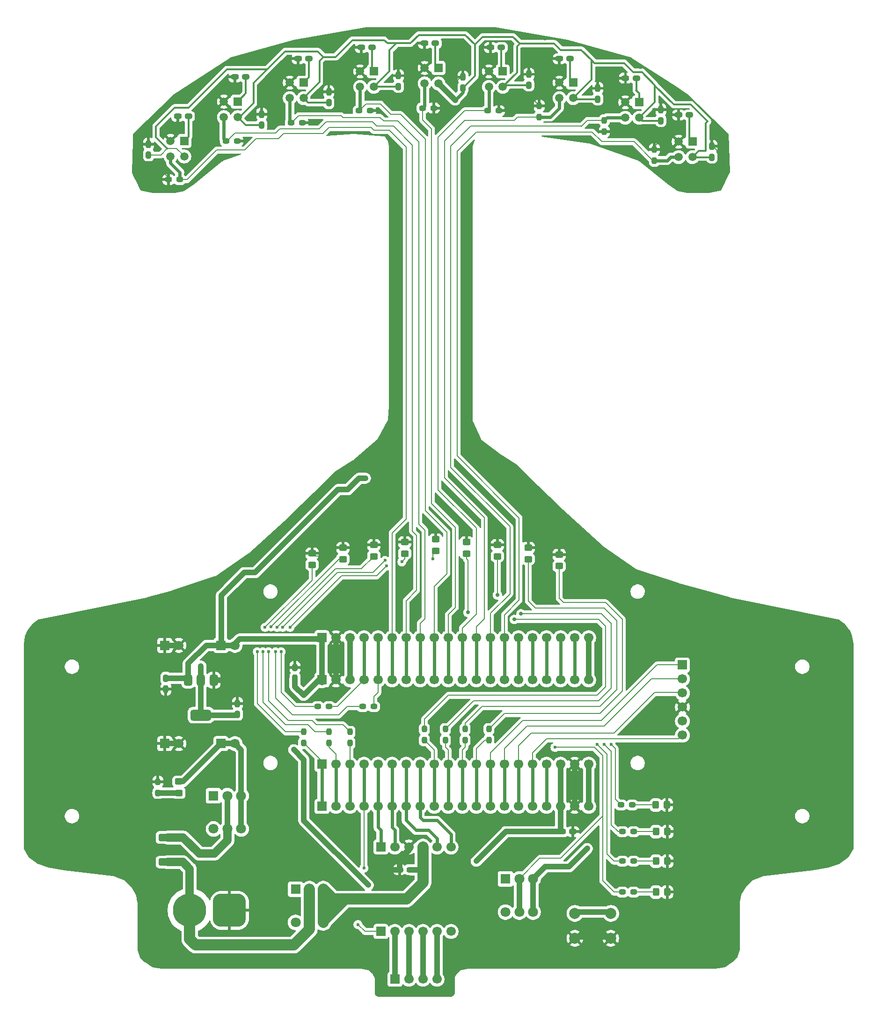
<source format=gbr>
%TF.GenerationSoftware,KiCad,Pcbnew,9.0.2*%
%TF.CreationDate,2025-06-19T21:36:48+05:30*%
%TF.ProjectId,line_follower,6c696e65-5f66-46f6-9c6c-6f7765722e6b,rev?*%
%TF.SameCoordinates,Original*%
%TF.FileFunction,Copper,L1,Top*%
%TF.FilePolarity,Positive*%
%FSLAX46Y46*%
G04 Gerber Fmt 4.6, Leading zero omitted, Abs format (unit mm)*
G04 Created by KiCad (PCBNEW 9.0.2) date 2025-06-19 21:36:48*
%MOMM*%
%LPD*%
G01*
G04 APERTURE LIST*
G04 Aperture macros list*
%AMRoundRect*
0 Rectangle with rounded corners*
0 $1 Rounding radius*
0 $2 $3 $4 $5 $6 $7 $8 $9 X,Y pos of 4 corners*
0 Add a 4 corners polygon primitive as box body*
4,1,4,$2,$3,$4,$5,$6,$7,$8,$9,$2,$3,0*
0 Add four circle primitives for the rounded corners*
1,1,$1+$1,$2,$3*
1,1,$1+$1,$4,$5*
1,1,$1+$1,$6,$7*
1,1,$1+$1,$8,$9*
0 Add four rect primitives between the rounded corners*
20,1,$1+$1,$2,$3,$4,$5,0*
20,1,$1+$1,$4,$5,$6,$7,0*
20,1,$1+$1,$6,$7,$8,$9,0*
20,1,$1+$1,$8,$9,$2,$3,0*%
G04 Aperture macros list end*
%TA.AperFunction,SMDPad,CuDef*%
%ADD10RoundRect,0.237500X-0.350000X-0.237500X0.350000X-0.237500X0.350000X0.237500X-0.350000X0.237500X0*%
%TD*%
%TA.AperFunction,SMDPad,CuDef*%
%ADD11RoundRect,0.250000X-0.450000X0.325000X-0.450000X-0.325000X0.450000X-0.325000X0.450000X0.325000X0*%
%TD*%
%TA.AperFunction,SMDPad,CuDef*%
%ADD12RoundRect,0.237500X0.237500X-0.412500X0.237500X0.412500X-0.237500X0.412500X-0.237500X-0.412500X0*%
%TD*%
%TA.AperFunction,SMDPad,CuDef*%
%ADD13RoundRect,0.237500X0.237500X-0.425000X0.237500X0.425000X-0.237500X0.425000X-0.237500X-0.425000X0*%
%TD*%
%TA.AperFunction,SMDPad,CuDef*%
%ADD14RoundRect,0.237500X0.412500X0.237500X-0.412500X0.237500X-0.412500X-0.237500X0.412500X-0.237500X0*%
%TD*%
%TA.AperFunction,SMDPad,CuDef*%
%ADD15RoundRect,0.237500X0.425000X0.237500X-0.425000X0.237500X-0.425000X-0.237500X0.425000X-0.237500X0*%
%TD*%
%TA.AperFunction,SMDPad,CuDef*%
%ADD16RoundRect,0.237500X-0.237500X0.412500X-0.237500X-0.412500X0.237500X-0.412500X0.237500X0.412500X0*%
%TD*%
%TA.AperFunction,SMDPad,CuDef*%
%ADD17RoundRect,0.237500X-0.237500X0.425000X-0.237500X-0.425000X0.237500X-0.425000X0.237500X0.425000X0*%
%TD*%
%TA.AperFunction,ComponentPad*%
%ADD18R,1.700000X1.700000*%
%TD*%
%TA.AperFunction,ComponentPad*%
%ADD19C,1.700000*%
%TD*%
%TA.AperFunction,ComponentPad*%
%ADD20R,1.800000X1.800000*%
%TD*%
%TA.AperFunction,ComponentPad*%
%ADD21C,1.800000*%
%TD*%
%TA.AperFunction,SMDPad,CuDef*%
%ADD22RoundRect,0.237500X0.350000X0.237500X-0.350000X0.237500X-0.350000X-0.237500X0.350000X-0.237500X0*%
%TD*%
%TA.AperFunction,SMDPad,CuDef*%
%ADD23RoundRect,0.250000X0.325000X0.450000X-0.325000X0.450000X-0.325000X-0.450000X0.325000X-0.450000X0*%
%TD*%
%TA.AperFunction,SMDPad,CuDef*%
%ADD24RoundRect,0.237500X-0.237500X0.350000X-0.237500X-0.350000X0.237500X-0.350000X0.237500X0.350000X0*%
%TD*%
%TA.AperFunction,SMDPad,CuDef*%
%ADD25RoundRect,0.237500X-0.412500X-0.237500X0.412500X-0.237500X0.412500X0.237500X-0.412500X0.237500X0*%
%TD*%
%TA.AperFunction,SMDPad,CuDef*%
%ADD26RoundRect,0.237500X-0.425000X-0.237500X0.425000X-0.237500X0.425000X0.237500X-0.425000X0.237500X0*%
%TD*%
%TA.AperFunction,SMDPad,CuDef*%
%ADD27RoundRect,0.250000X1.450000X-0.400000X1.450000X0.400000X-1.450000X0.400000X-1.450000X-0.400000X0*%
%TD*%
%TA.AperFunction,ComponentPad*%
%ADD28RoundRect,1.500000X1.500000X1.500000X-1.500000X1.500000X-1.500000X-1.500000X1.500000X-1.500000X0*%
%TD*%
%TA.AperFunction,ComponentPad*%
%ADD29C,6.000000*%
%TD*%
%TA.AperFunction,SMDPad,CuDef*%
%ADD30RoundRect,0.237500X0.237500X-0.350000X0.237500X0.350000X-0.237500X0.350000X-0.237500X-0.350000X0*%
%TD*%
%TA.AperFunction,ComponentPad*%
%ADD31C,2.000000*%
%TD*%
%TA.AperFunction,SMDPad,CuDef*%
%ADD32RoundRect,0.250000X0.450000X-0.325000X0.450000X0.325000X-0.450000X0.325000X-0.450000X-0.325000X0*%
%TD*%
%TA.AperFunction,SMDPad,CuDef*%
%ADD33RoundRect,0.375000X-0.375000X0.625000X-0.375000X-0.625000X0.375000X-0.625000X0.375000X0.625000X0*%
%TD*%
%TA.AperFunction,SMDPad,CuDef*%
%ADD34RoundRect,0.500000X-1.400000X0.500000X-1.400000X-0.500000X1.400000X-0.500000X1.400000X0.500000X0*%
%TD*%
%TA.AperFunction,ComponentPad*%
%ADD35R,1.500000X1.500000*%
%TD*%
%TA.AperFunction,ComponentPad*%
%ADD36C,1.500000*%
%TD*%
%TA.AperFunction,ViaPad*%
%ADD37C,0.600000*%
%TD*%
%TA.AperFunction,ViaPad*%
%ADD38C,0.700000*%
%TD*%
%TA.AperFunction,Conductor*%
%ADD39C,1.000000*%
%TD*%
%TA.AperFunction,Conductor*%
%ADD40C,0.200000*%
%TD*%
%TA.AperFunction,Conductor*%
%ADD41C,0.300000*%
%TD*%
%TA.AperFunction,Conductor*%
%ADD42C,0.600000*%
%TD*%
%TA.AperFunction,Conductor*%
%ADD43C,2.000000*%
%TD*%
%TA.AperFunction,Conductor*%
%ADD44C,1.500000*%
%TD*%
G04 APERTURE END LIST*
D10*
%TO.P,R31,1*%
%TO.N,/PC15*%
X170448724Y-216154000D03*
%TO.P,R31,2*%
%TO.N,Net-(D13-A)*%
X172473724Y-216154000D03*
%TD*%
D11*
%TO.P,D7,1,K*%
%TO.N,GND*%
X153416000Y-159503001D03*
%TO.P,D7,2,A*%
%TO.N,Net-(D7-A)*%
X153416000Y-161553001D03*
%TD*%
D12*
%TO.P,C20,1*%
%TO.N,/3.3V_LDO*%
X105181400Y-83093200D03*
D13*
%TO.P,C20,2*%
%TO.N,GND*%
X105181400Y-81130700D03*
%TD*%
D14*
%TO.P,C10,1*%
%TO.N,/RPR_ANO_3*%
X113751000Y-71120000D03*
D15*
%TO.P,C10,2*%
%TO.N,GND*%
X111788500Y-71120000D03*
%TD*%
D14*
%TO.P,C9,1*%
%TO.N,/RPR_ANO_4*%
X125181000Y-69088000D03*
D15*
%TO.P,C9,2*%
%TO.N,GND*%
X123218500Y-69088000D03*
%TD*%
D14*
%TO.P,C5,1*%
%TO.N,/RPR_ANO_8*%
X172958400Y-74625200D03*
D15*
%TO.P,C5,2*%
%TO.N,GND*%
X170995900Y-74625200D03*
%TD*%
D16*
%TO.P,C4,1*%
%TO.N,GND*%
X111201200Y-181143000D03*
D17*
%TO.P,C4,2*%
%TO.N,/5V_STM*%
X111201200Y-183105500D03*
%TD*%
D18*
%TO.P,J10,1,Pin_1*%
%TO.N,/PB12*%
X116078000Y-206248000D03*
D19*
%TO.P,J10,2,Pin_2*%
%TO.N,/PB13*%
X118618000Y-206248000D03*
%TO.P,J10,3,Pin_3*%
%TO.N,/PB14*%
X121158000Y-206248000D03*
%TO.P,J10,4,Pin_4*%
%TO.N,/EEP*%
X123698000Y-206248000D03*
%TO.P,J10,5,Pin_5*%
%TO.N,/IN1*%
X126238000Y-206248000D03*
%TO.P,J10,6,Pin_6*%
%TO.N,/IN2*%
X128778000Y-206248000D03*
%TO.P,J10,7,Pin_7*%
%TO.N,/IN3*%
X131318000Y-206248000D03*
%TO.P,J10,8,Pin_8*%
%TO.N,/IN4*%
X133858000Y-206248000D03*
%TO.P,J10,9,Pin_9*%
%TO.N,/PA12*%
X136398000Y-206248000D03*
%TO.P,J10,10,Pin_10*%
%TO.N,/PA15*%
X138938000Y-206248000D03*
%TO.P,J10,11,Pin_11*%
%TO.N,/PB3*%
X141478000Y-206248000D03*
%TO.P,J10,12,Pin_12*%
%TO.N,/PB4*%
X144018000Y-206248000D03*
%TO.P,J10,13,Pin_13*%
%TO.N,/PB5*%
X146558000Y-206248000D03*
%TO.P,J10,14,Pin_14*%
%TO.N,/PB6*%
X149098000Y-206248000D03*
%TO.P,J10,15,Pin_15*%
%TO.N,/PB7*%
X151638000Y-206248000D03*
%TO.P,J10,16,Pin_16*%
%TO.N,/EN*%
X154178000Y-206248000D03*
%TO.P,J10,17,Pin_17*%
%TO.N,/PB9*%
X156718000Y-206248000D03*
%TO.P,J10,18,Pin_18*%
%TO.N,/5V_STM*%
X159258000Y-206248000D03*
%TO.P,J10,19,Pin_19*%
%TO.N,GND*%
X161798000Y-206248000D03*
%TO.P,J10,20,Pin_20*%
%TO.N,/3.3V_STM_1*%
X164338000Y-206248000D03*
%TD*%
D20*
%TO.P,SW4,1,A*%
%TO.N,unconnected-(SW4-A-Pad1)*%
X111318700Y-221207100D03*
D21*
%TO.P,SW4,2,B*%
%TO.N,BAT+*%
X113818700Y-221207100D03*
%TO.P,SW4,3,C*%
%TO.N,/VCC_DRV*%
X116318700Y-221207100D03*
%TO.P,SW4,4,A*%
%TO.N,unconnected-(SW4-A-Pad4)*%
X111318700Y-227207100D03*
%TO.P,SW4,5,B*%
%TO.N,BAT+*%
X113818700Y-227207100D03*
%TO.P,SW4,6,C*%
%TO.N,/VCC_DRV*%
X116318700Y-227207100D03*
%TD*%
D16*
%TO.P,C22,1*%
%TO.N,/5V_STM*%
X87850000Y-183085000D03*
D17*
%TO.P,C22,2*%
%TO.N,GND*%
X87850000Y-185047500D03*
%TD*%
D22*
%TO.P,R17,1*%
%TO.N,GND*%
X112518501Y-82702400D03*
%TO.P,R17,2*%
%TO.N,/PA7*%
X110493499Y-82702400D03*
%TD*%
D23*
%TO.P,D13,1,K*%
%TO.N,GND*%
X178571000Y-216154000D03*
%TO.P,D13,2,A*%
%TO.N,Net-(D13-A)*%
X176521000Y-216154000D03*
%TD*%
D12*
%TO.P,C21,1*%
%TO.N,/3.3V_LDO*%
X84709000Y-88503400D03*
D13*
%TO.P,C21,2*%
%TO.N,GND*%
X84709000Y-86540900D03*
%TD*%
D14*
%TO.P,C8,1*%
%TO.N,/RPR_ANO_5*%
X136611000Y-68326000D03*
D15*
%TO.P,C8,2*%
%TO.N,GND*%
X134648500Y-68326000D03*
%TD*%
D24*
%TO.P,R26,1*%
%TO.N,Net-(D8-A)*%
X146304000Y-192281500D03*
%TO.P,R26,2*%
%TO.N,/PB4*%
X146304000Y-194306500D03*
%TD*%
D11*
%TO.P,D6,1,K*%
%TO.N,GND*%
X147828000Y-158995001D03*
%TO.P,D6,2,A*%
%TO.N,Net-(D6-A)*%
X147828000Y-161045001D03*
%TD*%
D12*
%TO.P,C23,1*%
%TO.N,/3.3V_LDO*%
X100804000Y-189607000D03*
D13*
%TO.P,C23,2*%
%TO.N,GND*%
X100804000Y-187644500D03*
%TD*%
D18*
%TO.P,J6,1,Pin_1*%
%TO.N,/BUCK_IN*%
X97820000Y-194900000D03*
D19*
%TO.P,J6,2,Pin_2*%
X100360000Y-194900000D03*
%TD*%
D18*
%TO.P,J13,1,Pin_1*%
%TO.N,/OUT1*%
X129286000Y-237490000D03*
D19*
%TO.P,J13,2,Pin_2*%
%TO.N,/OUT2*%
X131826000Y-237490000D03*
%TO.P,J13,3,Pin_3*%
%TO.N,/OUT3*%
X134366000Y-237490000D03*
%TO.P,J13,4,Pin_4*%
%TO.N,/OUT4*%
X136906000Y-237490000D03*
%TD*%
D14*
%TO.P,C7,1*%
%TO.N,/RPR_ANO_6*%
X148549000Y-69088000D03*
D15*
%TO.P,C7,2*%
%TO.N,GND*%
X146586500Y-69088000D03*
%TD*%
D12*
%TO.P,C15,1*%
%TO.N,/3.3V_LDO*%
X165989000Y-78419600D03*
D13*
%TO.P,C15,2*%
%TO.N,GND*%
X165989000Y-76457100D03*
%TD*%
D18*
%TO.P,J12,1,Pin_1*%
%TO.N,GND*%
X87660000Y-194900000D03*
D19*
%TO.P,J12,2,Pin_2*%
X90200000Y-194900000D03*
%TD*%
D12*
%TO.P,C14,1*%
%TO.N,/3.3V_LDO*%
X177393600Y-82305800D03*
D13*
%TO.P,C14,2*%
%TO.N,GND*%
X177393600Y-80343300D03*
%TD*%
D12*
%TO.P,C16,1*%
%TO.N,/3.3V_LDO*%
X153517600Y-75879600D03*
D13*
%TO.P,C16,2*%
%TO.N,GND*%
X153517600Y-73917100D03*
%TD*%
D11*
%TO.P,D10,1,K*%
%TO.N,GND*%
X136652000Y-157979001D03*
%TO.P,D10,2,A*%
%TO.N,Net-(D10-A)*%
X136652000Y-160029001D03*
%TD*%
D23*
%TO.P,D12,1,K*%
%TO.N,GND*%
X178526000Y-205994000D03*
%TO.P,D12,2,A*%
%TO.N,Net-(D12-A)*%
X176476000Y-205994000D03*
%TD*%
D10*
%TO.P,R19,1*%
%TO.N,GND*%
X88319300Y-92964000D03*
%TO.P,R19,2*%
%TO.N,/PB1*%
X90344300Y-92964000D03*
%TD*%
D25*
%TO.P,C2,1*%
%TO.N,GND*%
X130125000Y-217700000D03*
D26*
%TO.P,C2,2*%
%TO.N,/VCC_DRV*%
X132087500Y-217700000D03*
%TD*%
D24*
%TO.P,R21,1*%
%TO.N,Net-(D3-A)*%
X117348000Y-192789500D03*
%TO.P,R21,2*%
%TO.N,/PB13*%
X117348000Y-194814500D03*
%TD*%
D14*
%TO.P,C12,1*%
%TO.N,/RPR_ANO_1*%
X91948000Y-81534000D03*
D15*
%TO.P,C12,2*%
%TO.N,GND*%
X89985500Y-81534000D03*
%TD*%
D18*
%TO.P,J9,1,Pin_1*%
%TO.N,GND*%
X87660000Y-177145000D03*
D19*
%TO.P,J9,2,Pin_2*%
X90200000Y-177145000D03*
%TD*%
D24*
%TO.P,R25,1*%
%TO.N,Net-(D7-A)*%
X141986000Y-192281500D03*
%TO.P,R25,2*%
%TO.N,/PB3*%
X141986000Y-194306500D03*
%TD*%
D27*
%TO.P,F1,1*%
%TO.N,BAT+*%
X88200000Y-216325000D03*
%TO.P,F1,2*%
%TO.N,/FUSE_OUT *%
X88200000Y-211875000D03*
%TD*%
D10*
%TO.P,R28,1*%
%TO.N,Net-(D10-A)*%
X123447500Y-188214000D03*
%TO.P,R28,2*%
%TO.N,/PB2*%
X125472500Y-188214000D03*
%TD*%
D20*
%TO.P,SW1,1,A*%
%TO.N,unconnected-(SW1-A-Pad1)*%
X96476700Y-204316100D03*
D21*
%TO.P,SW1,2,B*%
%TO.N,/FUSE_OUT *%
X98976700Y-204316100D03*
%TO.P,SW1,3,C*%
%TO.N,/BUCK_IN*%
X101476700Y-204316100D03*
%TO.P,SW1,4,A*%
%TO.N,unconnected-(SW1-A-Pad4)*%
X96476700Y-210316100D03*
%TO.P,SW1,5,B*%
%TO.N,/FUSE_OUT *%
X98976700Y-210316100D03*
%TO.P,SW1,6,C*%
%TO.N,/BUCK_IN*%
X101476700Y-210316100D03*
%TD*%
D11*
%TO.P,D3,1,K*%
%TO.N,GND*%
X119888000Y-159512001D03*
%TO.P,D3,2,A*%
%TO.N,Net-(D3-A)*%
X119888000Y-161562001D03*
%TD*%
D18*
%TO.P,J11,1,Pin_1*%
%TO.N,/5V_STM*%
X116078000Y-175768000D03*
D19*
%TO.P,J11,2,Pin_2*%
%TO.N,GND*%
X118618000Y-175768000D03*
%TO.P,J11,3,Pin_3*%
%TO.N,/3.3V_STM*%
X121158000Y-175768000D03*
%TO.P,J11,4,Pin_4*%
%TO.N,/PB10*%
X123698000Y-175768000D03*
%TO.P,J11,5,Pin_5*%
%TO.N,/PB2*%
X126238000Y-175768000D03*
%TO.P,J11,6,Pin_6*%
%TO.N,/PB1*%
X128778000Y-175768000D03*
%TO.P,J11,7,Pin_7*%
%TO.N,/PB0*%
X131318000Y-175768000D03*
%TO.P,J11,8,Pin_8*%
%TO.N,/PA7*%
X133858000Y-175768000D03*
%TO.P,J11,9,Pin_9*%
%TO.N,/PA6*%
X136398000Y-175768000D03*
%TO.P,J11,10,Pin_10*%
%TO.N,/PA5*%
X138938000Y-175768000D03*
%TO.P,J11,11,Pin_11*%
%TO.N,/PA4*%
X141478000Y-175768000D03*
%TO.P,J11,12,Pin_12*%
%TO.N,/PA3*%
X144018000Y-175768000D03*
%TO.P,J11,13,Pin_13*%
%TO.N,/PA2*%
X146558000Y-175768000D03*
%TO.P,J11,14,Pin_14*%
%TO.N,/PA1*%
X149098000Y-175768000D03*
%TO.P,J11,15,Pin_15*%
%TO.N,/CALIB*%
X151638000Y-175768000D03*
%TO.P,J11,16,Pin_16*%
%TO.N,/NRST*%
X154178000Y-175768000D03*
%TO.P,J11,17,Pin_17*%
%TO.N,/PC15*%
X156718000Y-175768000D03*
%TO.P,J11,18,Pin_18*%
%TO.N,/PC14*%
X159258000Y-175768000D03*
%TO.P,J11,19,Pin_19*%
%TO.N,/LEFT*%
X161798000Y-175768000D03*
%TO.P,J11,20,Pin_20*%
%TO.N,/VBAT_STM*%
X164338000Y-175768000D03*
%TD*%
D22*
%TO.P,R15,1*%
%TO.N,GND*%
X136318301Y-80035400D03*
%TO.P,R15,2*%
%TO.N,/PA5*%
X134293299Y-80035400D03*
%TD*%
D12*
%TO.P,C13,1*%
%TO.N,/3.3V_LDO*%
X186639200Y-88909800D03*
D13*
%TO.P,C13,2*%
%TO.N,GND*%
X186639200Y-86947300D03*
%TD*%
D22*
%TO.P,R16,1*%
%TO.N,GND*%
X124786701Y-80518000D03*
%TO.P,R16,2*%
%TO.N,/PA6*%
X122761699Y-80518000D03*
%TD*%
D24*
%TO.P,R24,1*%
%TO.N,Net-(D6-A)*%
X138430000Y-192281500D03*
%TO.P,R24,2*%
%TO.N,/PA15*%
X138430000Y-194306500D03*
%TD*%
D28*
%TO.P,J5,1*%
%TO.N,GND*%
X99358000Y-225044000D03*
D29*
%TO.P,J5,2*%
%TO.N,BAT+*%
X92158000Y-225044000D03*
%TD*%
D18*
%TO.P,J7,1,Pin_1*%
%TO.N,/5V_STM*%
X97820000Y-177145000D03*
D19*
%TO.P,J7,2,Pin_2*%
X100360000Y-177145000D03*
%TD*%
D24*
%TO.P,R23,1*%
%TO.N,Net-(D5-A)*%
X134620000Y-192281500D03*
%TO.P,R23,2*%
%TO.N,/PA12*%
X134620000Y-194306500D03*
%TD*%
D11*
%TO.P,D4,1,K*%
%TO.N,GND*%
X125476000Y-158995001D03*
%TO.P,D4,2,A*%
%TO.N,Net-(D4-A)*%
X125476000Y-161045001D03*
%TD*%
D14*
%TO.P,C1,1*%
%TO.N,GND*%
X161503000Y-210820000D03*
D15*
%TO.P,C1,2*%
%TO.N,/5V_STM*%
X159540500Y-210820000D03*
%TD*%
D10*
%TO.P,R29,1*%
%TO.N,/PC14*%
X170448724Y-210820000D03*
%TO.P,R29,2*%
%TO.N,Net-(D11-A)*%
X172473724Y-210820000D03*
%TD*%
D14*
%TO.P,C6,1*%
%TO.N,/RPR_ANO_7*%
X160995000Y-71120000D03*
D15*
%TO.P,C6,2*%
%TO.N,GND*%
X159032500Y-71120000D03*
%TD*%
D10*
%TO.P,R30,1*%
%TO.N,/LEFT*%
X170194000Y-205994000D03*
%TO.P,R30,2*%
%TO.N,Net-(D12-A)*%
X172219000Y-205994000D03*
%TD*%
D30*
%TO.P,R12,1*%
%TO.N,GND*%
X167182800Y-84273701D03*
%TO.P,R12,2*%
%TO.N,/PA2*%
X167182800Y-82248699D03*
%TD*%
D24*
%TO.P,R22,1*%
%TO.N,Net-(D4-A)*%
X121158000Y-192789500D03*
%TO.P,R22,2*%
%TO.N,/PB14*%
X121158000Y-194814500D03*
%TD*%
D18*
%TO.P,J3,1,Pin_1*%
%TO.N,/EEP*%
X126746000Y-228854000D03*
D19*
%TO.P,J3,2,Pin_2*%
%TO.N,/OUT1*%
X129286000Y-228854000D03*
%TO.P,J3,3,Pin_3*%
%TO.N,/OUT2*%
X131826000Y-228854000D03*
%TO.P,J3,4,Pin_4*%
%TO.N,/OUT3*%
X134366000Y-228854000D03*
%TO.P,J3,5,Pin_5*%
%TO.N,/OUT4*%
X136906000Y-228854000D03*
%TO.P,J3,6,Pin_6*%
%TO.N,/ULT*%
X139446000Y-228854000D03*
%TD*%
D31*
%TO.P,SW5,1,1*%
%TO.N,GND*%
X168350000Y-230088000D03*
X161850000Y-230088000D03*
%TO.P,SW5,2,2*%
%TO.N,/PB9*%
X168350000Y-225588000D03*
X161850000Y-225588000D03*
%TD*%
D18*
%TO.P,J4,1,Pin_1*%
%TO.N,/IN1*%
X126746000Y-213589000D03*
D19*
%TO.P,J4,2,Pin_2*%
%TO.N,/IN2*%
X129286000Y-213589000D03*
%TO.P,J4,3,Pin_3*%
%TO.N,GND*%
X131826000Y-213589000D03*
%TO.P,J4,4,Pin_4*%
%TO.N,/VCC_DRV*%
X134366000Y-213589000D03*
%TO.P,J4,5,Pin_5*%
%TO.N,/IN3*%
X136906000Y-213589000D03*
%TO.P,J4,6,Pin_6*%
%TO.N,/IN4*%
X139446000Y-213589000D03*
%TD*%
D12*
%TO.P,C18,1*%
%TO.N,/3.3V_LDO*%
X129921000Y-76133600D03*
D13*
%TO.P,C18,2*%
%TO.N,GND*%
X129921000Y-74171100D03*
%TD*%
D11*
%TO.P,D9,1,K*%
%TO.N,GND*%
X131064000Y-158487001D03*
%TO.P,D9,2,A*%
%TO.N,Net-(D9-A)*%
X131064000Y-160537001D03*
%TD*%
D12*
%TO.P,C19,1*%
%TO.N,/3.3V_LDO*%
X117322600Y-79054600D03*
D13*
%TO.P,C19,2*%
%TO.N,GND*%
X117322600Y-77092100D03*
%TD*%
D12*
%TO.P,C17,1*%
%TO.N,/3.3V_LDO*%
X141605000Y-76387600D03*
D13*
%TO.P,C17,2*%
%TO.N,GND*%
X141605000Y-74425100D03*
%TD*%
D11*
%TO.P,D2,1,K*%
%TO.N,GND*%
X114300000Y-160519002D03*
%TO.P,D2,2,A*%
%TO.N,Net-(D2-A)*%
X114300000Y-162569000D03*
%TD*%
D24*
%TO.P,R13,1*%
%TO.N,GND*%
X155397200Y-79632499D03*
%TO.P,R13,2*%
%TO.N,/PA3*%
X155397200Y-81657501D03*
%TD*%
D23*
%TO.P,D14,1,K*%
%TO.N,GND*%
X178562000Y-221742000D03*
%TO.P,D14,2,A*%
%TO.N,Net-(D14-A)*%
X176512000Y-221742000D03*
%TD*%
D18*
%TO.P,J2,1,Pin_1*%
%TO.N,/PB12*%
X116078000Y-198628000D03*
D19*
%TO.P,J2,2,Pin_2*%
%TO.N,/PB13*%
X118618000Y-198628000D03*
%TO.P,J2,3,Pin_3*%
%TO.N,/PB14*%
X121158000Y-198628000D03*
%TO.P,J2,4,Pin_4*%
%TO.N,/EEP*%
X123698000Y-198628000D03*
%TO.P,J2,5,Pin_5*%
%TO.N,/IN1*%
X126238000Y-198628000D03*
%TO.P,J2,6,Pin_6*%
%TO.N,/IN2*%
X128778000Y-198628000D03*
%TO.P,J2,7,Pin_7*%
%TO.N,/IN3*%
X131318000Y-198628000D03*
%TO.P,J2,8,Pin_8*%
%TO.N,/IN4*%
X133858000Y-198628000D03*
%TO.P,J2,9,Pin_9*%
%TO.N,/PA12*%
X136398000Y-198628000D03*
%TO.P,J2,10,Pin_10*%
%TO.N,/PA15*%
X138938000Y-198628000D03*
%TO.P,J2,11,Pin_11*%
%TO.N,/PB3*%
X141478000Y-198628000D03*
%TO.P,J2,12,Pin_12*%
%TO.N,/PB4*%
X144018000Y-198628000D03*
%TO.P,J2,13,Pin_13*%
%TO.N,/PB5*%
X146558000Y-198628000D03*
%TO.P,J2,14,Pin_14*%
%TO.N,/PB6*%
X149098000Y-198628000D03*
%TO.P,J2,15,Pin_15*%
%TO.N,/PB7*%
X151638000Y-198628000D03*
%TO.P,J2,16,Pin_16*%
%TO.N,/EN*%
X154178000Y-198628000D03*
%TO.P,J2,17,Pin_17*%
%TO.N,/PB9*%
X156718000Y-198628000D03*
%TO.P,J2,18,Pin_18*%
%TO.N,/5V_STM*%
X159258000Y-198628000D03*
%TO.P,J2,19,Pin_19*%
%TO.N,GND*%
X161798000Y-198628000D03*
%TO.P,J2,20,Pin_20*%
%TO.N,/3.3V_STM_1*%
X164338000Y-198628000D03*
%TD*%
D22*
%TO.P,R14,1*%
%TO.N,GND*%
X148103901Y-80518000D03*
%TO.P,R14,2*%
%TO.N,/PA4*%
X146078899Y-80518000D03*
%TD*%
D11*
%TO.P,D8,1,K*%
%TO.N,GND*%
X159004000Y-160764002D03*
%TO.P,D8,2,A*%
%TO.N,Net-(D8-A)*%
X159004000Y-162814000D03*
%TD*%
D22*
%TO.P,R18,1*%
%TO.N,GND*%
X100783700Y-86004400D03*
%TO.P,R18,2*%
%TO.N,/PB0*%
X98758700Y-86004400D03*
%TD*%
D32*
%TO.P,D1,1,K*%
%TO.N,/pow_led-*%
X90211250Y-203812500D03*
%TO.P,D1,2,A*%
%TO.N,/BUCK_IN*%
X90211250Y-201762500D03*
%TD*%
D24*
%TO.P,R11,1*%
%TO.N,GND*%
X176225200Y-87506499D03*
%TO.P,R11,2*%
%TO.N,/PA1*%
X176225200Y-89531501D03*
%TD*%
D20*
%TO.P,SW3,1,A*%
%TO.N,unconnected-(SW3-A-Pad1)*%
X149293000Y-219352900D03*
D21*
%TO.P,SW3,2,B*%
%TO.N,/CALIB*%
X151793000Y-219352900D03*
%TO.P,SW3,3,C*%
%TO.N,/3.3V_STM_1*%
X154293000Y-219352900D03*
%TO.P,SW3,4,A*%
%TO.N,unconnected-(SW3-A-Pad4)*%
X149293000Y-225352900D03*
%TO.P,SW3,5,B*%
%TO.N,/CALIB*%
X151793000Y-225352900D03*
%TO.P,SW3,6,C*%
%TO.N,/3.3V_STM_1*%
X154293000Y-225352900D03*
%TD*%
D14*
%TO.P,C11,1*%
%TO.N,/RPR_ANO_2*%
X102321000Y-74422000D03*
D15*
%TO.P,C11,2*%
%TO.N,GND*%
X100358500Y-74422000D03*
%TD*%
D24*
%TO.P,R20,1*%
%TO.N,Net-(D2-A)*%
X112776000Y-192789500D03*
%TO.P,R20,2*%
%TO.N,/PB12*%
X112776000Y-194814500D03*
%TD*%
D14*
%TO.P,C3,1*%
%TO.N,/RPR_ANO_9*%
X182585000Y-81280000D03*
D15*
%TO.P,C3,2*%
%TO.N,GND*%
X180622500Y-81280000D03*
%TD*%
D10*
%TO.P,R32,1*%
%TO.N,/CALIB*%
X170441000Y-221742000D03*
%TO.P,R32,2*%
%TO.N,Net-(D14-A)*%
X172466000Y-221742000D03*
%TD*%
D18*
%TO.P,J1,1,Pin_1*%
%TO.N,/5V_STM*%
X116078000Y-183388000D03*
D19*
%TO.P,J1,2,Pin_2*%
%TO.N,GND*%
X118618000Y-183388000D03*
%TO.P,J1,3,Pin_3*%
%TO.N,/3.3V_STM*%
X121158000Y-183388000D03*
%TO.P,J1,4,Pin_4*%
%TO.N,/PB10*%
X123698000Y-183388000D03*
%TO.P,J1,5,Pin_5*%
%TO.N,/PB2*%
X126238000Y-183388000D03*
%TO.P,J1,6,Pin_6*%
%TO.N,/PB1*%
X128778000Y-183388000D03*
%TO.P,J1,7,Pin_7*%
%TO.N,/PB0*%
X131318000Y-183388000D03*
%TO.P,J1,8,Pin_8*%
%TO.N,/PA7*%
X133858000Y-183388000D03*
%TO.P,J1,9,Pin_9*%
%TO.N,/PA6*%
X136398000Y-183388000D03*
%TO.P,J1,10,Pin_10*%
%TO.N,/PA5*%
X138938000Y-183388000D03*
%TO.P,J1,11,Pin_11*%
%TO.N,/PA4*%
X141478000Y-183388000D03*
%TO.P,J1,12,Pin_12*%
%TO.N,/PA3*%
X144018000Y-183388000D03*
%TO.P,J1,13,Pin_13*%
%TO.N,/PA2*%
X146558000Y-183388000D03*
%TO.P,J1,14,Pin_14*%
%TO.N,/PA1*%
X149098000Y-183388000D03*
%TO.P,J1,15,Pin_15*%
%TO.N,/CALIB*%
X151638000Y-183388000D03*
%TO.P,J1,16,Pin_16*%
%TO.N,/NRST*%
X154178000Y-183388000D03*
%TO.P,J1,17,Pin_17*%
%TO.N,/PC15*%
X156718000Y-183388000D03*
%TO.P,J1,18,Pin_18*%
%TO.N,/PC14*%
X159258000Y-183388000D03*
%TO.P,J1,19,Pin_19*%
%TO.N,/LEFT*%
X161798000Y-183388000D03*
%TO.P,J1,20,Pin_20*%
%TO.N,/VBAT_STM*%
X164338000Y-183388000D03*
%TD*%
D18*
%TO.P,J8,1,Pin_1*%
%TO.N,/PB5*%
X181300000Y-180680000D03*
D19*
%TO.P,J8,2,Pin_2*%
%TO.N,/PB6*%
X181300000Y-183220000D03*
%TO.P,J8,3,Pin_3*%
%TO.N,/PB7*%
X181300000Y-185760000D03*
%TO.P,J8,4,Pin_4*%
%TO.N,GND*%
X181300000Y-188300000D03*
%TO.P,J8,5,Pin_5*%
%TO.N,/5V_STM*%
X181300000Y-190840000D03*
%TO.P,J8,6,Pin_6*%
%TO.N,/EN*%
X181300000Y-193380000D03*
%TD*%
D33*
%TO.P,U1,1,GND*%
%TO.N,GND*%
X96500000Y-183450000D03*
%TO.P,U1,2,VO*%
%TO.N,/3.3V_LDO*%
X94200000Y-183450000D03*
D34*
X94200000Y-189750000D03*
D33*
%TO.P,U1,3,VI*%
%TO.N,/5V_STM*%
X91900000Y-183450000D03*
%TD*%
D11*
%TO.P,D5,1,K*%
%TO.N,GND*%
X142240000Y-158487001D03*
%TO.P,D5,2,A*%
%TO.N,Net-(D5-A)*%
X142240000Y-160537001D03*
%TD*%
D30*
%TO.P,R1,1*%
%TO.N,/pow_led-*%
X86401250Y-203800000D03*
%TO.P,R1,2*%
%TO.N,GND*%
X86401250Y-201775000D03*
%TD*%
D23*
%TO.P,D11,1,K*%
%TO.N,GND*%
X178571000Y-210820000D03*
%TO.P,D11,2,A*%
%TO.N,Net-(D11-A)*%
X176521000Y-210820000D03*
%TD*%
D10*
%TO.P,R27,1*%
%TO.N,Net-(D9-A)*%
X115319500Y-188214000D03*
%TO.P,R27,2*%
%TO.N,/PB10*%
X117344500Y-188214000D03*
%TD*%
D35*
%TO.P,A6,1*%
%TO.N,/RPR_ANO_4*%
X125476000Y-73400000D03*
D36*
%TO.P,A6,2*%
%TO.N,GND*%
X122976000Y-73400000D03*
%TO.P,A6,3*%
%TO.N,/PA6*%
X122976000Y-76200000D03*
%TO.P,A6,4*%
%TO.N,/3.3V_LDO*%
X125476000Y-76200000D03*
%TD*%
D35*
%TO.P,A7,1*%
%TO.N,/RPR_ANO_3*%
X112756000Y-75432000D03*
D36*
%TO.P,A7,2*%
%TO.N,GND*%
X110256000Y-75432000D03*
%TO.P,A7,3*%
%TO.N,/PA7*%
X110256000Y-78232000D03*
%TO.P,A7,4*%
%TO.N,/3.3V_LDO*%
X112756000Y-78232000D03*
%TD*%
D35*
%TO.P,A8,1*%
%TO.N,/RPR_ANO_2*%
X100838000Y-78858000D03*
D36*
%TO.P,A8,2*%
%TO.N,GND*%
X98338000Y-78858000D03*
%TO.P,A8,3*%
%TO.N,/PB0*%
X98338000Y-81658000D03*
%TO.P,A8,4*%
%TO.N,/3.3V_LDO*%
X100838000Y-81658000D03*
%TD*%
D35*
%TO.P,A4,1*%
%TO.N,/RPR_ANO_6*%
X148804000Y-73400000D03*
D36*
%TO.P,A4,2*%
%TO.N,GND*%
X146304000Y-73400000D03*
%TO.P,A4,3*%
%TO.N,/PA4*%
X146304000Y-76200000D03*
%TO.P,A4,4*%
%TO.N,/3.3V_LDO*%
X148804000Y-76200000D03*
%TD*%
D35*
%TO.P,A2,1*%
%TO.N,/RPR_ANO_8*%
X173462000Y-78991000D03*
D36*
%TO.P,A2,2*%
%TO.N,GND*%
X170962000Y-78991000D03*
%TO.P,A2,3*%
%TO.N,/PA2*%
X170962000Y-81791000D03*
%TO.P,A2,4*%
%TO.N,/3.3V_LDO*%
X173462000Y-81791000D03*
%TD*%
D35*
%TO.P,A1,1*%
%TO.N,/RPR_ANO_9*%
X183114000Y-86103000D03*
D36*
%TO.P,A1,2*%
%TO.N,GND*%
X180614000Y-86103000D03*
%TO.P,A1,3*%
%TO.N,/PA1*%
X180614000Y-88903000D03*
%TO.P,A1,4*%
%TO.N,/3.3V_LDO*%
X183114000Y-88903000D03*
%TD*%
D35*
%TO.P,A9,1*%
%TO.N,/RPR_ANO_1*%
X91186000Y-85970000D03*
D36*
%TO.P,A9,2*%
%TO.N,GND*%
X88686000Y-85970000D03*
%TO.P,A9,3*%
%TO.N,/PB1*%
X88686000Y-88770000D03*
%TO.P,A9,4*%
%TO.N,/3.3V_LDO*%
X91186000Y-88770000D03*
%TD*%
D35*
%TO.P,A3,1*%
%TO.N,/RPR_ANO_7*%
X161544000Y-75432000D03*
D36*
%TO.P,A3,2*%
%TO.N,GND*%
X159044000Y-75432000D03*
%TO.P,A3,3*%
%TO.N,/PA3*%
X159044000Y-78232000D03*
%TO.P,A3,4*%
%TO.N,/3.3V_LDO*%
X161544000Y-78232000D03*
%TD*%
D35*
%TO.P,A5,1*%
%TO.N,/RPR_ANO_5*%
X137160000Y-72768000D03*
D36*
%TO.P,A5,2*%
%TO.N,GND*%
X134660000Y-72768000D03*
%TO.P,A5,3*%
%TO.N,/PA5*%
X134660000Y-75568000D03*
%TO.P,A5,4*%
%TO.N,/3.3V_LDO*%
X137160000Y-75568000D03*
%TD*%
D37*
%TO.N,GND*%
X142875000Y-88722200D03*
X178553000Y-223266000D03*
X156489400Y-67564000D03*
X171958000Y-87477600D03*
X146558000Y-153797000D03*
X120599200Y-145440400D03*
X140716000Y-144500600D03*
X100025200Y-163830000D03*
X120500000Y-220000000D03*
X123000000Y-171500000D03*
X142646400Y-189331600D03*
X130048000Y-152806400D03*
X141173200Y-166751000D03*
X126200000Y-171400000D03*
X128689000Y-111734600D03*
X114147600Y-215341200D03*
X140690600Y-147726400D03*
X165836600Y-70002400D03*
X210845400Y-185597800D03*
X142900400Y-233756200D03*
X181000400Y-176123600D03*
X166116000Y-74777600D03*
X130048000Y-148463000D03*
X123393200Y-152654000D03*
X178527600Y-207670400D03*
X126974600Y-239979200D03*
X141300200Y-169291000D03*
X169341800Y-84582000D03*
X90700000Y-234100000D03*
X189509400Y-90093800D03*
X182880000Y-219710000D03*
X129997200Y-169113200D03*
X192278000Y-181610000D03*
X180086000Y-77216000D03*
X144881600Y-69494400D03*
X79629000Y-203987400D03*
X119049800Y-153644600D03*
X125476000Y-157353000D03*
X195580000Y-217373200D03*
X173761400Y-72669400D03*
X117119400Y-157124400D03*
X106934000Y-158216600D03*
X144272000Y-148361400D03*
X176123600Y-80289400D03*
X146456400Y-150596600D03*
X137744200Y-65786000D03*
X187096400Y-83718400D03*
X85318600Y-229412800D03*
X80391000Y-171145200D03*
X80289400Y-216763600D03*
X137718800Y-171805600D03*
X147548600Y-65963800D03*
X124900000Y-168500000D03*
X210007200Y-174828200D03*
X138379200Y-148666200D03*
X178714400Y-233578400D03*
X183896000Y-208534000D03*
X105300000Y-207060800D03*
X128117600Y-75082400D03*
X130098800Y-146075400D03*
X145948400Y-190144400D03*
X158750000Y-225298000D03*
X177393600Y-85852000D03*
X157200600Y-71348600D03*
X85648800Y-82016600D03*
X87096600Y-91389200D03*
X82500000Y-210500000D03*
X91084400Y-76835000D03*
X130048000Y-151053800D03*
X142925800Y-131216400D03*
X210845400Y-195351400D03*
X84100000Y-188900000D03*
X136677400Y-156311600D03*
X103500000Y-234400000D03*
X145415000Y-211201000D03*
X131140200Y-155727400D03*
X160985200Y-81737200D03*
X91109800Y-173888400D03*
X203403200Y-216611200D03*
X100829400Y-185660200D03*
X85979000Y-94767400D03*
X119329200Y-210261200D03*
X122580400Y-156184600D03*
X128574800Y-89382600D03*
X139242800Y-153187400D03*
X98856800Y-74625200D03*
X190220600Y-212699600D03*
X98958400Y-71755000D03*
X148564600Y-152400000D03*
X140538200Y-172212000D03*
X140233400Y-150495000D03*
X121437400Y-69469000D03*
D38*
X161518600Y-209194400D03*
D37*
X188366400Y-175920400D03*
X82321400Y-181813200D03*
X178028600Y-92100400D03*
X127609600Y-66014600D03*
X138176000Y-169062400D03*
X116179600Y-160985200D03*
X84734400Y-84429600D03*
X107797600Y-211556600D03*
X130098800Y-143332200D03*
X185100000Y-189600000D03*
X114376200Y-82550000D03*
X130200400Y-189763400D03*
X159054800Y-158445200D03*
X163779200Y-158064200D03*
X178900000Y-166700000D03*
X195199000Y-201574400D03*
X210820000Y-208635600D03*
X150418800Y-154228800D03*
X132410200Y-80949800D03*
X142900400Y-111074200D03*
X119176800Y-78028800D03*
X133248400Y-187452000D03*
X81900000Y-198400000D03*
D38*
X128400000Y-217700000D03*
D37*
X143433800Y-137744200D03*
X87799200Y-186803200D03*
X125399800Y-149402800D03*
X183134000Y-213614000D03*
X128295400Y-187553600D03*
X144526000Y-226745800D03*
X138480800Y-188595000D03*
X129971800Y-172085000D03*
X138760200Y-166522400D03*
X179349400Y-227203000D03*
X82296000Y-85420200D03*
X138049000Y-217652600D03*
X208203800Y-214909400D03*
X142240000Y-156540200D03*
X152679400Y-209143600D03*
X143002000Y-99136200D03*
X184353200Y-168808400D03*
X184835800Y-181686200D03*
X89103200Y-83159600D03*
X85166200Y-222250000D03*
X142113000Y-152247600D03*
X138226800Y-80924400D03*
X156159200Y-150317200D03*
X184785000Y-195300600D03*
X196240400Y-171678600D03*
X132842000Y-68910200D03*
X183794400Y-94386400D03*
X144068800Y-154457400D03*
X107086400Y-81229200D03*
X126923800Y-152349200D03*
X127101600Y-81026000D03*
X188010800Y-232740200D03*
X178553000Y-212344000D03*
X86401250Y-200247500D03*
X154508200Y-233603800D03*
X113800000Y-234300000D03*
X187198000Y-200964800D03*
X174244000Y-179832000D03*
X163779200Y-85420200D03*
X131089400Y-156870400D03*
X112522000Y-181127400D03*
X188366400Y-188010800D03*
X102489000Y-85623400D03*
X147523200Y-143230600D03*
X165735000Y-220040200D03*
X120200000Y-171500000D03*
X129209800Y-154914600D03*
X132562600Y-240233200D03*
X137769600Y-224434400D03*
X128752600Y-123266200D03*
X140970000Y-154914600D03*
X188137800Y-88290400D03*
X148717000Y-209219800D03*
X169189400Y-74041000D03*
X149301200Y-191211200D03*
X128727200Y-131876800D03*
X180924200Y-82651600D03*
X109804200Y-71374000D03*
X133096000Y-169392600D03*
X122400000Y-234300000D03*
D38*
X99229200Y-183704400D03*
D37*
X144348200Y-151485600D03*
X143179800Y-214249000D03*
X155727400Y-209143600D03*
X142290800Y-149479000D03*
X127203200Y-139700000D03*
X147701000Y-155498800D03*
X82651600Y-92430600D03*
X83870800Y-175006000D03*
X166700200Y-233654600D03*
X96900000Y-200600000D03*
X191236600Y-195732400D03*
X107391200Y-69113400D03*
X117475000Y-68122800D03*
X195376800Y-188366400D03*
X142748000Y-146659600D03*
X127330200Y-194741800D03*
X142925800Y-122478800D03*
X121700000Y-168400000D03*
X126923800Y-191998600D03*
X147853400Y-157200600D03*
X154203400Y-78333600D03*
X140106400Y-75539600D03*
X130479800Y-194030600D03*
X119913400Y-157911800D03*
X151841200Y-74930000D03*
X194513200Y-209778600D03*
X149656800Y-79679800D03*
X89992200Y-168249600D03*
X188595000Y-225221800D03*
X175285400Y-173024800D03*
X137541000Y-151485600D03*
X178562000Y-214884000D03*
X138531600Y-240106200D03*
X128625600Y-99822000D03*
X114960400Y-150850600D03*
X153390600Y-157505400D03*
X80543400Y-192659000D03*
X132816600Y-78155800D03*
X130987800Y-166700200D03*
X132740400Y-172135800D03*
X132181600Y-224586800D03*
D38*
%TO.N,/5V_STM*%
X144018000Y-216154000D03*
X111000000Y-196000000D03*
X124472000Y-220472000D03*
X112776000Y-186182000D03*
X123952000Y-146939000D03*
D37*
%TO.N,Net-(D2-A)*%
X105800000Y-173900000D03*
X104394000Y-178308000D03*
%TO.N,Net-(D3-A)*%
X106900000Y-173800000D03*
X105410000Y-178308000D03*
%TO.N,Net-(D4-A)*%
X108000000Y-173900000D03*
X106426000Y-178308000D03*
D38*
%TO.N,Net-(D5-A)*%
X150876000Y-172466000D03*
X142494000Y-171196000D03*
%TO.N,Net-(D6-A)*%
X147828000Y-168046400D03*
X152095200Y-171450000D03*
D37*
%TO.N,Net-(D9-A)*%
X130556000Y-162052000D03*
X127762000Y-162814000D03*
X110300000Y-173900000D03*
X108712000Y-178308000D03*
%TO.N,Net-(D10-A)*%
X107696000Y-178308000D03*
X127508000Y-161798000D03*
X109000000Y-173900000D03*
X136144000Y-161544000D03*
%TO.N,/LEFT*%
X168402000Y-195072000D03*
%TO.N,/PC14*%
X167132000Y-195072000D03*
%TO.N,/CALIB*%
X158242000Y-195580000D03*
%TO.N,/PC15*%
X165862000Y-195072000D03*
%TO.N,/EEP*%
X122600000Y-227600000D03*
X123700000Y-217400000D03*
D38*
%TO.N,/3.3V_LDO*%
X94200000Y-180900000D03*
D37*
X140181100Y-78589100D03*
%TO.N,/3.3V_STM_1*%
X164084000Y-213868000D03*
%TD*%
D39*
%TO.N,/5V_STM*%
X91900000Y-180400000D02*
X95155000Y-177145000D01*
X91900000Y-183450000D02*
X91900000Y-180400000D01*
X95155000Y-177145000D02*
X97820000Y-177145000D01*
%TO.N,/BUCK_IN*%
X97820000Y-194900000D02*
X90957500Y-201762500D01*
X90957500Y-201762500D02*
X90211250Y-201762500D01*
X101476700Y-196016700D02*
X100360000Y-194900000D01*
X101476700Y-204316100D02*
X101476700Y-196016700D01*
D40*
%TO.N,/PA6*%
X134775575Y-85623400D02*
X134775575Y-152784175D01*
%TO.N,Net-(D2-A)*%
X104394000Y-187706000D02*
X104394000Y-178308000D01*
X109477500Y-192789500D02*
X104394000Y-187706000D01*
X112776000Y-192789500D02*
X109477500Y-192789500D01*
D41*
%TO.N,/RPR_ANO_1*%
X91948000Y-81534000D02*
X91948000Y-85208000D01*
X91948000Y-85208000D02*
X91186000Y-85970000D01*
D40*
%TO.N,GND*%
X178553000Y-217460000D02*
X178571000Y-217442000D01*
D39*
X118618000Y-175768000D02*
X118618000Y-183388000D01*
D40*
X153416000Y-159503001D02*
X153416000Y-157530800D01*
X89985500Y-82277300D02*
X89103200Y-83159600D01*
D41*
X161503000Y-210820000D02*
X161503000Y-209210000D01*
D40*
X136652000Y-157979001D02*
X136652000Y-156337000D01*
X129921000Y-74171100D02*
X129028900Y-74171100D01*
X159032500Y-71120000D02*
X157429200Y-71120000D01*
X141605000Y-74425100D02*
X141220900Y-74425100D01*
X112506400Y-181143000D02*
X112522000Y-181127400D01*
X178553000Y-223266000D02*
X178553000Y-222776000D01*
D39*
X130125000Y-217700000D02*
X130125000Y-215875000D01*
D40*
X84709000Y-84455000D02*
X84734400Y-84429600D01*
X186794700Y-86947300D02*
X188137800Y-88290400D01*
X180622500Y-81280000D02*
X180622500Y-82349900D01*
X155397200Y-79632499D02*
X155397200Y-79527400D01*
D39*
X87660000Y-194900000D02*
X90200000Y-194900000D01*
D40*
X148103901Y-80518000D02*
X148818600Y-80518000D01*
X178553000Y-217678000D02*
X178553000Y-217460000D01*
X159004000Y-160764002D02*
X159004000Y-158496000D01*
X84709000Y-86540900D02*
X84709000Y-84455000D01*
X159004000Y-158496000D02*
X159054800Y-158445200D01*
X148818600Y-80518000D02*
X149656800Y-79679800D01*
X178553000Y-222776000D02*
X178562000Y-222767000D01*
X137337800Y-80035400D02*
X138226800Y-80924400D01*
X116179600Y-160985200D02*
X114766198Y-160985200D01*
X121818400Y-69088000D02*
X121437400Y-69469000D01*
X114223800Y-82702400D02*
X114376200Y-82550000D01*
X100783700Y-86004400D02*
X102108000Y-86004400D01*
X87850000Y-185047500D02*
X87850000Y-186752400D01*
X176225200Y-87020400D02*
X177393600Y-85852000D01*
X176177500Y-80343300D02*
X176123600Y-80289400D01*
X153517600Y-73917100D02*
X152854100Y-73917100D01*
X88319300Y-92964000D02*
X88319300Y-92611900D01*
X117322600Y-77092100D02*
X118240100Y-77092100D01*
X131064000Y-156895800D02*
X131089400Y-156870400D01*
X165989000Y-74904600D02*
X166116000Y-74777600D01*
X100358500Y-74422000D02*
X99060000Y-74422000D01*
X178553000Y-212344000D02*
X178553000Y-211872000D01*
X146586500Y-69088000D02*
X145288000Y-69088000D01*
X155397200Y-79527400D02*
X154203400Y-78333600D01*
X131064000Y-158487001D02*
X131064000Y-156895800D01*
D39*
X96500000Y-183450000D02*
X98974800Y-183450000D01*
D40*
X178571000Y-211854000D02*
X178571000Y-210820000D01*
D39*
X131826000Y-214174000D02*
X131826000Y-213589000D01*
D40*
X136652000Y-156337000D02*
X136677400Y-156311600D01*
X86401250Y-201775000D02*
X86401250Y-200247500D01*
D39*
X98974800Y-183450000D02*
X99229200Y-183704400D01*
D40*
X152854100Y-73917100D02*
X151841200Y-74930000D01*
X178553000Y-211872000D02*
X178571000Y-211854000D01*
X167182800Y-84273701D02*
X169033501Y-84273701D01*
X105181400Y-81130700D02*
X106987900Y-81130700D01*
D41*
X161503000Y-209210000D02*
X161518600Y-209194400D01*
D40*
X178562000Y-222767000D02*
X178562000Y-221742000D01*
D39*
X162104000Y-229834000D02*
X168604000Y-229834000D01*
D40*
X123218500Y-69088000D02*
X121818400Y-69088000D01*
X142240000Y-158487001D02*
X142240000Y-156540200D01*
D39*
X161798000Y-198628000D02*
X161798000Y-206248000D01*
D40*
X136318301Y-80035400D02*
X137337800Y-80035400D01*
X114766198Y-160985200D02*
X114300000Y-160519002D01*
X88319300Y-92611900D02*
X87096600Y-91389200D01*
X145288000Y-69088000D02*
X144881600Y-69494400D01*
X100804000Y-187644500D02*
X100804000Y-185685600D01*
D39*
X130125000Y-217700000D02*
X128400000Y-217700000D01*
D40*
X124786701Y-80518000D02*
X126593600Y-80518000D01*
X169773600Y-74625200D02*
X169189400Y-74041000D01*
X147828000Y-158995001D02*
X147828000Y-157226000D01*
X118240100Y-77092100D02*
X119176800Y-78028800D01*
X112518501Y-82702400D02*
X114223800Y-82702400D01*
D39*
X90200000Y-177145000D02*
X87660000Y-177145000D01*
D40*
X176225200Y-87506499D02*
X176225200Y-87020400D01*
X100804000Y-185685600D02*
X100829400Y-185660200D01*
X133426200Y-68326000D02*
X132842000Y-68910200D01*
X87850000Y-186752400D02*
X87799200Y-186803200D01*
X186639200Y-86947300D02*
X186794700Y-86947300D01*
X119888000Y-159512001D02*
X119888000Y-157937200D01*
X125476000Y-158995001D02*
X125476000Y-157353000D01*
X177393600Y-80343300D02*
X176177500Y-80343300D01*
X89985500Y-81534000D02*
X89985500Y-82277300D01*
X129028900Y-74171100D02*
X128117600Y-75082400D01*
X178526000Y-207465600D02*
X178526000Y-205994000D01*
X178527600Y-207467200D02*
X178526000Y-207465600D01*
X110058200Y-71120000D02*
X109804200Y-71374000D01*
X126593600Y-80518000D02*
X127101600Y-81026000D01*
X111788500Y-71120000D02*
X110058200Y-71120000D01*
X99060000Y-74422000D02*
X98856800Y-74625200D01*
X165989000Y-76457100D02*
X165989000Y-74904600D01*
X178571000Y-217442000D02*
X178571000Y-216154000D01*
X180622500Y-82349900D02*
X180924200Y-82651600D01*
X141220900Y-74425100D02*
X140106400Y-75539600D01*
X147828000Y-157226000D02*
X147853400Y-157200600D01*
X170995900Y-74625200D02*
X169773600Y-74625200D01*
X153416000Y-157530800D02*
X153390600Y-157505400D01*
X106987900Y-81130700D02*
X107086400Y-81229200D01*
X134648500Y-68326000D02*
X133426200Y-68326000D01*
X169033501Y-84273701D02*
X169341800Y-84582000D01*
X102108000Y-86004400D02*
X102489000Y-85623400D01*
X111201200Y-181143000D02*
X112506400Y-181143000D01*
X157429200Y-71120000D02*
X157200600Y-71348600D01*
D39*
X130125000Y-215875000D02*
X131826000Y-214174000D01*
D40*
X119888000Y-157937200D02*
X119913400Y-157911800D01*
D42*
%TO.N,/PA1*%
X180614000Y-88903000D02*
X179168600Y-88903000D01*
D40*
X175967701Y-89531501D02*
X172542200Y-86106000D01*
D42*
X178540099Y-89531501D02*
X176225200Y-89531501D01*
D40*
X151765000Y-154101800D02*
X151765000Y-168960800D01*
X151765000Y-168960800D02*
X149098000Y-171627800D01*
X140538200Y-142875000D02*
X151765000Y-154101800D01*
X149098000Y-171627800D02*
X149098000Y-175768000D01*
X144068800Y-84353400D02*
X140538200Y-87884000D01*
X166700200Y-86106000D02*
X164947600Y-84353400D01*
D42*
X149098000Y-175768000D02*
X149098000Y-183388000D01*
X179168600Y-88903000D02*
X178540099Y-89531501D01*
D40*
X164947600Y-84353400D02*
X144068800Y-84353400D01*
X172542200Y-86106000D02*
X166700200Y-86106000D01*
X140538200Y-87884000D02*
X140538200Y-142875000D01*
X176225200Y-89531501D02*
X175967701Y-89531501D01*
%TO.N,/PA2*%
X150088600Y-167817800D02*
X146558000Y-171348400D01*
X162890200Y-83312000D02*
X143017875Y-83312000D01*
X150088600Y-155702000D02*
X150088600Y-167817800D01*
D42*
X146558000Y-175768000D02*
X146558000Y-183388000D01*
X170962000Y-81791000D02*
X167640499Y-81791000D01*
D40*
X139385675Y-86944200D02*
X139385675Y-144999075D01*
D42*
X167640499Y-81791000D02*
X167182800Y-82248699D01*
D40*
X146558000Y-171348400D02*
X146558000Y-175768000D01*
X162966400Y-83388200D02*
X162890200Y-83312000D01*
X143017875Y-83312000D02*
X139385675Y-86944200D01*
X139385675Y-144999075D02*
X150088600Y-155702000D01*
X167182800Y-82248699D02*
X164105901Y-82248699D01*
X164105901Y-82248699D02*
X162966400Y-83388200D01*
D39*
%TO.N,/OUT2*%
X131826000Y-228854000D02*
X131826000Y-237490000D01*
%TO.N,/OUT4*%
X136906000Y-228854000D02*
X136906000Y-237490000D01*
D40*
%TO.N,/PA3*%
X151463699Y-81657501D02*
X150876000Y-82245200D01*
X155397200Y-81657501D02*
X151463699Y-81657501D01*
D42*
X159044000Y-80020800D02*
X157407299Y-81657501D01*
X159044000Y-78232000D02*
X159044000Y-80020800D01*
X157407299Y-81657501D02*
X155397200Y-81657501D01*
D40*
X144018000Y-173761400D02*
X144018000Y-175768000D01*
X145440400Y-172339000D02*
X144018000Y-173761400D01*
X141935200Y-82245200D02*
X138233150Y-85947250D01*
X138233150Y-85947250D02*
X138233150Y-146869150D01*
X138233150Y-146869150D02*
X145440400Y-154076400D01*
D42*
X144018000Y-175768000D02*
X144018000Y-183388000D01*
D40*
X150876000Y-82245200D02*
X141935200Y-82245200D01*
X145440400Y-154076400D02*
X145440400Y-172339000D01*
D39*
%TO.N,/OUT3*%
X134366000Y-228854000D02*
X134366000Y-237490000D01*
D42*
%TO.N,/PA4*%
X141478000Y-175768000D02*
X141478000Y-183388000D01*
D40*
X143992600Y-155930600D02*
X143992600Y-171526200D01*
D42*
X146304000Y-80292899D02*
X146078899Y-80518000D01*
D40*
X146078899Y-80518000D02*
X141909800Y-80518000D01*
D42*
X146304000Y-76200000D02*
X146304000Y-80292899D01*
D40*
X137080625Y-149018625D02*
X143992600Y-155930600D01*
X141478000Y-174040800D02*
X141478000Y-175768000D01*
X143992600Y-171526200D02*
X141478000Y-174040800D01*
X137080625Y-85347175D02*
X137080625Y-149018625D01*
X141909800Y-80518000D02*
X137080625Y-85347175D01*
%TO.N,/PA5*%
X140233400Y-155803600D02*
X140233400Y-170281600D01*
D42*
X134660000Y-79668699D02*
X134293299Y-80035400D01*
D40*
X135928100Y-83807300D02*
X135928100Y-151498300D01*
X134293299Y-82172499D02*
X135928100Y-83807300D01*
D42*
X138938000Y-175768000D02*
X138938000Y-183388000D01*
D40*
X134293299Y-80035400D02*
X134293299Y-82172499D01*
X140233400Y-170281600D02*
X138938000Y-171577000D01*
X138938000Y-171577000D02*
X138938000Y-175768000D01*
D42*
X134660000Y-75568000D02*
X134660000Y-79668699D01*
D40*
X135928100Y-151498300D02*
X140233400Y-155803600D01*
%TO.N,/PA6*%
X130327400Y-81178400D02*
X134772400Y-85623400D01*
X134775575Y-152784175D02*
X138658600Y-156667200D01*
X122761699Y-80518000D02*
X122859800Y-80518000D01*
X138658600Y-164211000D02*
X136398000Y-166471600D01*
X136398000Y-166471600D02*
X136398000Y-175768000D01*
X138658600Y-156667200D02*
X138658600Y-164211000D01*
X134772400Y-85623400D02*
X134775575Y-85623400D01*
X126695200Y-79298800D02*
X128574800Y-81178400D01*
D42*
X122976000Y-76200000D02*
X122976000Y-80303699D01*
X122976000Y-80303699D02*
X122761699Y-80518000D01*
D40*
X124079000Y-79298800D02*
X126695200Y-79298800D01*
D42*
X136398000Y-175768000D02*
X136398000Y-183388000D01*
D40*
X128574800Y-81178400D02*
X130327400Y-81178400D01*
X122859800Y-80518000D02*
X124079000Y-79298800D01*
%TO.N,/PA7*%
X126593600Y-81711800D02*
X127254000Y-82372200D01*
X111861600Y-81407000D02*
X119557800Y-81407000D01*
D42*
X133858000Y-175768000D02*
X133858000Y-183388000D01*
X110256000Y-78232000D02*
X110256000Y-82464901D01*
D40*
X119557800Y-81407000D02*
X119862600Y-81711800D01*
X119862600Y-81711800D02*
X126593600Y-81711800D01*
X133623050Y-155238450D02*
X134696200Y-156311600D01*
X133623050Y-86175850D02*
X133623050Y-86182200D01*
X110566200Y-82702400D02*
X111861600Y-81407000D01*
X134696200Y-172313600D02*
X133858000Y-173151800D01*
X134696200Y-156311600D02*
X134696200Y-172313600D01*
X129819400Y-82372200D02*
X133623050Y-86175850D01*
X133623050Y-86182200D02*
X133623050Y-155238450D01*
X133858000Y-173151800D02*
X133858000Y-175768000D01*
D42*
X110256000Y-82464901D02*
X110493499Y-82702400D01*
D40*
X110493499Y-82702400D02*
X110566200Y-82702400D01*
X127254000Y-82372200D02*
X129819400Y-82372200D01*
%TO.N,/PB0*%
X116840000Y-82550000D02*
X125222000Y-82550000D01*
X132470525Y-156524325D02*
X133197600Y-157251400D01*
D42*
X98338000Y-81658000D02*
X98338000Y-85583700D01*
D40*
X107696000Y-84582000D02*
X108458000Y-83820000D01*
X125984000Y-83312000D02*
X129006600Y-83312000D01*
X115570000Y-83820000D02*
X116840000Y-82550000D01*
X100330000Y-84582000D02*
X107696000Y-84582000D01*
X131318000Y-169087800D02*
X131318000Y-175768000D01*
X133197600Y-157251400D02*
X133197600Y-167208200D01*
X125222000Y-82550000D02*
X125984000Y-83312000D01*
X132470525Y-86775925D02*
X132470525Y-156524325D01*
X98758700Y-86004400D02*
X98907600Y-86004400D01*
X133197600Y-167208200D02*
X131318000Y-169087800D01*
D42*
X98338000Y-85583700D02*
X98758700Y-86004400D01*
X131318000Y-175768000D02*
X131318000Y-183388000D01*
D40*
X108458000Y-83820000D02*
X115570000Y-83820000D01*
X98907600Y-86004400D02*
X100330000Y-84582000D01*
X129006600Y-83312000D02*
X132470525Y-86775925D01*
%TO.N,/PB1*%
X128270000Y-84074000D02*
X131318000Y-87122000D01*
X102108000Y-87630000D02*
X104140000Y-85598000D01*
D42*
X88686000Y-89930600D02*
X90373200Y-91617800D01*
D40*
X97028000Y-87630000D02*
X102108000Y-87630000D01*
X116255800Y-84658200D02*
X117348000Y-83566000D01*
X104140000Y-85598000D02*
X108204000Y-85598000D01*
X108204000Y-85598000D02*
X109143800Y-84658200D01*
D42*
X88686000Y-88770000D02*
X88686000Y-89930600D01*
D40*
X125476000Y-84074000D02*
X128270000Y-84074000D01*
D42*
X128778000Y-175768000D02*
X128778000Y-183388000D01*
D40*
X124968000Y-83566000D02*
X125476000Y-84074000D01*
X90344300Y-92964000D02*
X91694000Y-92964000D01*
X131318000Y-154305000D02*
X128778000Y-156845000D01*
D42*
X90373200Y-91617800D02*
X90344300Y-91646700D01*
D40*
X131318000Y-87122000D02*
X131318000Y-154305000D01*
X128778000Y-156845000D02*
X128778000Y-175768000D01*
X109143800Y-84658200D02*
X116255800Y-84658200D01*
X117348000Y-83566000D02*
X124968000Y-83566000D01*
X91694000Y-92964000D02*
X97028000Y-87630000D01*
D42*
X90344300Y-91646700D02*
X90344300Y-92964000D01*
D39*
%TO.N,/5V_STM*%
X111000000Y-196000000D02*
X112800000Y-197800000D01*
X122809000Y-146939000D02*
X120777000Y-148971000D01*
X112800000Y-208800000D02*
X124472000Y-220472000D01*
X97900000Y-168100000D02*
X97900000Y-177065000D01*
X159258000Y-198628000D02*
X159258000Y-206248000D01*
X123952000Y-146939000D02*
X122809000Y-146939000D01*
X102000000Y-164000000D02*
X97900000Y-168100000D01*
X116078000Y-175768000D02*
X116078000Y-183388000D01*
X149352000Y-210820000D02*
X159540500Y-210820000D01*
X159258000Y-206248000D02*
X159258000Y-210537500D01*
X100360000Y-176840000D02*
X101200000Y-176000000D01*
X115846000Y-176000000D02*
X116078000Y-175768000D01*
X104000000Y-164000000D02*
X102000000Y-164000000D01*
X144018000Y-216154000D02*
X149352000Y-210820000D01*
X87850000Y-183085000D02*
X91535000Y-183085000D01*
X119003600Y-148996400D02*
X104000000Y-164000000D01*
X115570000Y-183388000D02*
X112776000Y-186182000D01*
X120777000Y-148996400D02*
X119003600Y-148996400D01*
X159258000Y-210537500D02*
X159540500Y-210820000D01*
X116078000Y-183388000D02*
X115570000Y-183388000D01*
X116078000Y-183388000D02*
X116078000Y-183896000D01*
X112800000Y-197800000D02*
X112800000Y-208800000D01*
X100360000Y-177145000D02*
X100360000Y-176840000D01*
X120777000Y-148971000D02*
X120777000Y-148996400D01*
X111201200Y-183105500D02*
X111201200Y-184607200D01*
X91535000Y-183085000D02*
X91900000Y-183450000D01*
X97900000Y-177065000D02*
X97820000Y-177145000D01*
X111201200Y-184607200D02*
X112776000Y-186182000D01*
X101200000Y-176000000D02*
X115846000Y-176000000D01*
X100360000Y-177145000D02*
X97820000Y-177145000D01*
D43*
%TO.N,/VCC_DRV*%
X116318700Y-226981300D02*
X116318700Y-227207100D01*
X116318700Y-221207100D02*
X117655800Y-222544200D01*
X118911600Y-224300000D02*
X116318700Y-224300000D01*
D39*
X132087500Y-217700000D02*
X134166000Y-217700000D01*
D43*
X131400000Y-223000000D02*
X121200000Y-223000000D01*
X118111600Y-223000000D02*
X121200000Y-223000000D01*
X121200000Y-223000000D02*
X120300000Y-223000000D01*
X134366000Y-217900000D02*
X134366000Y-220034000D01*
D39*
X134166000Y-217700000D02*
X134366000Y-217900000D01*
D43*
X134366000Y-220034000D02*
X131400000Y-223000000D01*
X119161600Y-224050000D02*
X118911600Y-224300000D01*
X119161600Y-224050000D02*
X119250000Y-224050000D01*
X120300000Y-223000000D02*
X119250000Y-224050000D01*
X117655800Y-222544200D02*
X118111600Y-223000000D01*
X116318700Y-224300000D02*
X116318700Y-221207100D01*
X134366000Y-213589000D02*
X134366000Y-217900000D01*
X116318700Y-227207100D02*
X116318700Y-224300000D01*
X117655800Y-222544200D02*
X119161600Y-224050000D01*
X119250000Y-224050000D02*
X116318700Y-226981300D01*
D39*
%TO.N,/3.3V_STM*%
X121158000Y-175768000D02*
X121158000Y-183388000D01*
%TO.N,/pow_led-*%
X86401250Y-203800000D02*
X90198750Y-203800000D01*
X90198750Y-203800000D02*
X90211250Y-203812500D01*
%TO.N,/BUCK_IN*%
X101476700Y-204316100D02*
X101476700Y-210316100D01*
X97820000Y-194900000D02*
X99598000Y-194900000D01*
X90251250Y-201722500D02*
X90211250Y-201762500D01*
D40*
%TO.N,Net-(D2-A)*%
X114300000Y-162569000D02*
X114300000Y-165400000D01*
X114300000Y-165400000D02*
X105800000Y-173900000D01*
D42*
%TO.N,/PB12*%
X116078000Y-198628000D02*
X116078000Y-206248000D01*
D40*
X116078000Y-198116500D02*
X116078000Y-198628000D01*
X112776000Y-194814500D02*
X116078000Y-198116500D01*
%TO.N,/PB13*%
X118618000Y-196850000D02*
X118618000Y-198628000D01*
X117348000Y-194814500D02*
X117348000Y-195580000D01*
D42*
X118618000Y-198628000D02*
X118618000Y-206248000D01*
D40*
X117348000Y-195580000D02*
X118618000Y-196850000D01*
%TO.N,Net-(D3-A)*%
X113792000Y-191770000D02*
X113538000Y-191516000D01*
X109474000Y-191516000D02*
X105410000Y-187452000D01*
X114811500Y-192789500D02*
X113792000Y-191770000D01*
X119888000Y-161562001D02*
X119137999Y-161562001D01*
X117348000Y-192789500D02*
X114811500Y-192789500D01*
X119137999Y-161562001D02*
X106900000Y-173800000D01*
X105410000Y-187452000D02*
X105410000Y-178308000D01*
X113538000Y-191516000D02*
X109474000Y-191516000D01*
D42*
%TO.N,/PB14*%
X121158000Y-198628000D02*
X121158000Y-206248000D01*
D40*
X121158000Y-194814500D02*
X121158000Y-198628000D01*
%TO.N,Net-(D4-A)*%
X118578000Y-163322000D02*
X108000000Y-173900000D01*
X119884500Y-191516000D02*
X115062000Y-191516000D01*
X109982000Y-190754000D02*
X106426000Y-187198000D01*
X125476000Y-161045001D02*
X123199001Y-163322000D01*
X123199001Y-163322000D02*
X118578000Y-163322000D01*
X113284000Y-190754000D02*
X109982000Y-190754000D01*
X106426000Y-187198000D02*
X106426000Y-178308000D01*
X121158000Y-192789500D02*
X119884500Y-191516000D01*
X114300000Y-190754000D02*
X113284000Y-190754000D01*
X115062000Y-191516000D02*
X114300000Y-190754000D01*
%TO.N,Net-(D5-A)*%
X165862000Y-186182000D02*
X167386000Y-184658000D01*
X138938000Y-186182000D02*
X165862000Y-186182000D01*
X166116000Y-172466000D02*
X150876000Y-172466000D01*
X134620000Y-192281500D02*
X134620000Y-190500000D01*
X142494000Y-171196000D02*
X142494000Y-161798000D01*
X142240000Y-161544000D02*
X142240000Y-160537001D01*
X134620000Y-190500000D02*
X138938000Y-186182000D01*
X167386000Y-184658000D02*
X167386000Y-173736000D01*
X142494000Y-161798000D02*
X142240000Y-161544000D01*
X167386000Y-173736000D02*
X166116000Y-172466000D01*
%TO.N,/PA12*%
X134620000Y-194306500D02*
X136398000Y-196084500D01*
X136398000Y-196084500D02*
X136398000Y-198628000D01*
D42*
X136398000Y-198628000D02*
X136398000Y-206248000D01*
D40*
%TO.N,/PA15*%
X138430000Y-195580000D02*
X138938000Y-196088000D01*
D42*
X138938000Y-198628000D02*
X138938000Y-206248000D01*
D40*
X138938000Y-196088000D02*
X138938000Y-198628000D01*
X138430000Y-194306500D02*
X138430000Y-195580000D01*
%TO.N,Net-(D6-A)*%
X168402000Y-173228000D02*
X166624000Y-171450000D01*
X138430000Y-192281500D02*
X143513500Y-187198000D01*
X166116000Y-187198000D02*
X168402000Y-184912000D01*
X168402000Y-184912000D02*
X168402000Y-173228000D01*
X143513500Y-187198000D02*
X166116000Y-187198000D01*
X147828000Y-161045001D02*
X147828000Y-168046400D01*
X166624000Y-171450000D02*
X152095200Y-171450000D01*
%TO.N,Net-(D7-A)*%
X154686000Y-170434000D02*
X153416000Y-169164000D01*
X141986000Y-192281500D02*
X141986000Y-191262000D01*
X153416000Y-169164000D02*
X153416000Y-161553001D01*
X145034000Y-188214000D02*
X166370000Y-188214000D01*
X169418000Y-172720000D02*
X167132000Y-170434000D01*
X141986000Y-191262000D02*
X145034000Y-188214000D01*
X169418000Y-185166000D02*
X169418000Y-172720000D01*
X166370000Y-188214000D02*
X169418000Y-185166000D01*
X167132000Y-170434000D02*
X154686000Y-170434000D01*
%TO.N,/PB3*%
X141986000Y-194306500D02*
X141986000Y-195580000D01*
D42*
X141478000Y-206248000D02*
X141478000Y-198628000D01*
D40*
X141478000Y-196088000D02*
X141478000Y-198628000D01*
X141986000Y-195580000D02*
X141478000Y-196088000D01*
%TO.N,Net-(D8-A)*%
X170434000Y-185420000D02*
X170434000Y-172466000D01*
X146304000Y-192281500D02*
X146304000Y-192278000D01*
X167386000Y-169418000D02*
X159766000Y-169418000D01*
X166370000Y-189484000D02*
X170434000Y-185420000D01*
X149098000Y-189484000D02*
X166370000Y-189484000D01*
X159766000Y-169418000D02*
X159004000Y-168656000D01*
X146304000Y-192278000D02*
X149098000Y-189484000D01*
X159004000Y-168656000D02*
X159004000Y-162814000D01*
X170434000Y-172466000D02*
X167386000Y-169418000D01*
D42*
%TO.N,/PB4*%
X144018000Y-198628000D02*
X144018000Y-206248000D01*
D40*
X144018000Y-195834000D02*
X144018000Y-198628000D01*
X146304000Y-194306500D02*
X145545500Y-194306500D01*
X145545500Y-194306500D02*
X144018000Y-195834000D01*
%TO.N,Net-(D9-A)*%
X119608000Y-164592000D02*
X110300000Y-173900000D01*
X125984000Y-164592000D02*
X119608000Y-164592000D01*
X130556000Y-162052000D02*
X131064000Y-161544000D01*
X127762000Y-162814000D02*
X125984000Y-164592000D01*
X111252000Y-188214000D02*
X109474000Y-186436000D01*
X108712000Y-185674000D02*
X108712000Y-178308000D01*
X115319500Y-188214000D02*
X111252000Y-188214000D01*
X131064000Y-161544000D02*
X131064000Y-160537001D01*
X109474000Y-186436000D02*
X108712000Y-185674000D01*
%TO.N,/PB10*%
X117344500Y-188214000D02*
X118872000Y-188214000D01*
X118872000Y-188214000D02*
X123698000Y-183388000D01*
D42*
X123698000Y-175768000D02*
X123698000Y-183388000D01*
D40*
%TO.N,Net-(D10-A)*%
X110744000Y-189738000D02*
X107696000Y-186690000D01*
X123447500Y-188214000D02*
X120650000Y-188214000D01*
X125314000Y-163992000D02*
X118908000Y-163992000D01*
X119126000Y-189738000D02*
X110744000Y-189738000D01*
X136144000Y-161544000D02*
X136144000Y-160537001D01*
X136144000Y-160537001D02*
X136652000Y-160029001D01*
X127508000Y-161798000D02*
X125314000Y-163992000D01*
X118908000Y-163992000D02*
X109000000Y-173900000D01*
X120650000Y-188214000D02*
X119126000Y-189738000D01*
X107696000Y-186690000D02*
X107696000Y-178308000D01*
%TO.N,/PB2*%
X126238000Y-185674000D02*
X126238000Y-183388000D01*
D42*
X126238000Y-175768000D02*
X126238000Y-183388000D01*
D40*
X125472500Y-188214000D02*
X125472500Y-186439500D01*
X125472500Y-186439500D02*
X126238000Y-185674000D01*
%TO.N,Net-(D11-A)*%
X172473724Y-210820000D02*
X176521000Y-210820000D01*
D39*
%TO.N,/PB9*%
X162104000Y-225334000D02*
X168604000Y-225334000D01*
D42*
X156718000Y-198628000D02*
X156718000Y-206248000D01*
D40*
%TO.N,Net-(D12-A)*%
X172219000Y-205994000D02*
X176476000Y-205994000D01*
%TO.N,/LEFT*%
X169164000Y-195834000D02*
X169164000Y-204969000D01*
D42*
X161798000Y-175768000D02*
X161798000Y-183388000D01*
D40*
X168402000Y-195072000D02*
X169164000Y-195834000D01*
X170171000Y-205994000D02*
X170194000Y-205994000D01*
X169155000Y-204978000D02*
X170171000Y-205994000D01*
X169164000Y-204969000D02*
X169155000Y-204978000D01*
%TO.N,Net-(D13-A)*%
X172473724Y-216154000D02*
X176521000Y-216154000D01*
%TO.N,/PC14*%
X169663000Y-210820000D02*
X170448724Y-210820000D01*
X167132000Y-195072000D02*
X168402000Y-196342000D01*
X168402000Y-209559000D02*
X169663000Y-210820000D01*
D42*
X159258000Y-175768000D02*
X159258000Y-183388000D01*
D40*
X168402000Y-196342000D02*
X168402000Y-209559000D01*
D42*
%TO.N,/CALIB*%
X151638000Y-175768000D02*
X151638000Y-183388000D01*
D39*
X151793000Y-219352900D02*
X151793000Y-225352900D01*
D40*
X166878000Y-208026000D02*
X166878000Y-197104000D01*
X166878000Y-208026000D02*
X166878000Y-219710000D01*
X155499900Y-215646000D02*
X151793000Y-219352900D01*
X166878000Y-219710000D02*
X168910000Y-221742000D01*
X159258000Y-215646000D02*
X155499900Y-215646000D01*
X168910000Y-221742000D02*
X170441000Y-221742000D01*
X165354000Y-195580000D02*
X158242000Y-195580000D01*
X166878000Y-197104000D02*
X165354000Y-195580000D01*
X166878000Y-208026000D02*
X159258000Y-215646000D01*
%TO.N,Net-(D14-A)*%
X172466000Y-221742000D02*
X176512000Y-221742000D01*
D44*
%TO.N,/FUSE_OUT *%
X90975000Y-211875000D02*
X93900000Y-214800000D01*
X96600000Y-214800000D02*
X98976700Y-212423300D01*
D39*
X98976700Y-208789300D02*
X98976700Y-210316100D01*
D44*
X98976700Y-212423300D02*
X98976700Y-210316100D01*
X88200000Y-211875000D02*
X90975000Y-211875000D01*
D39*
X98976700Y-204316100D02*
X98976700Y-208789300D01*
D44*
X93900000Y-214800000D02*
X96600000Y-214800000D01*
D43*
%TO.N,BAT+*%
X110998592Y-231300000D02*
X93200000Y-231300000D01*
X113818700Y-228479892D02*
X110998592Y-231300000D01*
X93200000Y-231300000D02*
X92158000Y-230258000D01*
X92158000Y-230258000D02*
X92158000Y-225044000D01*
D44*
X92158000Y-217558000D02*
X90925000Y-216325000D01*
D43*
X113818700Y-221207100D02*
X113818700Y-227207100D01*
X113818700Y-227207100D02*
X113818700Y-228479892D01*
D44*
X90925000Y-216325000D02*
X88200000Y-216325000D01*
X92158000Y-225044000D02*
X92158000Y-217558000D01*
D40*
%TO.N,/PC15*%
X167640000Y-196850000D02*
X167640000Y-214884000D01*
D42*
X156718000Y-175768000D02*
X156718000Y-183388000D01*
D40*
X168910000Y-216154000D02*
X170448724Y-216154000D01*
X167640000Y-214884000D02*
X168910000Y-216154000D01*
X165862000Y-195072000D02*
X167640000Y-196850000D01*
D39*
%TO.N,/VBAT_STM*%
X164338000Y-175768000D02*
X164338000Y-183388000D01*
D42*
%TO.N,/NRST*%
X154178000Y-175768000D02*
X154178000Y-183388000D01*
%TO.N,/IN4*%
X134366000Y-208788000D02*
X136906000Y-208788000D01*
X136906000Y-208788000D02*
X139446000Y-211328000D01*
X133858000Y-208280000D02*
X134366000Y-208788000D01*
X139446000Y-211328000D02*
X139446000Y-213589000D01*
X133858000Y-206248000D02*
X133858000Y-198628000D01*
X133858000Y-206248000D02*
X133858000Y-208280000D01*
D40*
%TO.N,/PB5*%
X146558000Y-198628000D02*
X146558000Y-196596000D01*
D42*
X146558000Y-198628000D02*
X146558000Y-206248000D01*
D40*
X176698000Y-180680000D02*
X181300000Y-180680000D01*
X146558000Y-196596000D02*
X152400000Y-190754000D01*
X152400000Y-190754000D02*
X166624000Y-190754000D01*
X166624000Y-190754000D02*
X176698000Y-180680000D01*
%TO.N,/PB6*%
X175682000Y-183220000D02*
X181300000Y-183220000D01*
X149098000Y-198628000D02*
X149098000Y-195834000D01*
X149098000Y-195834000D02*
X153162000Y-191770000D01*
X167132000Y-191770000D02*
X175682000Y-183220000D01*
X153162000Y-191770000D02*
X167132000Y-191770000D01*
D42*
X149098000Y-198628000D02*
X149098000Y-206248000D01*
D40*
%TO.N,/EN*%
X154178000Y-196596000D02*
X156718000Y-194056000D01*
X154178000Y-198628000D02*
X154178000Y-196596000D01*
X180624000Y-194056000D02*
X181300000Y-193380000D01*
X156718000Y-194056000D02*
X180624000Y-194056000D01*
D42*
X154178000Y-198628000D02*
X154178000Y-206248000D01*
%TO.N,/IN2*%
X128778000Y-206248000D02*
X128778000Y-210058000D01*
X129286000Y-210566000D02*
X129286000Y-213589000D01*
X128778000Y-206248000D02*
X128778000Y-198628000D01*
X128778000Y-210058000D02*
X129286000Y-210566000D01*
%TO.N,/IN1*%
X126238000Y-206248000D02*
X126238000Y-210058000D01*
X126746000Y-210566000D02*
X126746000Y-213589000D01*
X126238000Y-210058000D02*
X126746000Y-210566000D01*
X126238000Y-198628000D02*
X126238000Y-206248000D01*
D40*
%TO.N,/PB7*%
X181214000Y-185674000D02*
X181300000Y-185760000D01*
X168910000Y-193040000D02*
X176276000Y-185674000D01*
D42*
X151638000Y-206248000D02*
X151638000Y-198628000D01*
D40*
X151638000Y-195326000D02*
X153924000Y-193040000D01*
X153924000Y-193040000D02*
X168910000Y-193040000D01*
X151638000Y-198628000D02*
X151638000Y-195326000D01*
X176276000Y-185674000D02*
X181214000Y-185674000D01*
%TO.N,/EEP*%
X126746000Y-228854000D02*
X123854000Y-228854000D01*
X123698000Y-206248000D02*
X123698000Y-216408000D01*
X123854000Y-228854000D02*
X122600000Y-227600000D01*
D42*
X123698000Y-198628000D02*
X123698000Y-206248000D01*
D40*
X123698000Y-217398000D02*
X123700000Y-217400000D01*
X123698000Y-216408000D02*
X123698000Y-217398000D01*
D42*
%TO.N,/IN3*%
X131318000Y-208788000D02*
X133096000Y-210566000D01*
X133096000Y-210566000D02*
X135382000Y-210566000D01*
X136906000Y-212090000D02*
X136906000Y-213589000D01*
X135382000Y-210566000D02*
X136906000Y-212090000D01*
X131318000Y-206248000D02*
X131318000Y-208788000D01*
X131318000Y-198628000D02*
X131318000Y-206248000D01*
D39*
%TO.N,/OUT1*%
X129286000Y-228854000D02*
X129286000Y-237490000D01*
D41*
%TO.N,/RPR_ANO_2*%
X102321000Y-74422000D02*
X102321000Y-77375000D01*
X102321000Y-77375000D02*
X100838000Y-78858000D01*
%TO.N,/RPR_ANO_3*%
X113751000Y-74437000D02*
X112756000Y-75432000D01*
X113751000Y-71120000D02*
X113751000Y-74437000D01*
%TO.N,/RPR_ANO_4*%
X125181000Y-69088000D02*
X125181000Y-73105000D01*
X125181000Y-73105000D02*
X125476000Y-73400000D01*
%TO.N,/RPR_ANO_5*%
X136611000Y-72219000D02*
X137160000Y-72768000D01*
X136611000Y-68326000D02*
X136611000Y-72219000D01*
%TO.N,/RPR_ANO_6*%
X148549000Y-73145000D02*
X148804000Y-73400000D01*
X148549000Y-69088000D02*
X148549000Y-73145000D01*
%TO.N,/RPR_ANO_7*%
X160995000Y-74883000D02*
X161544000Y-75432000D01*
X160995000Y-71120000D02*
X160995000Y-74883000D01*
%TO.N,/RPR_ANO_8*%
X172933000Y-76819400D02*
X173462000Y-77348400D01*
X172958400Y-76794000D02*
X172958400Y-74625200D01*
X173462000Y-77348400D02*
X173462000Y-78991000D01*
X172933000Y-76819400D02*
X172958400Y-76794000D01*
%TO.N,/RPR_ANO_9*%
X182585000Y-85574000D02*
X183114000Y-86103000D01*
X182585000Y-81280000D02*
X182585000Y-85574000D01*
%TO.N,/3.3V_LDO*%
X133604000Y-66827400D02*
X132105400Y-68326000D01*
X143764000Y-74228600D02*
X141605000Y-76387600D01*
D39*
X94200000Y-183450000D02*
X94200000Y-180900000D01*
D41*
X186639200Y-88909800D02*
X183120800Y-88909800D01*
X161731600Y-78419600D02*
X161544000Y-78232000D01*
X164846000Y-71374000D02*
X162991800Y-69519800D01*
X164846000Y-71374000D02*
X165379400Y-71907400D01*
X185851800Y-82448400D02*
X185521600Y-82778600D01*
X128320800Y-73355200D02*
X128320800Y-69545200D01*
X185521600Y-87741400D02*
X184275600Y-87741400D01*
X153517600Y-75879600D02*
X149124400Y-75879600D01*
X88036400Y-87325200D02*
X88138000Y-87325200D01*
X125476000Y-76200000D02*
X128320800Y-73355200D01*
X130454400Y-68326000D02*
X127914400Y-68326000D01*
X118541800Y-70789800D02*
X116332000Y-70789800D01*
X86055200Y-83388200D02*
X86055200Y-85344000D01*
X125542400Y-76133600D02*
X125476000Y-76200000D01*
X161544000Y-78232000D02*
X164846000Y-74930000D01*
X127355600Y-67767200D02*
X121564400Y-67767200D01*
X115316000Y-69773800D02*
X109423200Y-69773800D01*
D40*
X86055200Y-88503400D02*
X86959800Y-88503400D01*
D41*
X127914400Y-68326000D02*
X127355600Y-67767200D01*
X173462000Y-81791000D02*
X176326800Y-78926200D01*
D39*
X94200000Y-183450000D02*
X94200000Y-189750000D01*
D41*
X172389800Y-73507600D02*
X173990000Y-73507600D01*
X143764000Y-68554600D02*
X143764000Y-74228600D01*
X176326800Y-75971400D02*
X176326800Y-78926200D01*
X179755800Y-79400400D02*
X182803800Y-79400400D01*
X148804000Y-76200000D02*
X151358600Y-73645400D01*
X151892000Y-68376800D02*
X150672800Y-67157600D01*
X86055200Y-85344000D02*
X88036400Y-87325200D01*
X132105400Y-68326000D02*
X130454400Y-68326000D01*
X101196600Y-81658000D02*
X103708200Y-79146400D01*
X115646200Y-75341800D02*
X115646200Y-71475600D01*
X117322600Y-79054600D02*
X113578600Y-79054600D01*
X176326800Y-75869800D02*
X176326800Y-75971400D01*
X182803800Y-79400400D02*
X185851800Y-82448400D01*
X98907600Y-73050400D02*
X91973400Y-79984600D01*
X129540000Y-68326000D02*
X130454400Y-68326000D01*
X149124400Y-75879600D02*
X148804000Y-76200000D01*
D40*
X89789000Y-87325200D02*
X91186000Y-88722200D01*
D41*
X176326800Y-75971400D02*
X179755800Y-79400400D01*
D39*
X100661000Y-189750000D02*
X100804000Y-189607000D01*
D41*
X165989000Y-78419600D02*
X161731600Y-78419600D01*
X103708200Y-79146400D02*
X103708200Y-75488800D01*
X177393600Y-82305800D02*
X173976800Y-82305800D01*
X173977300Y-73520300D02*
X176326800Y-75869800D01*
X173990000Y-73507600D02*
X173977300Y-73520300D01*
X102273200Y-83093200D02*
X100838000Y-81658000D01*
X109423200Y-69773800D02*
X106146600Y-73050400D01*
X165379400Y-71907400D02*
X170789600Y-71907400D01*
X89458800Y-79984600D02*
X86055200Y-83388200D01*
X162991800Y-69519800D02*
X159258000Y-69519800D01*
D39*
X94200000Y-189750000D02*
X100661000Y-189750000D01*
D41*
X158115000Y-68376800D02*
X151892000Y-68376800D01*
X112756000Y-78232000D02*
X115646200Y-75341800D01*
X159258000Y-69519800D02*
X158115000Y-68376800D01*
X100838000Y-81658000D02*
X101196600Y-81658000D01*
X103708200Y-75488800D02*
X106146600Y-73050400D01*
D39*
X140181100Y-78589100D02*
X137160000Y-75568000D01*
D42*
X141605000Y-77165200D02*
X140181100Y-78589100D01*
X141605000Y-76387600D02*
X141605000Y-77165200D01*
D41*
X170789600Y-71907400D02*
X172389800Y-73507600D01*
X184275600Y-87741400D02*
X183114000Y-88903000D01*
X121564400Y-67767200D02*
X118541800Y-70789800D01*
X91973400Y-79984600D02*
X89458800Y-79984600D01*
X128320800Y-69545200D02*
X129540000Y-68326000D01*
X151358600Y-73645400D02*
X151358600Y-68910200D01*
X116332000Y-70789800D02*
X115316000Y-69773800D01*
X173976800Y-82305800D02*
X173462000Y-81791000D01*
D40*
X84709000Y-88503400D02*
X86055200Y-88503400D01*
X88087200Y-87376000D02*
X88138000Y-87325200D01*
D41*
X129921000Y-76133600D02*
X125542400Y-76133600D01*
X183120800Y-88909800D02*
X183114000Y-88903000D01*
X145161000Y-67157600D02*
X143764000Y-68554600D01*
X150672800Y-67157600D02*
X145161000Y-67157600D01*
X105181400Y-83093200D02*
X102273200Y-83093200D01*
D40*
X88138000Y-87325200D02*
X89789000Y-87325200D01*
D41*
X164846000Y-74930000D02*
X164846000Y-71374000D01*
D40*
X86959800Y-88503400D02*
X88087200Y-87376000D01*
D41*
X106146600Y-73050400D02*
X98907600Y-73050400D01*
X151358600Y-68910200D02*
X151892000Y-68376800D01*
X142036800Y-66827400D02*
X133604000Y-66827400D01*
X115646200Y-71475600D02*
X116332000Y-70789800D01*
D40*
X91186000Y-88722200D02*
X91186000Y-88770000D01*
D41*
X185521600Y-82778600D02*
X185521600Y-87741400D01*
X113578600Y-79054600D02*
X112756000Y-78232000D01*
X143764000Y-68554600D02*
X142036800Y-66827400D01*
D39*
%TO.N,/3.3V_STM_1*%
X160782000Y-217170000D02*
X156475900Y-217170000D01*
X164084000Y-213868000D02*
X160782000Y-217170000D01*
X164338000Y-198628000D02*
X164338000Y-206248000D01*
X154293000Y-219352900D02*
X154293000Y-225352900D01*
X156475900Y-217170000D02*
X154293000Y-219352900D01*
%TD*%
%TA.AperFunction,Conductor*%
%TO.N,GND*%
G36*
X124734942Y-84186185D02*
G01*
X124755584Y-84202819D01*
X124991139Y-84438374D01*
X124991149Y-84438385D01*
X124995479Y-84442715D01*
X124995480Y-84442716D01*
X125107284Y-84554520D01*
X125107286Y-84554521D01*
X125107290Y-84554524D01*
X125168455Y-84589837D01*
X125244216Y-84633577D01*
X125346773Y-84661057D01*
X125396942Y-84674500D01*
X125396943Y-84674500D01*
X127969903Y-84674500D01*
X128036942Y-84694185D01*
X128057584Y-84710819D01*
X130681181Y-87334416D01*
X130714666Y-87395739D01*
X130717500Y-87422097D01*
X130717500Y-154004902D01*
X130697815Y-154071941D01*
X130681181Y-154092583D01*
X128297481Y-156476282D01*
X128297479Y-156476284D01*
X128275234Y-156514814D01*
X128265832Y-156531101D01*
X128218423Y-156613215D01*
X128177499Y-156765943D01*
X128177499Y-156765945D01*
X128177499Y-156934046D01*
X128177500Y-156934059D01*
X128177500Y-161050604D01*
X128157815Y-161117643D01*
X128105011Y-161163398D01*
X128035853Y-161173342D01*
X127984609Y-161153706D01*
X127887185Y-161088609D01*
X127887172Y-161088602D01*
X127741501Y-161028264D01*
X127741489Y-161028261D01*
X127586845Y-160997500D01*
X127586842Y-160997500D01*
X127429158Y-160997500D01*
X127429155Y-160997500D01*
X127274510Y-161028261D01*
X127274498Y-161028264D01*
X127128827Y-161088602D01*
X127128814Y-161088609D01*
X126997711Y-161176210D01*
X126888180Y-161285741D01*
X126826857Y-161319225D01*
X126757165Y-161314241D01*
X126701232Y-161272369D01*
X126676815Y-161206905D01*
X126676499Y-161198078D01*
X126676499Y-160669993D01*
X126673873Y-160644290D01*
X126665999Y-160567204D01*
X126665998Y-160567201D01*
X126660987Y-160552080D01*
X126610814Y-160400667D01*
X126518712Y-160251345D01*
X126394656Y-160127289D01*
X126391342Y-160125244D01*
X126389546Y-160123249D01*
X126388989Y-160122808D01*
X126389064Y-160122712D01*
X126344618Y-160073298D01*
X126333397Y-160004335D01*
X126361240Y-159940253D01*
X126391348Y-159914166D01*
X126394342Y-159912319D01*
X126518315Y-159788346D01*
X126610356Y-159639125D01*
X126610358Y-159639120D01*
X126665505Y-159472698D01*
X126665506Y-159472691D01*
X126675999Y-159369987D01*
X126676000Y-159369974D01*
X126676000Y-159245001D01*
X124276001Y-159245001D01*
X124276001Y-159369987D01*
X124286494Y-159472698D01*
X124341641Y-159639120D01*
X124341643Y-159639125D01*
X124433684Y-159788346D01*
X124557655Y-159912317D01*
X124557659Y-159912320D01*
X124560656Y-159914169D01*
X124562279Y-159915973D01*
X124563323Y-159916799D01*
X124563181Y-159916977D01*
X124607381Y-159966117D01*
X124618602Y-160035080D01*
X124590759Y-160099162D01*
X124560661Y-160125242D01*
X124557349Y-160127284D01*
X124557343Y-160127289D01*
X124433289Y-160251343D01*
X124341187Y-160400664D01*
X124341185Y-160400669D01*
X124322435Y-160457253D01*
X124286001Y-160567204D01*
X124286001Y-160567205D01*
X124286000Y-160567205D01*
X124275500Y-160669984D01*
X124275500Y-161344903D01*
X124255815Y-161411942D01*
X124239181Y-161432584D01*
X122986585Y-162685181D01*
X122925262Y-162718666D01*
X122898904Y-162721500D01*
X120851895Y-162721500D01*
X120784856Y-162701815D01*
X120739101Y-162649011D01*
X120729157Y-162579853D01*
X120758182Y-162516297D01*
X120786796Y-162491962D01*
X120806656Y-162479713D01*
X120930712Y-162355657D01*
X121022814Y-162206335D01*
X121077999Y-162039798D01*
X121088500Y-161937010D01*
X121088499Y-161186993D01*
X121087578Y-161177981D01*
X121077999Y-161084204D01*
X121077998Y-161084201D01*
X121070140Y-161060486D01*
X121022814Y-160917667D01*
X120930712Y-160768345D01*
X120806656Y-160644289D01*
X120803342Y-160642244D01*
X120801546Y-160640249D01*
X120800989Y-160639808D01*
X120801064Y-160639712D01*
X120756618Y-160590298D01*
X120745397Y-160521335D01*
X120773240Y-160457253D01*
X120803348Y-160431166D01*
X120806342Y-160429319D01*
X120930315Y-160305346D01*
X121022356Y-160156125D01*
X121022358Y-160156120D01*
X121077505Y-159989698D01*
X121077506Y-159989691D01*
X121087999Y-159886987D01*
X121088000Y-159886974D01*
X121088000Y-159762001D01*
X118688001Y-159762001D01*
X118688001Y-159886987D01*
X118698494Y-159989698D01*
X118753641Y-160156120D01*
X118753643Y-160156125D01*
X118845684Y-160305346D01*
X118969655Y-160429317D01*
X118969659Y-160429320D01*
X118972656Y-160431169D01*
X118974279Y-160432973D01*
X118975323Y-160433799D01*
X118975181Y-160433977D01*
X119019381Y-160483117D01*
X119030602Y-160552080D01*
X119002759Y-160616162D01*
X118972661Y-160642242D01*
X118969349Y-160644284D01*
X118969343Y-160644289D01*
X118845289Y-160768343D01*
X118753187Y-160917664D01*
X118753185Y-160917669D01*
X118698000Y-161084205D01*
X118694682Y-161116682D01*
X118685400Y-161139427D01*
X118680195Y-161163432D01*
X118674631Y-161170871D01*
X118674111Y-161172645D01*
X118669521Y-161178340D01*
X118668284Y-161181373D01*
X118659063Y-161191700D01*
X118658318Y-161192445D01*
X118657533Y-161193230D01*
X118657532Y-161193231D01*
X118657506Y-161193258D01*
X118657502Y-161193254D01*
X118657477Y-161193287D01*
X115112181Y-164738583D01*
X115050858Y-164772068D01*
X114981166Y-164767084D01*
X114925233Y-164725212D01*
X114900816Y-164659748D01*
X114900500Y-164650902D01*
X114900500Y-163724300D01*
X114920185Y-163657261D01*
X114972989Y-163611506D01*
X114985482Y-163606599D01*
X115069334Y-163578814D01*
X115218656Y-163486712D01*
X115342712Y-163362656D01*
X115434814Y-163213334D01*
X115489999Y-163046797D01*
X115500500Y-162944009D01*
X115500499Y-162193992D01*
X115493182Y-162122367D01*
X115489999Y-162091203D01*
X115489998Y-162091200D01*
X115481867Y-162066662D01*
X115434814Y-161924666D01*
X115342712Y-161775344D01*
X115218656Y-161651288D01*
X115215347Y-161649247D01*
X115213554Y-161647253D01*
X115212989Y-161646807D01*
X115213065Y-161646710D01*
X115168621Y-161597301D01*
X115157397Y-161528339D01*
X115185239Y-161464256D01*
X115215352Y-161438164D01*
X115218344Y-161436318D01*
X115342315Y-161312347D01*
X115434356Y-161163126D01*
X115434358Y-161163121D01*
X115489505Y-160996699D01*
X115489506Y-160996692D01*
X115499999Y-160893988D01*
X115500000Y-160893975D01*
X115500000Y-160769002D01*
X113100001Y-160769002D01*
X113100001Y-160893988D01*
X113110494Y-160996699D01*
X113165641Y-161163121D01*
X113165643Y-161163126D01*
X113257684Y-161312347D01*
X113381655Y-161436318D01*
X113381659Y-161436321D01*
X113384656Y-161438170D01*
X113386278Y-161439974D01*
X113387323Y-161440800D01*
X113387181Y-161440978D01*
X113431380Y-161490119D01*
X113442600Y-161559082D01*
X113414755Y-161623163D01*
X113384661Y-161649241D01*
X113381348Y-161651284D01*
X113381343Y-161651288D01*
X113257289Y-161775342D01*
X113165187Y-161924663D01*
X113165185Y-161924668D01*
X113161093Y-161937017D01*
X113110001Y-162091203D01*
X113110001Y-162091204D01*
X113110000Y-162091204D01*
X113099500Y-162193983D01*
X113099500Y-162944001D01*
X113099501Y-162944019D01*
X113110000Y-163046796D01*
X113110001Y-163046799D01*
X113165185Y-163213331D01*
X113165187Y-163213336D01*
X113171063Y-163222862D01*
X113257288Y-163362656D01*
X113381344Y-163486712D01*
X113530666Y-163578814D01*
X113614505Y-163606595D01*
X113671948Y-163646366D01*
X113698772Y-163710882D01*
X113699500Y-163724300D01*
X113699500Y-165099903D01*
X113679815Y-165166942D01*
X113663181Y-165187584D01*
X105785339Y-173065425D01*
X105724016Y-173098910D01*
X105721850Y-173099361D01*
X105566508Y-173130261D01*
X105566498Y-173130264D01*
X105420827Y-173190602D01*
X105420814Y-173190609D01*
X105289711Y-173278210D01*
X105289707Y-173278213D01*
X105178213Y-173389707D01*
X105178210Y-173389711D01*
X105090609Y-173520814D01*
X105090602Y-173520827D01*
X105030264Y-173666498D01*
X105030261Y-173666510D01*
X104999500Y-173821153D01*
X104999500Y-173978846D01*
X105030261Y-174133489D01*
X105030264Y-174133501D01*
X105090602Y-174279172D01*
X105090609Y-174279185D01*
X105178210Y-174410288D01*
X105178213Y-174410292D01*
X105289707Y-174521786D01*
X105289711Y-174521789D01*
X105420814Y-174609390D01*
X105420827Y-174609397D01*
X105525439Y-174652728D01*
X105566503Y-174669737D01*
X105721153Y-174700499D01*
X105721156Y-174700500D01*
X105721158Y-174700500D01*
X105878844Y-174700500D01*
X105878845Y-174700499D01*
X106033497Y-174669737D01*
X106170592Y-174612951D01*
X106179172Y-174609397D01*
X106179172Y-174609396D01*
X106179179Y-174609394D01*
X106310289Y-174521789D01*
X106330087Y-174501990D01*
X106391408Y-174468504D01*
X106461100Y-174473487D01*
X106486657Y-174486566D01*
X106520821Y-174509394D01*
X106520823Y-174509394D01*
X106520827Y-174509397D01*
X106644094Y-174560455D01*
X106666503Y-174569737D01*
X106782272Y-174592765D01*
X106821153Y-174600499D01*
X106821156Y-174600500D01*
X106821158Y-174600500D01*
X106978844Y-174600500D01*
X106978845Y-174600499D01*
X107133497Y-174569737D01*
X107279179Y-174509394D01*
X107313341Y-174486567D01*
X107380013Y-174465690D01*
X107447393Y-174484173D01*
X107469910Y-174501989D01*
X107489707Y-174521786D01*
X107489711Y-174521789D01*
X107620814Y-174609390D01*
X107620827Y-174609397D01*
X107725439Y-174652728D01*
X107766503Y-174669737D01*
X107921153Y-174700499D01*
X107921156Y-174700500D01*
X107921158Y-174700500D01*
X108078844Y-174700500D01*
X108078845Y-174700499D01*
X108233497Y-174669737D01*
X108379179Y-174609394D01*
X108431110Y-174574694D01*
X108497785Y-174553816D01*
X108565165Y-174572300D01*
X108568863Y-174574676D01*
X108620821Y-174609394D01*
X108620823Y-174609395D01*
X108620825Y-174609396D01*
X108725437Y-174652727D01*
X108766503Y-174669737D01*
X108921153Y-174700499D01*
X108921156Y-174700500D01*
X108921158Y-174700500D01*
X109078844Y-174700500D01*
X109078845Y-174700499D01*
X109233497Y-174669737D01*
X109370592Y-174612951D01*
X109379172Y-174609397D01*
X109379172Y-174609396D01*
X109379179Y-174609394D01*
X109510289Y-174521789D01*
X109530089Y-174501989D01*
X109562319Y-174469760D01*
X109623642Y-174436275D01*
X109693334Y-174441259D01*
X109737681Y-174469760D01*
X109789707Y-174521786D01*
X109789711Y-174521789D01*
X109920814Y-174609390D01*
X109920827Y-174609397D01*
X110025439Y-174652728D01*
X110066503Y-174669737D01*
X110221153Y-174700499D01*
X110221156Y-174700500D01*
X110221158Y-174700500D01*
X110378844Y-174700500D01*
X110378845Y-174700499D01*
X110533497Y-174669737D01*
X110670592Y-174612951D01*
X110679172Y-174609397D01*
X110679172Y-174609396D01*
X110679179Y-174609394D01*
X110810289Y-174521789D01*
X110921789Y-174410289D01*
X111009394Y-174279179D01*
X111011599Y-174273857D01*
X111069735Y-174133501D01*
X111069737Y-174133497D01*
X111089113Y-174036085D01*
X111100638Y-173978150D01*
X111133023Y-173916239D01*
X111134518Y-173914716D01*
X119820416Y-165228819D01*
X119881739Y-165195334D01*
X119908097Y-165192500D01*
X125897331Y-165192500D01*
X125897347Y-165192501D01*
X125904943Y-165192501D01*
X126063054Y-165192501D01*
X126063057Y-165192501D01*
X126215785Y-165151577D01*
X126265904Y-165122639D01*
X126352716Y-165072520D01*
X126464520Y-164960716D01*
X126464520Y-164960714D01*
X126474728Y-164950507D01*
X126474729Y-164950504D01*
X127776664Y-163648571D01*
X127792121Y-163640072D01*
X127804271Y-163627777D01*
X127834833Y-163616584D01*
X127837266Y-163615247D01*
X127840604Y-163614500D01*
X127840842Y-163614500D01*
X127995497Y-163583737D01*
X128015958Y-163575261D01*
X128026423Y-163572920D01*
X128051008Y-163574531D01*
X128075511Y-163571896D01*
X128085262Y-163576776D01*
X128096143Y-163577490D01*
X128115955Y-163592138D01*
X128137992Y-163603168D01*
X128143556Y-163612545D01*
X128152324Y-163619028D01*
X128161072Y-163642063D01*
X128173647Y-163663256D01*
X128175884Y-163681069D01*
X128177129Y-163684346D01*
X128176606Y-163686817D01*
X128177500Y-163693927D01*
X128177500Y-174482281D01*
X128157815Y-174549320D01*
X128109795Y-174592765D01*
X128070185Y-174612947D01*
X128070184Y-174612948D01*
X127898213Y-174737890D01*
X127747890Y-174888213D01*
X127622949Y-175060182D01*
X127618484Y-175068946D01*
X127570509Y-175119742D01*
X127502688Y-175136536D01*
X127436553Y-175113998D01*
X127397516Y-175068946D01*
X127393050Y-175060182D01*
X127268109Y-174888213D01*
X127117786Y-174737890D01*
X126945820Y-174612951D01*
X126756414Y-174516444D01*
X126756413Y-174516443D01*
X126756412Y-174516443D01*
X126554243Y-174450754D01*
X126554241Y-174450753D01*
X126554240Y-174450753D01*
X126392957Y-174425208D01*
X126344287Y-174417500D01*
X126131713Y-174417500D01*
X126083042Y-174425208D01*
X125921760Y-174450753D01*
X125824727Y-174482281D01*
X125741283Y-174509394D01*
X125719585Y-174516444D01*
X125530179Y-174612951D01*
X125358213Y-174737890D01*
X125207890Y-174888213D01*
X125082949Y-175060182D01*
X125078484Y-175068946D01*
X125030509Y-175119742D01*
X124962688Y-175136536D01*
X124896553Y-175113998D01*
X124857516Y-175068946D01*
X124853050Y-175060182D01*
X124728109Y-174888213D01*
X124577786Y-174737890D01*
X124405820Y-174612951D01*
X124216414Y-174516444D01*
X124216413Y-174516443D01*
X124216412Y-174516443D01*
X124014243Y-174450754D01*
X124014241Y-174450753D01*
X124014240Y-174450753D01*
X123852957Y-174425208D01*
X123804287Y-174417500D01*
X123591713Y-174417500D01*
X123543042Y-174425208D01*
X123381760Y-174450753D01*
X123284727Y-174482281D01*
X123201283Y-174509394D01*
X123179585Y-174516444D01*
X122990179Y-174612951D01*
X122818213Y-174737890D01*
X122667890Y-174888213D01*
X122542949Y-175060182D01*
X122538484Y-175068946D01*
X122490509Y-175119742D01*
X122422688Y-175136536D01*
X122356553Y-175113998D01*
X122317516Y-175068946D01*
X122313050Y-175060182D01*
X122188109Y-174888213D01*
X122037786Y-174737890D01*
X121865820Y-174612951D01*
X121676414Y-174516444D01*
X121676413Y-174516443D01*
X121676412Y-174516443D01*
X121474243Y-174450754D01*
X121474241Y-174450753D01*
X121474240Y-174450753D01*
X121312957Y-174425208D01*
X121264287Y-174417500D01*
X121051713Y-174417500D01*
X121003042Y-174425208D01*
X120841760Y-174450753D01*
X120744727Y-174482281D01*
X120661283Y-174509394D01*
X120639585Y-174516444D01*
X120450179Y-174612951D01*
X120278213Y-174737890D01*
X120127890Y-174888213D01*
X120002949Y-175060182D01*
X119998202Y-175069499D01*
X119950227Y-175120293D01*
X119882405Y-175137087D01*
X119816271Y-175114548D01*
X119777234Y-175069495D01*
X119772626Y-175060452D01*
X119733270Y-175006282D01*
X119733269Y-175006282D01*
X119100962Y-175638590D01*
X119083925Y-175575007D01*
X119018099Y-175460993D01*
X118925007Y-175367901D01*
X118810993Y-175302075D01*
X118747409Y-175285037D01*
X119379716Y-174652728D01*
X119325550Y-174613375D01*
X119136217Y-174516904D01*
X118934129Y-174451242D01*
X118724246Y-174418000D01*
X118511754Y-174418000D01*
X118301872Y-174451242D01*
X118301869Y-174451242D01*
X118099782Y-174516904D01*
X117910439Y-174613380D01*
X117856282Y-174652727D01*
X117856282Y-174652728D01*
X118488591Y-175285037D01*
X118425007Y-175302075D01*
X118310993Y-175367901D01*
X118217901Y-175460993D01*
X118152075Y-175575007D01*
X118135037Y-175638591D01*
X117464818Y-174968372D01*
X117431333Y-174907049D01*
X117431330Y-174907036D01*
X117428499Y-174894015D01*
X117428499Y-174870128D01*
X117422091Y-174810517D01*
X117393926Y-174735002D01*
X117371798Y-174675673D01*
X117371793Y-174675664D01*
X117285547Y-174560455D01*
X117285544Y-174560452D01*
X117170335Y-174474206D01*
X117170328Y-174474202D01*
X117035482Y-174423908D01*
X117035483Y-174423908D01*
X116975883Y-174417501D01*
X116975881Y-174417500D01*
X116975873Y-174417500D01*
X116975864Y-174417500D01*
X115180129Y-174417500D01*
X115180123Y-174417501D01*
X115120516Y-174423908D01*
X114985671Y-174474202D01*
X114985664Y-174474206D01*
X114870455Y-174560452D01*
X114870452Y-174560455D01*
X114784206Y-174675664D01*
X114784202Y-174675671D01*
X114733908Y-174810517D01*
X114727501Y-174870116D01*
X114727500Y-174870135D01*
X114727500Y-174875500D01*
X114707815Y-174942539D01*
X114655011Y-174988294D01*
X114603500Y-174999500D01*
X101101456Y-174999500D01*
X100908171Y-175037946D01*
X100908167Y-175037948D01*
X100908165Y-175037948D01*
X100908164Y-175037949D01*
X100832745Y-175069188D01*
X100813044Y-175077348D01*
X100726089Y-175113366D01*
X100726085Y-175113368D01*
X100701509Y-175129789D01*
X100676933Y-175146211D01*
X100676932Y-175146211D01*
X100562222Y-175222857D01*
X100562214Y-175222863D01*
X99936775Y-175848303D01*
X99887415Y-175878552D01*
X99841586Y-175893443D01*
X99652179Y-175989951D01*
X99476266Y-176117759D01*
X99475635Y-176116891D01*
X99456612Y-176125417D01*
X99434735Y-176139477D01*
X99420758Y-176141486D01*
X99416581Y-176143359D01*
X99399800Y-176144500D01*
X99234141Y-176144500D01*
X99167102Y-176124815D01*
X99121347Y-176072011D01*
X99117969Y-176063859D01*
X99113796Y-176052669D01*
X99113793Y-176052665D01*
X99113793Y-176052664D01*
X99027547Y-175937455D01*
X98950188Y-175879543D01*
X98908318Y-175823609D01*
X98900500Y-175780277D01*
X98900500Y-168565782D01*
X98920185Y-168498743D01*
X98936819Y-168478101D01*
X100105272Y-167309648D01*
X105471500Y-167309648D01*
X105471500Y-167514351D01*
X105503522Y-167716534D01*
X105566781Y-167911223D01*
X105659715Y-168093613D01*
X105780028Y-168259213D01*
X105924786Y-168403971D01*
X106054279Y-168498051D01*
X106090390Y-168524287D01*
X106193725Y-168576939D01*
X106272776Y-168617218D01*
X106272778Y-168617218D01*
X106272781Y-168617220D01*
X106377137Y-168651127D01*
X106467465Y-168680477D01*
X106568557Y-168696488D01*
X106669648Y-168712500D01*
X106669649Y-168712500D01*
X106874351Y-168712500D01*
X106874352Y-168712500D01*
X107076534Y-168680477D01*
X107271219Y-168617220D01*
X107453610Y-168524287D01*
X107556877Y-168449260D01*
X107619213Y-168403971D01*
X107619215Y-168403968D01*
X107619219Y-168403966D01*
X107763966Y-168259219D01*
X107763968Y-168259215D01*
X107763971Y-168259213D01*
X107857727Y-168130167D01*
X107884287Y-168093610D01*
X107977220Y-167911219D01*
X108040477Y-167716534D01*
X108072500Y-167514352D01*
X108072500Y-167309648D01*
X108043910Y-167129139D01*
X108040477Y-167107465D01*
X107997482Y-166975141D01*
X107977220Y-166912781D01*
X107977218Y-166912778D01*
X107977218Y-166912776D01*
X107905333Y-166771696D01*
X107884287Y-166730390D01*
X107850594Y-166684015D01*
X107763971Y-166564786D01*
X107619213Y-166420028D01*
X107453613Y-166299715D01*
X107453612Y-166299714D01*
X107453610Y-166299713D01*
X107358249Y-166251124D01*
X107271223Y-166206781D01*
X107076534Y-166143522D01*
X106901995Y-166115878D01*
X106874352Y-166111500D01*
X106669648Y-166111500D01*
X106645329Y-166115351D01*
X106467465Y-166143522D01*
X106272776Y-166206781D01*
X106090386Y-166299715D01*
X105924786Y-166420028D01*
X105780028Y-166564786D01*
X105659715Y-166730386D01*
X105566781Y-166912776D01*
X105503522Y-167107465D01*
X105471500Y-167309648D01*
X100105272Y-167309648D01*
X100197825Y-167217095D01*
X100684531Y-166730390D01*
X102378102Y-165036819D01*
X102439425Y-165003334D01*
X102465783Y-165000500D01*
X104098543Y-165000500D01*
X104131857Y-164993872D01*
X104202013Y-164979918D01*
X104291836Y-164962051D01*
X104345165Y-164939961D01*
X104473914Y-164886632D01*
X104637782Y-164777139D01*
X104777139Y-164637782D01*
X104777139Y-164637780D01*
X104787347Y-164627573D01*
X104787348Y-164627570D01*
X109270904Y-160144015D01*
X113100000Y-160144015D01*
X113100000Y-160269002D01*
X114050000Y-160269002D01*
X114550000Y-160269002D01*
X115499999Y-160269002D01*
X115499999Y-160144030D01*
X115499998Y-160144015D01*
X115489505Y-160041304D01*
X115434358Y-159874882D01*
X115434356Y-159874877D01*
X115342315Y-159725656D01*
X115218345Y-159601686D01*
X115069124Y-159509645D01*
X115069119Y-159509643D01*
X114902697Y-159454496D01*
X114902690Y-159454495D01*
X114799986Y-159444002D01*
X114550000Y-159444002D01*
X114550000Y-160269002D01*
X114050000Y-160269002D01*
X114050000Y-159444002D01*
X113800029Y-159444002D01*
X113800012Y-159444003D01*
X113697302Y-159454496D01*
X113530880Y-159509643D01*
X113530875Y-159509645D01*
X113381654Y-159601686D01*
X113257684Y-159725656D01*
X113165643Y-159874877D01*
X113165641Y-159874882D01*
X113110494Y-160041304D01*
X113110493Y-160041311D01*
X113100000Y-160144015D01*
X109270904Y-160144015D01*
X110277905Y-159137014D01*
X118688000Y-159137014D01*
X118688000Y-159262001D01*
X119638000Y-159262001D01*
X120138000Y-159262001D01*
X121087999Y-159262001D01*
X121087999Y-159137029D01*
X121087998Y-159137014D01*
X121077505Y-159034303D01*
X121022358Y-158867881D01*
X121022356Y-158867876D01*
X120930315Y-158718655D01*
X120831674Y-158620014D01*
X124276000Y-158620014D01*
X124276000Y-158745001D01*
X125226000Y-158745001D01*
X125726000Y-158745001D01*
X126675999Y-158745001D01*
X126675999Y-158620029D01*
X126675998Y-158620014D01*
X126665505Y-158517303D01*
X126610358Y-158350881D01*
X126610356Y-158350876D01*
X126518315Y-158201655D01*
X126394345Y-158077685D01*
X126245124Y-157985644D01*
X126245119Y-157985642D01*
X126078697Y-157930495D01*
X126078690Y-157930494D01*
X125975986Y-157920001D01*
X125726000Y-157920001D01*
X125726000Y-158745001D01*
X125226000Y-158745001D01*
X125226000Y-157920001D01*
X124976029Y-157920001D01*
X124976012Y-157920002D01*
X124873302Y-157930495D01*
X124706880Y-157985642D01*
X124706875Y-157985644D01*
X124557654Y-158077685D01*
X124433684Y-158201655D01*
X124341643Y-158350876D01*
X124341641Y-158350881D01*
X124286494Y-158517303D01*
X124286493Y-158517310D01*
X124276000Y-158620014D01*
X120831674Y-158620014D01*
X120806345Y-158594685D01*
X120657124Y-158502644D01*
X120657119Y-158502642D01*
X120490697Y-158447495D01*
X120490690Y-158447494D01*
X120387986Y-158437001D01*
X120138000Y-158437001D01*
X120138000Y-159262001D01*
X119638000Y-159262001D01*
X119638000Y-158437001D01*
X119388029Y-158437001D01*
X119388012Y-158437002D01*
X119285302Y-158447495D01*
X119118880Y-158502642D01*
X119118875Y-158502644D01*
X118969654Y-158594685D01*
X118845684Y-158718655D01*
X118753643Y-158867876D01*
X118753641Y-158867881D01*
X118698494Y-159034303D01*
X118698493Y-159034310D01*
X118688000Y-159137014D01*
X110277905Y-159137014D01*
X119381702Y-150033219D01*
X119443025Y-149999734D01*
X119469383Y-149996900D01*
X120875543Y-149996900D01*
X121005582Y-149971032D01*
X121068835Y-149958451D01*
X121250914Y-149883032D01*
X121414782Y-149773539D01*
X121554139Y-149634182D01*
X121598508Y-149567776D01*
X121613920Y-149548998D01*
X123187101Y-147975819D01*
X123248424Y-147942334D01*
X123274782Y-147939500D01*
X124050543Y-147939500D01*
X124180582Y-147913632D01*
X124243835Y-147901051D01*
X124425914Y-147825632D01*
X124589782Y-147716139D01*
X124729139Y-147576782D01*
X124838632Y-147412914D01*
X124914051Y-147230835D01*
X124926632Y-147167582D01*
X124952500Y-147037543D01*
X124952500Y-146840456D01*
X124914052Y-146647170D01*
X124914051Y-146647169D01*
X124914051Y-146647165D01*
X124914049Y-146647160D01*
X124838635Y-146465092D01*
X124838628Y-146465079D01*
X124729139Y-146301218D01*
X124729136Y-146301214D01*
X124589785Y-146161863D01*
X124589781Y-146161860D01*
X124425920Y-146052371D01*
X124425907Y-146052364D01*
X124243839Y-145976950D01*
X124243829Y-145976947D01*
X124050543Y-145938500D01*
X124050541Y-145938500D01*
X122710459Y-145938500D01*
X122710455Y-145938500D01*
X122613812Y-145957724D01*
X122517167Y-145976947D01*
X122517161Y-145976949D01*
X122463834Y-145999037D01*
X122463834Y-145999038D01*
X122418315Y-146017892D01*
X122335089Y-146052366D01*
X122335079Y-146052371D01*
X122171219Y-146161859D01*
X122101540Y-146231538D01*
X122031861Y-146301218D01*
X122031858Y-146301221D01*
X120373499Y-147959581D01*
X120312176Y-147993066D01*
X120285818Y-147995900D01*
X119108275Y-147995900D01*
X119108255Y-147995899D01*
X119102141Y-147995899D01*
X118905060Y-147995899D01*
X118905057Y-147995899D01*
X118711772Y-148034346D01*
X118711764Y-148034348D01*
X118529688Y-148109766D01*
X118529679Y-148109771D01*
X118365819Y-148219259D01*
X118365815Y-148219262D01*
X103621899Y-162963181D01*
X103560576Y-162996666D01*
X103534218Y-162999500D01*
X102104675Y-162999500D01*
X102104655Y-162999499D01*
X102098541Y-162999499D01*
X101901460Y-162999499D01*
X101901457Y-162999499D01*
X101708172Y-163037946D01*
X101708164Y-163037948D01*
X101526088Y-163113366D01*
X101526079Y-163113371D01*
X101362219Y-163222859D01*
X101362215Y-163222862D01*
X98285366Y-166299713D01*
X97262220Y-167322859D01*
X97262218Y-167322861D01*
X97192538Y-167392540D01*
X97122859Y-167462219D01*
X97013371Y-167626080D01*
X97013364Y-167626093D01*
X96977058Y-167713746D01*
X96977052Y-167713760D01*
X96975904Y-167716534D01*
X96937949Y-167808164D01*
X96933190Y-167832089D01*
X96931397Y-167841100D01*
X96931397Y-167841102D01*
X96899500Y-168001456D01*
X96899500Y-175701019D01*
X96879815Y-175768058D01*
X96827011Y-175813813D01*
X96818834Y-175817201D01*
X96727669Y-175851203D01*
X96727664Y-175851206D01*
X96612455Y-175937452D01*
X96612452Y-175937455D01*
X96526206Y-176052664D01*
X96526204Y-176052668D01*
X96526204Y-176052669D01*
X96522039Y-176063834D01*
X96480171Y-176119766D01*
X96414707Y-176144184D01*
X96405859Y-176144500D01*
X95056455Y-176144500D01*
X94964120Y-176162867D01*
X94959812Y-176163724D01*
X94863164Y-176182949D01*
X94816645Y-176202218D01*
X94809451Y-176205197D01*
X94809443Y-176205200D01*
X94681092Y-176258364D01*
X94681079Y-176258371D01*
X94517219Y-176367859D01*
X94469370Y-176415709D01*
X94377861Y-176507218D01*
X94377858Y-176507221D01*
X91262221Y-179622858D01*
X91262218Y-179622861D01*
X91197260Y-179687819D01*
X91122859Y-179762219D01*
X91013371Y-179926080D01*
X91013366Y-179926089D01*
X90978104Y-180011220D01*
X90978097Y-180011236D01*
X90977215Y-180013368D01*
X90937949Y-180108164D01*
X90935026Y-180122861D01*
X90933100Y-180132540D01*
X90933100Y-180132542D01*
X90899500Y-180301456D01*
X90899500Y-181960500D01*
X90879815Y-182027539D01*
X90827011Y-182073294D01*
X90775500Y-182084500D01*
X88575151Y-182084500D01*
X88510054Y-182066039D01*
X88401518Y-181999093D01*
X88401513Y-181999091D01*
X88380011Y-181991966D01*
X88237753Y-181944826D01*
X88237751Y-181944825D01*
X88136678Y-181934500D01*
X87563330Y-181934500D01*
X87563312Y-181934501D01*
X87462247Y-181944825D01*
X87298484Y-181999092D01*
X87298481Y-181999093D01*
X87151648Y-182089661D01*
X87029661Y-182211648D01*
X86939093Y-182358481D01*
X86939092Y-182358484D01*
X86884826Y-182522247D01*
X86884826Y-182522248D01*
X86884825Y-182522248D01*
X86874500Y-182623315D01*
X86874500Y-182848563D01*
X86872414Y-182869733D01*
X86872328Y-182871671D01*
X86872232Y-182872175D01*
X86849500Y-182986459D01*
X86849500Y-182992023D01*
X86849500Y-183183544D01*
X86872117Y-183297246D01*
X86874500Y-183321436D01*
X86874500Y-183546668D01*
X86874501Y-183546687D01*
X86884825Y-183647752D01*
X86914868Y-183738414D01*
X86931332Y-183788099D01*
X86939092Y-183811515D01*
X86939093Y-183811518D01*
X86953226Y-183834431D01*
X87010826Y-183927816D01*
X87029661Y-183958351D01*
X87043982Y-183972672D01*
X87077467Y-184033995D01*
X87072483Y-184103687D01*
X87043985Y-184148032D01*
X87030052Y-184161965D01*
X86939551Y-184308688D01*
X86939546Y-184308699D01*
X86885319Y-184472347D01*
X86875000Y-184573345D01*
X86875000Y-184797500D01*
X88824999Y-184797500D01*
X88824999Y-184573360D01*
X88824998Y-184573345D01*
X88814680Y-184472347D01*
X88760453Y-184308699D01*
X88760450Y-184308692D01*
X88739420Y-184274598D01*
X88720979Y-184207205D01*
X88741901Y-184140542D01*
X88795543Y-184095772D01*
X88844958Y-184085500D01*
X90529332Y-184085500D01*
X90596371Y-184105185D01*
X90642126Y-184157989D01*
X90651832Y-184190272D01*
X90652399Y-184193885D01*
X90652400Y-184193889D01*
X90697453Y-184375051D01*
X90698360Y-184378696D01*
X90782967Y-184549292D01*
X90782969Y-184549295D01*
X90902277Y-184697721D01*
X90902278Y-184697722D01*
X91050704Y-184817030D01*
X91050707Y-184817032D01*
X91221302Y-184901639D01*
X91221303Y-184901639D01*
X91221307Y-184901641D01*
X91406111Y-184947600D01*
X91448877Y-184950500D01*
X92351122Y-184950499D01*
X92393889Y-184947600D01*
X92578693Y-184901641D01*
X92749296Y-184817030D01*
X92897722Y-184697722D01*
X92953354Y-184628513D01*
X92971646Y-184615778D01*
X92986857Y-184599482D01*
X92999765Y-184596204D01*
X93010696Y-184588595D01*
X93032973Y-184587771D01*
X93054578Y-184582286D01*
X93067208Y-184586506D01*
X93080518Y-184586015D01*
X93099701Y-184597365D01*
X93120845Y-184604431D01*
X93136779Y-184619303D01*
X93140651Y-184621594D01*
X93146637Y-184628502D01*
X93172147Y-184660237D01*
X93198806Y-184724820D01*
X93199500Y-184737924D01*
X93199500Y-188125500D01*
X93179815Y-188192539D01*
X93127011Y-188238294D01*
X93075500Y-188249500D01*
X92741971Y-188249500D01*
X92741965Y-188249500D01*
X92741964Y-188249501D01*
X92730316Y-188250536D01*
X92622584Y-188260113D01*
X92426954Y-188316089D01*
X92336772Y-188363196D01*
X92246593Y-188410302D01*
X92246591Y-188410303D01*
X92246590Y-188410304D01*
X92088890Y-188538890D01*
X91982936Y-188668834D01*
X91960302Y-188696593D01*
X91940946Y-188733648D01*
X91866089Y-188876954D01*
X91825244Y-189019704D01*
X91812281Y-189065011D01*
X91810114Y-189072583D01*
X91810113Y-189072586D01*
X91799500Y-189191966D01*
X91799500Y-190308028D01*
X91799500Y-190308033D01*
X91799501Y-190308036D01*
X91800706Y-190321588D01*
X91810113Y-190427415D01*
X91866089Y-190623045D01*
X91866090Y-190623048D01*
X91866091Y-190623049D01*
X91960302Y-190803407D01*
X91960304Y-190803409D01*
X92088890Y-190961109D01*
X92173640Y-191030213D01*
X92246593Y-191089698D01*
X92426951Y-191183909D01*
X92622582Y-191239886D01*
X92741963Y-191250500D01*
X95658036Y-191250499D01*
X95777418Y-191239886D01*
X95973049Y-191183909D01*
X96153407Y-191089698D01*
X96311109Y-190961109D01*
X96439698Y-190803407D01*
X96439698Y-190803406D01*
X96443672Y-190798533D01*
X96445339Y-190799892D01*
X96491150Y-190761117D01*
X96541352Y-190750500D01*
X100442486Y-190750500D01*
X100455087Y-190751141D01*
X100517323Y-190757500D01*
X101090676Y-190757499D01*
X101090684Y-190757498D01*
X101090687Y-190757498D01*
X101159193Y-190750500D01*
X101191753Y-190747174D01*
X101355516Y-190692908D01*
X101502350Y-190602340D01*
X101624340Y-190480350D01*
X101714908Y-190333516D01*
X101769174Y-190169753D01*
X101779500Y-190068677D01*
X101779499Y-189843441D01*
X101781882Y-189819248D01*
X101783743Y-189809896D01*
X101804501Y-189705540D01*
X101804501Y-189508459D01*
X101804501Y-189508456D01*
X101781882Y-189394747D01*
X101779499Y-189370555D01*
X101779499Y-189145330D01*
X101779498Y-189145313D01*
X101769174Y-189044247D01*
X101753383Y-188996594D01*
X101714908Y-188880484D01*
X101624340Y-188733650D01*
X101610017Y-188719327D01*
X101576532Y-188658004D01*
X101581516Y-188588312D01*
X101610021Y-188543960D01*
X101623947Y-188530035D01*
X101714448Y-188383311D01*
X101714453Y-188383300D01*
X101768680Y-188219652D01*
X101778999Y-188118654D01*
X101779000Y-188118641D01*
X101779000Y-187894500D01*
X99829001Y-187894500D01*
X99829001Y-188118654D01*
X99839319Y-188219652D01*
X99893546Y-188383300D01*
X99893551Y-188383311D01*
X99984052Y-188530034D01*
X99984055Y-188530038D01*
X99991836Y-188537819D01*
X100025321Y-188599142D01*
X100020337Y-188668834D01*
X99978465Y-188724767D01*
X99913001Y-188749184D01*
X99904155Y-188749500D01*
X96541352Y-188749500D01*
X96474313Y-188729815D01*
X96444747Y-188700590D01*
X96443672Y-188701467D01*
X96439695Y-188696590D01*
X96374087Y-188616127D01*
X96311109Y-188538890D01*
X96153409Y-188410304D01*
X96153410Y-188410304D01*
X96153407Y-188410302D01*
X95973049Y-188316091D01*
X95973048Y-188316090D01*
X95973045Y-188316089D01*
X95855829Y-188282550D01*
X95777418Y-188260114D01*
X95777415Y-188260113D01*
X95777413Y-188260113D01*
X95704631Y-188253642D01*
X95658037Y-188249500D01*
X95658033Y-188249500D01*
X95324500Y-188249500D01*
X95257461Y-188229815D01*
X95211706Y-188177011D01*
X95200500Y-188125500D01*
X95200500Y-187170345D01*
X99829000Y-187170345D01*
X99829000Y-187394500D01*
X100554000Y-187394500D01*
X101054000Y-187394500D01*
X101778999Y-187394500D01*
X101778999Y-187170360D01*
X101778998Y-187170345D01*
X101768680Y-187069347D01*
X101714453Y-186905699D01*
X101714448Y-186905688D01*
X101623947Y-186758965D01*
X101623944Y-186758961D01*
X101502038Y-186637055D01*
X101502034Y-186637052D01*
X101355311Y-186546551D01*
X101355300Y-186546546D01*
X101191652Y-186492319D01*
X101090654Y-186482000D01*
X101054000Y-186482000D01*
X101054000Y-187394500D01*
X100554000Y-187394500D01*
X100554000Y-186482000D01*
X100517361Y-186482000D01*
X100517343Y-186482001D01*
X100416347Y-186492319D01*
X100252699Y-186546546D01*
X100252688Y-186546551D01*
X100105965Y-186637052D01*
X100105961Y-186637055D01*
X99984055Y-186758961D01*
X99984052Y-186758965D01*
X99893551Y-186905688D01*
X99893546Y-186905699D01*
X99839319Y-187069347D01*
X99829000Y-187170345D01*
X95200500Y-187170345D01*
X95200500Y-184737924D01*
X95207321Y-184714692D01*
X95209880Y-184690613D01*
X95218838Y-184675472D01*
X95220185Y-184670885D01*
X95227841Y-184660251D01*
X95253675Y-184628112D01*
X95311015Y-184588196D01*
X95380837Y-184585616D01*
X95440970Y-184621194D01*
X95446967Y-184628115D01*
X95502632Y-184697366D01*
X95502633Y-184697367D01*
X95650974Y-184816607D01*
X95650977Y-184816609D01*
X95821476Y-184901168D01*
X96006175Y-184947102D01*
X96048903Y-184950000D01*
X96250000Y-184950000D01*
X96750000Y-184950000D01*
X96951097Y-184950000D01*
X96993824Y-184947102D01*
X97178523Y-184901168D01*
X97349022Y-184816609D01*
X97349025Y-184816607D01*
X97497366Y-184697367D01*
X97497367Y-184697366D01*
X97616607Y-184549025D01*
X97616609Y-184549022D01*
X97701168Y-184378523D01*
X97747102Y-184193824D01*
X97750000Y-184151096D01*
X97750000Y-183700000D01*
X96750000Y-183700000D01*
X96750000Y-184950000D01*
X96250000Y-184950000D01*
X96250000Y-183200000D01*
X96750000Y-183200000D01*
X97750000Y-183200000D01*
X97750000Y-182748903D01*
X97747102Y-182706175D01*
X97701168Y-182521476D01*
X97616609Y-182350977D01*
X97616607Y-182350974D01*
X97497367Y-182202633D01*
X97497366Y-182202632D01*
X97349025Y-182083392D01*
X97349022Y-182083390D01*
X97178523Y-181998831D01*
X96993824Y-181952897D01*
X96951097Y-181950000D01*
X96750000Y-181950000D01*
X96750000Y-183200000D01*
X96250000Y-183200000D01*
X96250000Y-181950000D01*
X96048903Y-181950000D01*
X96006175Y-181952897D01*
X95821476Y-181998831D01*
X95650977Y-182083390D01*
X95650974Y-182083392D01*
X95502633Y-182202632D01*
X95502631Y-182202634D01*
X95446966Y-182271884D01*
X95428670Y-182284620D01*
X95413460Y-182300917D01*
X95400553Y-182304193D01*
X95389623Y-182311803D01*
X95367342Y-182312625D01*
X95345739Y-182318111D01*
X95333110Y-182313890D01*
X95319801Y-182314382D01*
X95300612Y-182303028D01*
X95279472Y-182295963D01*
X95263544Y-182281096D01*
X95259668Y-182278803D01*
X95253671Y-182271881D01*
X95227851Y-182239758D01*
X95201194Y-182175173D01*
X95200500Y-182162073D01*
X95200500Y-180801456D01*
X95162052Y-180608170D01*
X95162051Y-180608169D01*
X95162051Y-180608165D01*
X95162049Y-180608160D01*
X95086635Y-180426092D01*
X95086628Y-180426079D01*
X94977139Y-180262218D01*
X94977136Y-180262214D01*
X94837785Y-180122863D01*
X94837781Y-180122860D01*
X94673920Y-180013371D01*
X94673907Y-180013364D01*
X94491839Y-179937950D01*
X94491829Y-179937947D01*
X94298543Y-179899500D01*
X94298541Y-179899500D01*
X94114781Y-179899500D01*
X94047742Y-179879815D01*
X94001987Y-179827011D01*
X93992043Y-179757853D01*
X94021068Y-179694297D01*
X94027100Y-179687819D01*
X95533101Y-178181819D01*
X95594424Y-178148334D01*
X95620782Y-178145500D01*
X96405859Y-178145500D01*
X96472898Y-178165185D01*
X96518653Y-178217989D01*
X96522030Y-178226140D01*
X96526204Y-178237331D01*
X96526205Y-178237332D01*
X96526206Y-178237335D01*
X96612452Y-178352544D01*
X96612455Y-178352547D01*
X96727664Y-178438793D01*
X96727671Y-178438797D01*
X96862517Y-178489091D01*
X96862516Y-178489091D01*
X96869444Y-178489835D01*
X96922127Y-178495500D01*
X98717872Y-178495499D01*
X98777483Y-178489091D01*
X98912331Y-178438796D01*
X99027546Y-178352546D01*
X99113796Y-178237331D01*
X99117960Y-178226165D01*
X99131228Y-178208441D01*
X99140428Y-178188297D01*
X99151758Y-178181015D01*
X99159829Y-178170234D01*
X99180577Y-178162495D01*
X99199206Y-178150523D01*
X99221121Y-178147371D01*
X99225293Y-178145816D01*
X99234141Y-178145500D01*
X99399800Y-178145500D01*
X99466839Y-178165185D01*
X99479365Y-178174493D01*
X99652179Y-178300048D01*
X99652181Y-178300049D01*
X99652184Y-178300051D01*
X99841588Y-178396557D01*
X100043757Y-178462246D01*
X100253713Y-178495500D01*
X100253714Y-178495500D01*
X100466286Y-178495500D01*
X100466287Y-178495500D01*
X100676243Y-178462246D01*
X100878412Y-178396557D01*
X101067816Y-178300051D01*
X101154138Y-178237335D01*
X101239786Y-178175109D01*
X101239788Y-178175106D01*
X101239792Y-178175104D01*
X101390104Y-178024792D01*
X101390106Y-178024788D01*
X101390109Y-178024786D01*
X101515048Y-177852820D01*
X101515047Y-177852820D01*
X101515051Y-177852816D01*
X101611557Y-177663412D01*
X101677246Y-177461243D01*
X101710500Y-177251287D01*
X101710500Y-177124500D01*
X101730185Y-177057461D01*
X101782989Y-177011706D01*
X101834500Y-177000500D01*
X114862516Y-177000500D01*
X114879443Y-177005410D01*
X114896678Y-177005299D01*
X114921445Y-177017596D01*
X114928877Y-177019752D01*
X114932965Y-177022341D01*
X114985669Y-177061796D01*
X115008944Y-177070476D01*
X115019861Y-177077393D01*
X115034724Y-177094323D01*
X115052764Y-177107826D01*
X115057333Y-177120075D01*
X115065958Y-177129899D01*
X115069309Y-177152178D01*
X115077184Y-177173289D01*
X115077500Y-177182141D01*
X115077500Y-181973858D01*
X115057815Y-182040897D01*
X115005011Y-182086652D01*
X114996847Y-182090034D01*
X114985669Y-182094204D01*
X114985664Y-182094206D01*
X114870455Y-182180452D01*
X114870452Y-182180455D01*
X114784206Y-182295664D01*
X114784202Y-182295671D01*
X114733908Y-182430517D01*
X114727501Y-182490116D01*
X114727500Y-182490135D01*
X114727500Y-182764216D01*
X114707815Y-182831255D01*
X114691181Y-182851897D01*
X112863680Y-184679397D01*
X112802357Y-184712882D01*
X112732665Y-184707898D01*
X112688318Y-184679397D01*
X112238019Y-184229098D01*
X112204534Y-184167775D01*
X112201700Y-184141417D01*
X112201700Y-183006956D01*
X112179082Y-182893252D01*
X112176699Y-182869060D01*
X112176699Y-182631330D01*
X112176698Y-182631313D01*
X112166374Y-182530247D01*
X112160387Y-182512179D01*
X112112108Y-182366484D01*
X112021540Y-182219650D01*
X112007217Y-182205327D01*
X111973732Y-182144004D01*
X111978716Y-182074312D01*
X112007221Y-182029960D01*
X112021147Y-182016035D01*
X112111648Y-181869311D01*
X112111653Y-181869300D01*
X112165880Y-181705652D01*
X112176199Y-181604654D01*
X112176200Y-181604641D01*
X112176200Y-181393000D01*
X110226201Y-181393000D01*
X110226201Y-181604654D01*
X110236519Y-181705652D01*
X110290746Y-181869300D01*
X110290751Y-181869311D01*
X110381252Y-182016034D01*
X110381255Y-182016038D01*
X110395182Y-182029965D01*
X110428667Y-182091288D01*
X110423683Y-182160980D01*
X110395184Y-182205325D01*
X110380861Y-182219648D01*
X110290293Y-182366481D01*
X110290292Y-182366484D01*
X110236026Y-182530247D01*
X110236026Y-182530248D01*
X110236025Y-182530248D01*
X110225700Y-182631315D01*
X110225700Y-182869063D01*
X110223317Y-182893254D01*
X110200700Y-183006955D01*
X110200700Y-183006959D01*
X110200700Y-184705741D01*
X110200700Y-184705743D01*
X110200699Y-184705743D01*
X110215994Y-184782629D01*
X110215994Y-184782631D01*
X110231468Y-184860424D01*
X110239146Y-184899028D01*
X110239149Y-184899037D01*
X110314564Y-185081107D01*
X110314571Y-185081120D01*
X110424059Y-185244980D01*
X110424060Y-185244981D01*
X110424061Y-185244982D01*
X110563418Y-185384339D01*
X110563419Y-185384339D01*
X110570486Y-185391406D01*
X110570485Y-185391406D01*
X110570489Y-185391409D01*
X112138215Y-186959137D01*
X112138219Y-186959140D01*
X112302079Y-187068628D01*
X112302085Y-187068631D01*
X112302086Y-187068632D01*
X112484165Y-187144052D01*
X112617228Y-187170520D01*
X112677455Y-187182500D01*
X112677458Y-187182501D01*
X112677460Y-187182501D01*
X112874543Y-187182501D01*
X112874544Y-187182500D01*
X113067836Y-187144052D01*
X113249915Y-187068632D01*
X113413782Y-186959140D01*
X113553140Y-186819782D01*
X113553141Y-186819778D01*
X113560202Y-186812718D01*
X113560208Y-186812710D01*
X115535744Y-184837175D01*
X115597065Y-184803692D01*
X115666757Y-184808676D01*
X115670875Y-184810297D01*
X115735770Y-184837177D01*
X115786165Y-184858051D01*
X115786169Y-184858051D01*
X115786170Y-184858052D01*
X115979456Y-184896500D01*
X115979459Y-184896500D01*
X116176543Y-184896500D01*
X116306582Y-184870632D01*
X116369835Y-184858051D01*
X116551914Y-184782632D01*
X116586687Y-184759396D01*
X116653365Y-184738519D01*
X116655578Y-184738499D01*
X116975871Y-184738499D01*
X116975872Y-184738499D01*
X117035483Y-184732091D01*
X117170331Y-184681796D01*
X117285546Y-184595546D01*
X117371796Y-184480331D01*
X117422091Y-184345483D01*
X117428500Y-184285873D01*
X117428499Y-184261979D01*
X117431330Y-184248963D01*
X117441940Y-184229525D01*
X117448179Y-184208275D01*
X117464803Y-184187643D01*
X117464808Y-184187636D01*
X117464811Y-184187634D01*
X117464818Y-184187626D01*
X118135037Y-183517408D01*
X118152075Y-183580993D01*
X118217901Y-183695007D01*
X118310993Y-183788099D01*
X118425007Y-183853925D01*
X118488590Y-183870962D01*
X117856282Y-184503269D01*
X117856282Y-184503270D01*
X117910449Y-184542624D01*
X118099782Y-184639095D01*
X118301870Y-184704757D01*
X118511754Y-184738000D01*
X118724246Y-184738000D01*
X118934127Y-184704757D01*
X118934130Y-184704757D01*
X119136217Y-184639095D01*
X119325554Y-184542622D01*
X119379716Y-184503270D01*
X119379717Y-184503270D01*
X118747408Y-183870962D01*
X118810993Y-183853925D01*
X118925007Y-183788099D01*
X119018099Y-183695007D01*
X119083925Y-183580993D01*
X119100962Y-183517409D01*
X119733270Y-184149717D01*
X119733270Y-184149716D01*
X119772622Y-184095555D01*
X119777232Y-184086507D01*
X119825205Y-184035709D01*
X119893025Y-184018912D01*
X119959161Y-184041447D01*
X119998204Y-184086504D01*
X120002949Y-184095817D01*
X120127890Y-184267786D01*
X120278213Y-184418109D01*
X120450179Y-184543048D01*
X120450181Y-184543049D01*
X120450184Y-184543051D01*
X120639588Y-184639557D01*
X120841757Y-184705246D01*
X121051713Y-184738500D01*
X121051714Y-184738500D01*
X121198901Y-184738500D01*
X121265940Y-184758185D01*
X121311695Y-184810989D01*
X121321639Y-184880147D01*
X121292614Y-184943703D01*
X121286582Y-184950181D01*
X118659584Y-187577181D01*
X118632656Y-187591884D01*
X118606838Y-187608477D01*
X118600637Y-187609368D01*
X118598261Y-187610666D01*
X118571903Y-187613500D01*
X118406901Y-187613500D01*
X118339862Y-187593815D01*
X118301362Y-187554596D01*
X118277340Y-187515650D01*
X118155351Y-187393661D01*
X118155350Y-187393660D01*
X118008516Y-187303092D01*
X117844753Y-187248826D01*
X117844751Y-187248825D01*
X117743678Y-187238500D01*
X116945330Y-187238500D01*
X116945313Y-187238501D01*
X116844247Y-187248825D01*
X116680484Y-187303092D01*
X116680481Y-187303093D01*
X116533648Y-187393661D01*
X116419681Y-187507629D01*
X116358358Y-187541114D01*
X116288666Y-187536130D01*
X116244319Y-187507629D01*
X116130351Y-187393661D01*
X116130350Y-187393660D01*
X115983516Y-187303092D01*
X115819753Y-187248826D01*
X115819751Y-187248825D01*
X115718678Y-187238500D01*
X114920330Y-187238500D01*
X114920313Y-187238501D01*
X114819247Y-187248825D01*
X114655484Y-187303092D01*
X114655481Y-187303093D01*
X114508648Y-187393661D01*
X114386659Y-187515650D01*
X114362638Y-187554596D01*
X114310690Y-187601321D01*
X114257099Y-187613500D01*
X111552098Y-187613500D01*
X111485059Y-187593815D01*
X111464417Y-187577181D01*
X109961590Y-186074355D01*
X109961588Y-186074352D01*
X109348819Y-185461583D01*
X109315334Y-185400260D01*
X109312500Y-185373902D01*
X109312500Y-180681345D01*
X110226200Y-180681345D01*
X110226200Y-180893000D01*
X110951200Y-180893000D01*
X111451200Y-180893000D01*
X112176199Y-180893000D01*
X112176199Y-180681360D01*
X112176198Y-180681345D01*
X112165880Y-180580347D01*
X112111653Y-180416699D01*
X112111648Y-180416688D01*
X112021147Y-180269965D01*
X112021144Y-180269961D01*
X111899238Y-180148055D01*
X111899234Y-180148052D01*
X111752511Y-180057551D01*
X111752500Y-180057546D01*
X111588852Y-180003319D01*
X111487854Y-179993000D01*
X111451200Y-179993000D01*
X111451200Y-180893000D01*
X110951200Y-180893000D01*
X110951200Y-179993000D01*
X110914561Y-179993000D01*
X110914543Y-179993001D01*
X110813547Y-180003319D01*
X110649899Y-180057546D01*
X110649888Y-180057551D01*
X110503165Y-180148052D01*
X110503161Y-180148055D01*
X110381255Y-180269961D01*
X110381252Y-180269965D01*
X110290751Y-180416688D01*
X110290746Y-180416699D01*
X110236519Y-180580347D01*
X110226200Y-180681345D01*
X109312500Y-180681345D01*
X109312500Y-178887765D01*
X109332185Y-178820726D01*
X109333398Y-178818874D01*
X109421390Y-178687185D01*
X109421390Y-178687184D01*
X109421394Y-178687179D01*
X109481737Y-178541497D01*
X109512500Y-178386842D01*
X109512500Y-178229158D01*
X109512500Y-178229155D01*
X109512499Y-178229153D01*
X109504372Y-178188297D01*
X109481737Y-178074503D01*
X109461144Y-178024786D01*
X109421397Y-177928827D01*
X109421390Y-177928814D01*
X109333789Y-177797711D01*
X109333786Y-177797707D01*
X109222292Y-177686213D01*
X109222288Y-177686210D01*
X109091185Y-177598609D01*
X109091172Y-177598602D01*
X108945501Y-177538264D01*
X108945489Y-177538261D01*
X108790845Y-177507500D01*
X108790842Y-177507500D01*
X108633158Y-177507500D01*
X108633155Y-177507500D01*
X108478510Y-177538261D01*
X108478498Y-177538264D01*
X108332828Y-177598602D01*
X108332815Y-177598609D01*
X108272891Y-177638650D01*
X108206213Y-177659528D01*
X108138833Y-177641043D01*
X108135109Y-177638650D01*
X108075184Y-177598609D01*
X108075181Y-177598607D01*
X108075179Y-177598606D01*
X108075176Y-177598604D01*
X108075171Y-177598602D01*
X107929501Y-177538264D01*
X107929489Y-177538261D01*
X107774845Y-177507500D01*
X107774842Y-177507500D01*
X107617158Y-177507500D01*
X107617155Y-177507500D01*
X107462510Y-177538261D01*
X107462498Y-177538264D01*
X107316827Y-177598602D01*
X107316814Y-177598609D01*
X107185711Y-177686210D01*
X107185707Y-177686213D01*
X107148681Y-177723240D01*
X107087358Y-177756725D01*
X107017666Y-177751741D01*
X106973319Y-177723240D01*
X106936292Y-177686213D01*
X106936288Y-177686210D01*
X106805185Y-177598609D01*
X106805172Y-177598602D01*
X106659501Y-177538264D01*
X106659489Y-177538261D01*
X106504845Y-177507500D01*
X106504842Y-177507500D01*
X106347158Y-177507500D01*
X106347155Y-177507500D01*
X106192510Y-177538261D01*
X106192498Y-177538264D01*
X106046828Y-177598602D01*
X106046815Y-177598609D01*
X105986891Y-177638650D01*
X105920213Y-177659528D01*
X105852833Y-177641043D01*
X105849109Y-177638650D01*
X105789184Y-177598609D01*
X105789181Y-177598607D01*
X105789179Y-177598606D01*
X105789176Y-177598604D01*
X105789171Y-177598602D01*
X105643501Y-177538264D01*
X105643489Y-177538261D01*
X105488845Y-177507500D01*
X105488842Y-177507500D01*
X105331158Y-177507500D01*
X105331155Y-177507500D01*
X105176510Y-177538261D01*
X105176498Y-177538264D01*
X105030828Y-177598602D01*
X105030815Y-177598609D01*
X104970891Y-177638650D01*
X104904213Y-177659528D01*
X104836833Y-177641043D01*
X104833109Y-177638650D01*
X104773184Y-177598609D01*
X104773181Y-177598607D01*
X104773179Y-177598606D01*
X104773176Y-177598604D01*
X104773171Y-177598602D01*
X104627501Y-177538264D01*
X104627489Y-177538261D01*
X104472845Y-177507500D01*
X104472842Y-177507500D01*
X104315158Y-177507500D01*
X104315155Y-177507500D01*
X104160510Y-177538261D01*
X104160498Y-177538264D01*
X104014827Y-177598602D01*
X104014814Y-177598609D01*
X103883711Y-177686210D01*
X103883707Y-177686213D01*
X103772213Y-177797707D01*
X103772210Y-177797711D01*
X103684609Y-177928814D01*
X103684602Y-177928827D01*
X103624264Y-178074498D01*
X103624261Y-178074510D01*
X103593500Y-178229153D01*
X103593500Y-178386846D01*
X103624261Y-178541489D01*
X103624264Y-178541501D01*
X103684602Y-178687172D01*
X103684609Y-178687185D01*
X103772602Y-178818874D01*
X103793480Y-178885551D01*
X103793500Y-178887765D01*
X103793500Y-187619330D01*
X103793499Y-187619348D01*
X103793499Y-187785054D01*
X103793498Y-187785054D01*
X103834423Y-187937785D01*
X103860074Y-187982214D01*
X103860076Y-187982216D01*
X103913479Y-188074714D01*
X103913481Y-188074717D01*
X104032349Y-188193585D01*
X104032354Y-188193589D01*
X109108784Y-193270020D01*
X109108786Y-193270021D01*
X109108790Y-193270024D01*
X109215271Y-193331500D01*
X109245716Y-193349077D01*
X109398443Y-193390001D01*
X109398445Y-193390001D01*
X109564154Y-193390001D01*
X109564170Y-193390000D01*
X111756708Y-193390000D01*
X111823747Y-193409685D01*
X111862247Y-193448903D01*
X111865091Y-193453514D01*
X111865092Y-193453516D01*
X111928553Y-193556403D01*
X111955661Y-193600351D01*
X112069629Y-193714319D01*
X112103114Y-193775642D01*
X112098130Y-193845334D01*
X112069629Y-193889681D01*
X111955661Y-194003648D01*
X111865093Y-194150481D01*
X111865091Y-194150486D01*
X111851274Y-194192184D01*
X111810826Y-194314247D01*
X111810826Y-194314248D01*
X111810825Y-194314248D01*
X111800500Y-194415315D01*
X111800500Y-195099598D01*
X111780815Y-195166637D01*
X111728011Y-195212392D01*
X111658853Y-195222336D01*
X111607610Y-195202700D01*
X111473925Y-195113375D01*
X111473910Y-195113367D01*
X111291836Y-195037949D01*
X111291828Y-195037947D01*
X111098543Y-194999500D01*
X111098540Y-194999500D01*
X110901460Y-194999500D01*
X110901457Y-194999500D01*
X110708171Y-195037947D01*
X110708163Y-195037949D01*
X110526089Y-195113367D01*
X110526079Y-195113372D01*
X110362219Y-195222860D01*
X110362215Y-195222863D01*
X110222863Y-195362215D01*
X110222860Y-195362219D01*
X110113372Y-195526079D01*
X110113367Y-195526089D01*
X110037949Y-195708163D01*
X110037947Y-195708171D01*
X109999500Y-195901455D01*
X109999500Y-196098544D01*
X110037947Y-196291828D01*
X110037949Y-196291836D01*
X110113367Y-196473910D01*
X110113372Y-196473920D01*
X110222860Y-196637780D01*
X110222863Y-196637784D01*
X111763181Y-198178101D01*
X111796666Y-198239424D01*
X111799500Y-198265782D01*
X111799500Y-208898544D01*
X111835819Y-209081132D01*
X111837948Y-209091835D01*
X111913364Y-209273907D01*
X111913371Y-209273920D01*
X112022859Y-209437780D01*
X112022860Y-209437781D01*
X112022861Y-209437782D01*
X112162218Y-209577139D01*
X112162219Y-209577139D01*
X112169286Y-209584206D01*
X112169285Y-209584206D01*
X112169289Y-209584209D01*
X123834215Y-221249137D01*
X123834216Y-221249138D01*
X123834219Y-221249140D01*
X123864715Y-221269517D01*
X123869026Y-221272397D01*
X123913832Y-221326009D01*
X123922539Y-221395334D01*
X123892385Y-221458362D01*
X123832942Y-221495082D01*
X123800136Y-221499500D01*
X118784489Y-221499500D01*
X118717450Y-221479815D01*
X118696808Y-221463181D01*
X117296211Y-220062584D01*
X117280476Y-220051152D01*
X117105134Y-219923757D01*
X116894696Y-219816533D01*
X116670068Y-219743546D01*
X116436797Y-219706600D01*
X116436792Y-219706600D01*
X116200608Y-219706600D01*
X116200603Y-219706600D01*
X115967331Y-219743546D01*
X115742703Y-219816533D01*
X115532265Y-219923757D01*
X115341188Y-220062584D01*
X115174182Y-220229590D01*
X115169015Y-220236703D01*
X115113683Y-220279366D01*
X115044070Y-220285342D01*
X114982276Y-220252734D01*
X114968381Y-220236697D01*
X114963220Y-220229593D01*
X114796212Y-220062585D01*
X114796211Y-220062584D01*
X114796210Y-220062583D01*
X114605133Y-219923757D01*
X114394696Y-219816533D01*
X114170068Y-219743546D01*
X113936797Y-219706600D01*
X113936792Y-219706600D01*
X113700608Y-219706600D01*
X113700603Y-219706600D01*
X113467331Y-219743546D01*
X113242703Y-219816533D01*
X113032266Y-219923757D01*
X112948656Y-219984504D01*
X112841190Y-220062583D01*
X112841189Y-220062584D01*
X112841188Y-220062585D01*
X112841182Y-220062589D01*
X112839242Y-220064530D01*
X112838324Y-220065030D01*
X112837486Y-220065747D01*
X112837335Y-220065570D01*
X112777916Y-220098010D01*
X112708225Y-220093019D01*
X112652303Y-220051152D01*
X112576247Y-219949555D01*
X112576244Y-219949552D01*
X112461035Y-219863306D01*
X112461028Y-219863302D01*
X112326182Y-219813008D01*
X112326183Y-219813008D01*
X112266583Y-219806601D01*
X112266581Y-219806600D01*
X112266573Y-219806600D01*
X112266564Y-219806600D01*
X110370829Y-219806600D01*
X110370823Y-219806601D01*
X110311216Y-219813008D01*
X110176371Y-219863302D01*
X110176364Y-219863306D01*
X110061155Y-219949552D01*
X110061152Y-219949555D01*
X109974906Y-220064764D01*
X109974902Y-220064771D01*
X109924608Y-220199617D01*
X109918201Y-220259216D01*
X109918200Y-220259235D01*
X109918200Y-222154970D01*
X109918201Y-222154976D01*
X109924608Y-222214583D01*
X109974902Y-222349428D01*
X109974906Y-222349435D01*
X110061152Y-222464644D01*
X110061155Y-222464647D01*
X110176364Y-222550893D01*
X110176371Y-222550897D01*
X110311217Y-222601191D01*
X110311216Y-222601191D01*
X110318144Y-222601935D01*
X110370827Y-222607600D01*
X112194200Y-222607599D01*
X112261239Y-222627284D01*
X112306994Y-222680087D01*
X112318200Y-222731599D01*
X112318200Y-225958801D01*
X112298515Y-226025840D01*
X112245711Y-226071595D01*
X112176553Y-226081539D01*
X112121316Y-226059120D01*
X112052724Y-226009286D01*
X111856306Y-225909204D01*
X111856303Y-225909203D01*
X111646652Y-225841085D01*
X111537786Y-225823842D01*
X111428922Y-225806600D01*
X111208478Y-225806600D01*
X111135901Y-225818095D01*
X110990747Y-225841085D01*
X110781096Y-225909203D01*
X110781093Y-225909204D01*
X110584674Y-226009287D01*
X110406341Y-226138852D01*
X110406336Y-226138856D01*
X110250456Y-226294736D01*
X110250452Y-226294741D01*
X110120887Y-226473074D01*
X110020804Y-226669493D01*
X110020803Y-226669496D01*
X109952685Y-226879147D01*
X109936519Y-226981216D01*
X109918200Y-227096878D01*
X109918200Y-227317322D01*
X109935442Y-227426186D01*
X109952685Y-227535052D01*
X110020803Y-227744703D01*
X110020804Y-227744706D01*
X110078055Y-227857065D01*
X110119004Y-227937431D01*
X110120887Y-227941125D01*
X110250452Y-228119458D01*
X110250456Y-228119463D01*
X110406336Y-228275343D01*
X110406341Y-228275347D01*
X110536259Y-228369737D01*
X110584678Y-228404915D01*
X110685459Y-228456266D01*
X110781093Y-228504995D01*
X110781096Y-228504996D01*
X110881927Y-228537757D01*
X110990749Y-228573115D01*
X111208478Y-228607600D01*
X111208479Y-228607600D01*
X111269602Y-228607600D01*
X111336641Y-228627285D01*
X111382396Y-228680089D01*
X111392340Y-228749247D01*
X111363315Y-228812803D01*
X111357283Y-228819281D01*
X110413384Y-229763181D01*
X110352061Y-229796666D01*
X110325703Y-229799500D01*
X93872890Y-229799500D01*
X93843449Y-229790855D01*
X93813463Y-229784332D01*
X93808447Y-229780577D01*
X93805851Y-229779815D01*
X93785209Y-229763181D01*
X93694819Y-229672791D01*
X93661334Y-229611468D01*
X93658500Y-229585110D01*
X93658500Y-228835436D01*
X93678185Y-228768397D01*
X93730989Y-228722642D01*
X93735048Y-228720875D01*
X93767097Y-228707600D01*
X93870497Y-228664771D01*
X94217149Y-228479482D01*
X94543969Y-228261107D01*
X94847812Y-228011750D01*
X95125750Y-227733812D01*
X95375107Y-227429969D01*
X95593482Y-227103149D01*
X95675812Y-226949119D01*
X95724771Y-226899278D01*
X95792909Y-226883817D01*
X95858589Y-226907648D01*
X95900958Y-226963206D01*
X95906334Y-226981216D01*
X95934110Y-227108896D01*
X96034091Y-227376958D01*
X96171191Y-227628038D01*
X96171192Y-227628039D01*
X96342639Y-227857065D01*
X96342649Y-227857077D01*
X96544922Y-228059350D01*
X96544934Y-228059360D01*
X96773960Y-228230807D01*
X96773961Y-228230808D01*
X97025042Y-228367908D01*
X97025041Y-228367908D01*
X97293104Y-228467890D01*
X97572637Y-228528699D01*
X97786563Y-228543999D01*
X97786566Y-228544000D01*
X99108000Y-228544000D01*
X99108000Y-227280502D01*
X99210527Y-227294000D01*
X99505473Y-227294000D01*
X99608000Y-227280502D01*
X99608000Y-228544000D01*
X100929434Y-228544000D01*
X100929436Y-228543999D01*
X101143362Y-228528699D01*
X101422895Y-228467890D01*
X101690958Y-228367908D01*
X101942038Y-228230808D01*
X101942039Y-228230807D01*
X102171065Y-228059360D01*
X102171077Y-228059350D01*
X102373350Y-227857077D01*
X102373360Y-227857065D01*
X102544807Y-227628039D01*
X102544808Y-227628038D01*
X102681908Y-227376958D01*
X102781890Y-227108895D01*
X102842699Y-226829362D01*
X102857999Y-226615436D01*
X102858000Y-226615434D01*
X102858000Y-225294000D01*
X101594502Y-225294000D01*
X101608000Y-225191473D01*
X101608000Y-224896527D01*
X101594502Y-224794000D01*
X102858000Y-224794000D01*
X102858000Y-223472566D01*
X102857999Y-223472563D01*
X102842699Y-223258637D01*
X102781890Y-222979104D01*
X102681908Y-222711041D01*
X102544808Y-222459961D01*
X102544807Y-222459960D01*
X102373360Y-222230934D01*
X102373350Y-222230922D01*
X102171077Y-222028649D01*
X102171065Y-222028639D01*
X101942039Y-221857192D01*
X101942038Y-221857191D01*
X101690957Y-221720091D01*
X101690958Y-221720091D01*
X101422895Y-221620109D01*
X101143362Y-221559300D01*
X100929436Y-221544000D01*
X99608000Y-221544000D01*
X99608000Y-222807497D01*
X99505473Y-222794000D01*
X99210527Y-222794000D01*
X99108000Y-222807497D01*
X99108000Y-221544000D01*
X97786563Y-221544000D01*
X97572637Y-221559300D01*
X97293104Y-221620109D01*
X97025041Y-221720091D01*
X96773961Y-221857191D01*
X96773960Y-221857192D01*
X96544934Y-222028639D01*
X96544922Y-222028649D01*
X96342649Y-222230922D01*
X96342639Y-222230934D01*
X96171192Y-222459960D01*
X96171191Y-222459961D01*
X96034091Y-222711041D01*
X95934110Y-222979103D01*
X95906334Y-223106783D01*
X95872849Y-223168106D01*
X95811525Y-223201590D01*
X95741834Y-223196605D01*
X95685900Y-223154734D01*
X95675810Y-223138877D01*
X95593488Y-222984862D01*
X95593487Y-222984860D01*
X95593482Y-222984851D01*
X95375107Y-222658031D01*
X95125750Y-222354188D01*
X95125749Y-222354187D01*
X95125745Y-222354182D01*
X94847817Y-222076254D01*
X94543974Y-221826897D01*
X94543973Y-221826896D01*
X94543969Y-221826893D01*
X94217149Y-221608518D01*
X94217144Y-221608515D01*
X94217137Y-221608511D01*
X93870504Y-221423232D01*
X93870499Y-221423230D01*
X93856279Y-221417340D01*
X93507353Y-221272810D01*
X93507352Y-221272809D01*
X93507348Y-221272808D01*
X93496500Y-221269517D01*
X93438063Y-221231217D01*
X93409609Y-221167404D01*
X93408500Y-221150858D01*
X93408500Y-217459577D01*
X93384824Y-217310095D01*
X93377709Y-217265175D01*
X93377709Y-217265173D01*
X93346205Y-217168215D01*
X93316884Y-217077975D01*
X93316882Y-217077972D01*
X93316882Y-217077970D01*
X93264079Y-216974338D01*
X93227524Y-216902595D01*
X93111828Y-216743354D01*
X92972646Y-216604172D01*
X91739646Y-215371172D01*
X91580405Y-215255476D01*
X91552628Y-215241323D01*
X91405030Y-215166117D01*
X91217826Y-215105290D01*
X91023422Y-215074500D01*
X91023417Y-215074500D01*
X88101583Y-215074500D01*
X88101578Y-215074500D01*
X87907172Y-215105291D01*
X87907169Y-215105291D01*
X87715342Y-215167621D01*
X87714997Y-215166559D01*
X87675068Y-215174500D01*
X86699998Y-215174500D01*
X86699980Y-215174501D01*
X86597203Y-215185000D01*
X86597200Y-215185001D01*
X86430668Y-215240185D01*
X86430663Y-215240187D01*
X86281342Y-215332289D01*
X86157289Y-215456342D01*
X86065187Y-215605663D01*
X86065186Y-215605666D01*
X86010001Y-215772203D01*
X86010001Y-215772204D01*
X86010000Y-215772204D01*
X85999500Y-215874983D01*
X85999500Y-216775001D01*
X85999501Y-216775019D01*
X86010000Y-216877796D01*
X86010001Y-216877799D01*
X86065185Y-217044331D01*
X86065187Y-217044336D01*
X86082463Y-217072345D01*
X86157288Y-217193656D01*
X86281344Y-217317712D01*
X86430666Y-217409814D01*
X86597203Y-217464999D01*
X86699991Y-217475500D01*
X87675067Y-217475499D01*
X87714996Y-217483439D01*
X87715342Y-217482378D01*
X87719971Y-217483882D01*
X87719975Y-217483884D01*
X87842455Y-217523680D01*
X87907173Y-217544709D01*
X88101578Y-217575500D01*
X88101583Y-217575500D01*
X90355664Y-217575500D01*
X90422703Y-217595185D01*
X90443345Y-217611819D01*
X90871181Y-218039655D01*
X90904666Y-218100978D01*
X90907500Y-218127336D01*
X90907500Y-221150858D01*
X90887815Y-221217897D01*
X90835011Y-221263652D01*
X90819500Y-221269517D01*
X90808651Y-221272808D01*
X90445500Y-221423230D01*
X90445495Y-221423232D01*
X90098862Y-221608511D01*
X90098844Y-221608522D01*
X89772039Y-221826887D01*
X89772025Y-221826897D01*
X89468182Y-222076254D01*
X89190254Y-222354182D01*
X88940897Y-222658025D01*
X88940887Y-222658039D01*
X88722522Y-222984844D01*
X88722511Y-222984862D01*
X88537232Y-223331495D01*
X88537230Y-223331500D01*
X88386810Y-223694645D01*
X88272707Y-224070794D01*
X88272704Y-224070805D01*
X88196026Y-224456297D01*
X88180014Y-224618878D01*
X88157500Y-224847468D01*
X88157500Y-225240532D01*
X88162766Y-225294000D01*
X88196026Y-225631702D01*
X88272704Y-226017194D01*
X88272707Y-226017205D01*
X88386810Y-226393354D01*
X88537230Y-226756499D01*
X88537232Y-226756504D01*
X88722511Y-227103137D01*
X88722522Y-227103155D01*
X88940887Y-227429960D01*
X88940897Y-227429974D01*
X89190254Y-227733817D01*
X89468182Y-228011745D01*
X89468187Y-228011749D01*
X89468188Y-228011750D01*
X89772031Y-228261107D01*
X90098851Y-228479482D01*
X90098860Y-228479487D01*
X90098862Y-228479488D01*
X90146583Y-228504995D01*
X90445503Y-228664771D01*
X90548903Y-228707600D01*
X90580952Y-228720875D01*
X90635356Y-228764715D01*
X90657421Y-228831009D01*
X90657500Y-228835436D01*
X90657500Y-230376097D01*
X90694446Y-230609368D01*
X90767433Y-230833996D01*
X90874657Y-231044434D01*
X91013484Y-231235511D01*
X91013485Y-231235512D01*
X92222491Y-232444519D01*
X92222496Y-232444523D01*
X92389155Y-232565606D01*
X92413567Y-232583343D01*
X92547659Y-232651666D01*
X92624003Y-232690566D01*
X92624005Y-232690566D01*
X92624008Y-232690568D01*
X92744412Y-232729689D01*
X92848631Y-232763553D01*
X93081903Y-232800500D01*
X93081908Y-232800500D01*
X111116689Y-232800500D01*
X111349960Y-232763553D01*
X111574584Y-232690568D01*
X111785026Y-232583343D01*
X111976102Y-232444517D01*
X114963217Y-229457402D01*
X115102043Y-229266326D01*
X115209268Y-229055884D01*
X115282253Y-228831260D01*
X115286399Y-228805084D01*
X115319200Y-228597989D01*
X115319200Y-228579004D01*
X115338885Y-228511965D01*
X115391689Y-228466210D01*
X115460847Y-228456266D01*
X115516087Y-228478687D01*
X115532267Y-228490443D01*
X115607349Y-228528699D01*
X115742703Y-228597666D01*
X115742705Y-228597666D01*
X115742708Y-228597668D01*
X115863112Y-228636789D01*
X115967331Y-228670653D01*
X116200603Y-228707600D01*
X116200608Y-228707600D01*
X116436797Y-228707600D01*
X116670068Y-228670653D01*
X116688186Y-228664766D01*
X116894692Y-228597668D01*
X117105133Y-228490443D01*
X117296210Y-228351617D01*
X117463217Y-228184610D01*
X117602043Y-227993533D01*
X117709268Y-227783092D01*
X117733920Y-227707218D01*
X117764167Y-227657858D01*
X117900872Y-227521153D01*
X121799500Y-227521153D01*
X121799500Y-227678846D01*
X121830261Y-227833489D01*
X121830264Y-227833501D01*
X121890602Y-227979172D01*
X121890609Y-227979185D01*
X121978210Y-228110288D01*
X121978213Y-228110292D01*
X122089707Y-228221786D01*
X122089711Y-228221789D01*
X122220814Y-228309390D01*
X122220827Y-228309397D01*
X122322757Y-228351617D01*
X122366503Y-228369737D01*
X122431147Y-228382595D01*
X122521849Y-228400638D01*
X122583760Y-228433023D01*
X122585339Y-228434574D01*
X123369139Y-229218374D01*
X123369149Y-229218385D01*
X123373479Y-229222715D01*
X123373480Y-229222716D01*
X123485284Y-229334520D01*
X123550917Y-229372412D01*
X123572095Y-229384639D01*
X123572097Y-229384641D01*
X123610151Y-229406611D01*
X123622215Y-229413577D01*
X123774943Y-229454501D01*
X123774946Y-229454501D01*
X123940654Y-229454501D01*
X123940670Y-229454500D01*
X125271501Y-229454500D01*
X125338540Y-229474185D01*
X125384295Y-229526989D01*
X125395501Y-229578500D01*
X125395501Y-229751876D01*
X125401908Y-229811483D01*
X125452202Y-229946328D01*
X125452206Y-229946335D01*
X125538452Y-230061544D01*
X125538455Y-230061547D01*
X125653664Y-230147793D01*
X125653671Y-230147797D01*
X125788517Y-230198091D01*
X125788516Y-230198091D01*
X125795444Y-230198835D01*
X125848127Y-230204500D01*
X127643872Y-230204499D01*
X127703483Y-230198091D01*
X127838331Y-230147796D01*
X127953546Y-230061546D01*
X128039796Y-229946331D01*
X128045318Y-229931525D01*
X128087188Y-229875593D01*
X128152652Y-229851175D01*
X128220925Y-229866026D01*
X128270331Y-229915430D01*
X128285500Y-229974859D01*
X128285500Y-236075858D01*
X128265815Y-236142897D01*
X128213011Y-236188652D01*
X128204847Y-236192034D01*
X128193669Y-236196204D01*
X128193664Y-236196206D01*
X128078455Y-236282452D01*
X128078452Y-236282455D01*
X127992206Y-236397664D01*
X127992202Y-236397671D01*
X127941908Y-236532517D01*
X127935501Y-236592116D01*
X127935500Y-236592135D01*
X127935500Y-238387870D01*
X127935501Y-238387876D01*
X127941908Y-238447483D01*
X127992202Y-238582328D01*
X127992206Y-238582335D01*
X128078452Y-238697544D01*
X128078455Y-238697547D01*
X128193664Y-238783793D01*
X128193671Y-238783797D01*
X128328517Y-238834091D01*
X128328516Y-238834091D01*
X128335444Y-238834835D01*
X128388127Y-238840500D01*
X130183872Y-238840499D01*
X130243483Y-238834091D01*
X130378331Y-238783796D01*
X130493546Y-238697546D01*
X130579796Y-238582331D01*
X130628810Y-238450916D01*
X130670681Y-238394984D01*
X130736145Y-238370566D01*
X130804418Y-238385417D01*
X130832673Y-238406569D01*
X130946213Y-238520109D01*
X131118179Y-238645048D01*
X131118181Y-238645049D01*
X131118184Y-238645051D01*
X131307588Y-238741557D01*
X131509757Y-238807246D01*
X131719713Y-238840500D01*
X131719714Y-238840500D01*
X131932286Y-238840500D01*
X131932287Y-238840500D01*
X132142243Y-238807246D01*
X132344412Y-238741557D01*
X132533816Y-238645051D01*
X132620138Y-238582335D01*
X132705786Y-238520109D01*
X132705788Y-238520106D01*
X132705792Y-238520104D01*
X132856104Y-238369792D01*
X132856106Y-238369788D01*
X132856109Y-238369786D01*
X132981048Y-238197820D01*
X132981047Y-238197820D01*
X132981051Y-238197816D01*
X132985514Y-238189054D01*
X133033488Y-238138259D01*
X133101308Y-238121463D01*
X133167444Y-238143999D01*
X133206486Y-238189056D01*
X133210951Y-238197820D01*
X133335890Y-238369786D01*
X133486213Y-238520109D01*
X133658179Y-238645048D01*
X133658181Y-238645049D01*
X133658184Y-238645051D01*
X133847588Y-238741557D01*
X134049757Y-238807246D01*
X134259713Y-238840500D01*
X134259714Y-238840500D01*
X134472286Y-238840500D01*
X134472287Y-238840500D01*
X134682243Y-238807246D01*
X134884412Y-238741557D01*
X135073816Y-238645051D01*
X135160138Y-238582335D01*
X135245786Y-238520109D01*
X135245788Y-238520106D01*
X135245792Y-238520104D01*
X135396104Y-238369792D01*
X135396106Y-238369788D01*
X135396109Y-238369786D01*
X135521048Y-238197820D01*
X135521047Y-238197820D01*
X135521051Y-238197816D01*
X135525514Y-238189054D01*
X135573488Y-238138259D01*
X135641308Y-238121463D01*
X135707444Y-238143999D01*
X135746486Y-238189056D01*
X135750951Y-238197820D01*
X135875890Y-238369786D01*
X136026213Y-238520109D01*
X136198179Y-238645048D01*
X136198181Y-238645049D01*
X136198184Y-238645051D01*
X136387588Y-238741557D01*
X136589757Y-238807246D01*
X136799713Y-238840500D01*
X136799714Y-238840500D01*
X137012286Y-238840500D01*
X137012287Y-238840500D01*
X137222243Y-238807246D01*
X137424412Y-238741557D01*
X137613816Y-238645051D01*
X137700138Y-238582335D01*
X137785786Y-238520109D01*
X137785788Y-238520106D01*
X137785792Y-238520104D01*
X137936104Y-238369792D01*
X137936106Y-238369788D01*
X137936109Y-238369786D01*
X138061048Y-238197820D01*
X138061047Y-238197820D01*
X138061051Y-238197816D01*
X138157557Y-238008412D01*
X138223246Y-237806243D01*
X138256500Y-237596287D01*
X138256500Y-237383713D01*
X138223246Y-237173757D01*
X138157557Y-236971588D01*
X138061051Y-236782184D01*
X138061049Y-236782181D01*
X138061048Y-236782179D01*
X137933241Y-236606266D01*
X137934108Y-236605635D01*
X137907641Y-236546581D01*
X137906500Y-236529800D01*
X137906500Y-229814199D01*
X137926185Y-229747160D01*
X137935471Y-229734664D01*
X138061048Y-229561820D01*
X138061047Y-229561820D01*
X138061051Y-229561816D01*
X138065514Y-229553054D01*
X138113488Y-229502259D01*
X138181308Y-229485463D01*
X138247444Y-229507999D01*
X138286486Y-229553056D01*
X138290951Y-229561820D01*
X138415890Y-229733786D01*
X138566213Y-229884109D01*
X138738179Y-230009048D01*
X138738181Y-230009049D01*
X138738184Y-230009051D01*
X138927588Y-230105557D01*
X139129757Y-230171246D01*
X139339713Y-230204500D01*
X139339714Y-230204500D01*
X139552286Y-230204500D01*
X139552287Y-230204500D01*
X139762243Y-230171246D01*
X139964412Y-230105557D01*
X140153816Y-230009051D01*
X140200878Y-229974859D01*
X140207639Y-229969947D01*
X160350000Y-229969947D01*
X160350000Y-230206052D01*
X160386934Y-230439247D01*
X160459897Y-230663802D01*
X160567087Y-230874174D01*
X160627338Y-230957104D01*
X160627340Y-230957105D01*
X161326212Y-230258233D01*
X161337482Y-230300292D01*
X161409890Y-230425708D01*
X161512292Y-230528110D01*
X161637708Y-230600518D01*
X161679765Y-230611787D01*
X160980893Y-231310658D01*
X161063828Y-231370914D01*
X161274197Y-231478102D01*
X161498752Y-231551065D01*
X161498751Y-231551065D01*
X161731948Y-231588000D01*
X161968052Y-231588000D01*
X162201247Y-231551065D01*
X162425802Y-231478102D01*
X162636163Y-231370918D01*
X162636169Y-231370914D01*
X162719104Y-231310658D01*
X162719105Y-231310658D01*
X162020233Y-230611787D01*
X162062292Y-230600518D01*
X162187708Y-230528110D01*
X162290110Y-230425708D01*
X162362518Y-230300292D01*
X162373787Y-230258234D01*
X163072658Y-230957105D01*
X163072658Y-230957104D01*
X163132914Y-230874169D01*
X163132918Y-230874163D01*
X163240102Y-230663802D01*
X163313065Y-230439247D01*
X163350000Y-230206052D01*
X163350000Y-229969947D01*
X166850000Y-229969947D01*
X166850000Y-230206052D01*
X166886934Y-230439247D01*
X166959897Y-230663802D01*
X167067087Y-230874174D01*
X167127338Y-230957104D01*
X167127340Y-230957105D01*
X167826212Y-230258233D01*
X167837482Y-230300292D01*
X167909890Y-230425708D01*
X168012292Y-230528110D01*
X168137708Y-230600518D01*
X168179765Y-230611787D01*
X167480893Y-231310658D01*
X167563828Y-231370914D01*
X167774197Y-231478102D01*
X167998752Y-231551065D01*
X167998751Y-231551065D01*
X168231948Y-231588000D01*
X168468052Y-231588000D01*
X168701247Y-231551065D01*
X168925802Y-231478102D01*
X169136163Y-231370918D01*
X169136169Y-231370914D01*
X169219104Y-231310658D01*
X169219105Y-231310658D01*
X168520233Y-230611787D01*
X168562292Y-230600518D01*
X168687708Y-230528110D01*
X168790110Y-230425708D01*
X168862518Y-230300292D01*
X168873787Y-230258234D01*
X169572658Y-230957105D01*
X169572658Y-230957104D01*
X169632914Y-230874169D01*
X169632918Y-230874163D01*
X169740102Y-230663802D01*
X169813065Y-230439247D01*
X169850000Y-230206052D01*
X169850000Y-229969947D01*
X169813065Y-229736752D01*
X169740102Y-229512197D01*
X169632914Y-229301828D01*
X169572658Y-229218894D01*
X169572658Y-229218893D01*
X168873787Y-229917765D01*
X168862518Y-229875708D01*
X168790110Y-229750292D01*
X168687708Y-229647890D01*
X168562292Y-229575482D01*
X168520234Y-229564212D01*
X169219105Y-228865340D01*
X169219104Y-228865338D01*
X169136174Y-228805087D01*
X168925802Y-228697897D01*
X168701247Y-228624934D01*
X168701248Y-228624934D01*
X168468052Y-228588000D01*
X168231948Y-228588000D01*
X167998752Y-228624934D01*
X167774197Y-228697897D01*
X167563830Y-228805084D01*
X167480894Y-228865340D01*
X168179766Y-229564212D01*
X168137708Y-229575482D01*
X168012292Y-229647890D01*
X167909890Y-229750292D01*
X167837482Y-229875708D01*
X167826212Y-229917765D01*
X167127340Y-229218894D01*
X167067084Y-229301830D01*
X166959897Y-229512197D01*
X166886934Y-229736752D01*
X166850000Y-229969947D01*
X163350000Y-229969947D01*
X163313065Y-229736752D01*
X163240102Y-229512197D01*
X163132914Y-229301828D01*
X163072658Y-229218894D01*
X163072658Y-229218893D01*
X162373787Y-229917765D01*
X162362518Y-229875708D01*
X162290110Y-229750292D01*
X162187708Y-229647890D01*
X162062292Y-229575482D01*
X162020234Y-229564212D01*
X162719105Y-228865340D01*
X162719104Y-228865339D01*
X162636174Y-228805087D01*
X162425802Y-228697897D01*
X162201247Y-228624934D01*
X162201248Y-228624934D01*
X161968052Y-228588000D01*
X161731948Y-228588000D01*
X161498752Y-228624934D01*
X161274197Y-228697897D01*
X161063830Y-228805084D01*
X160980894Y-228865340D01*
X161679766Y-229564212D01*
X161637708Y-229575482D01*
X161512292Y-229647890D01*
X161409890Y-229750292D01*
X161337482Y-229875708D01*
X161326212Y-229917766D01*
X160627340Y-229218894D01*
X160567084Y-229301830D01*
X160459897Y-229512197D01*
X160386934Y-229736752D01*
X160350000Y-229969947D01*
X140207639Y-229969947D01*
X140325786Y-229884109D01*
X140325788Y-229884106D01*
X140325792Y-229884104D01*
X140476104Y-229733792D01*
X140476106Y-229733788D01*
X140476109Y-229733786D01*
X140601048Y-229561820D01*
X140601047Y-229561820D01*
X140601051Y-229561816D01*
X140697557Y-229372412D01*
X140763246Y-229170243D01*
X140796500Y-228960287D01*
X140796500Y-228747713D01*
X140763246Y-228537757D01*
X140697557Y-228335588D01*
X140601051Y-228146184D01*
X140601049Y-228146181D01*
X140601048Y-228146179D01*
X140476109Y-227974213D01*
X140325786Y-227823890D01*
X140153820Y-227698951D01*
X139964414Y-227602444D01*
X139964413Y-227602443D01*
X139964412Y-227602443D01*
X139762243Y-227536754D01*
X139762241Y-227536753D01*
X139762240Y-227536753D01*
X139600957Y-227511208D01*
X139552287Y-227503500D01*
X139339713Y-227503500D01*
X139291042Y-227511208D01*
X139129760Y-227536753D01*
X138927585Y-227602444D01*
X138738179Y-227698951D01*
X138566213Y-227823890D01*
X138415890Y-227974213D01*
X138290949Y-228146182D01*
X138286484Y-228154946D01*
X138238509Y-228205742D01*
X138170688Y-228222536D01*
X138104553Y-228199998D01*
X138065516Y-228154946D01*
X138061050Y-228146182D01*
X137936109Y-227974213D01*
X137785786Y-227823890D01*
X137613820Y-227698951D01*
X137424414Y-227602444D01*
X137424413Y-227602443D01*
X137424412Y-227602443D01*
X137222243Y-227536754D01*
X137222241Y-227536753D01*
X137222240Y-227536753D01*
X137060957Y-227511208D01*
X137012287Y-227503500D01*
X136799713Y-227503500D01*
X136751042Y-227511208D01*
X136589760Y-227536753D01*
X136387585Y-227602444D01*
X136198179Y-227698951D01*
X136026213Y-227823890D01*
X135875890Y-227974213D01*
X135750949Y-228146182D01*
X135746484Y-228154946D01*
X135698509Y-228205742D01*
X135630688Y-228222536D01*
X135564553Y-228199998D01*
X135525516Y-228154946D01*
X135521050Y-228146182D01*
X135396109Y-227974213D01*
X135245786Y-227823890D01*
X135073820Y-227698951D01*
X134884414Y-227602444D01*
X134884413Y-227602443D01*
X134884412Y-227602443D01*
X134682243Y-227536754D01*
X134682241Y-227536753D01*
X134682240Y-227536753D01*
X134520957Y-227511208D01*
X134472287Y-227503500D01*
X134259713Y-227503500D01*
X134211042Y-227511208D01*
X134049760Y-227536753D01*
X133847585Y-227602444D01*
X133658179Y-227698951D01*
X133486213Y-227823890D01*
X133335890Y-227974213D01*
X133210949Y-228146182D01*
X133206484Y-228154946D01*
X133158509Y-228205742D01*
X133090688Y-228222536D01*
X133024553Y-228199998D01*
X132985516Y-228154946D01*
X132981050Y-228146182D01*
X132856109Y-227974213D01*
X132705786Y-227823890D01*
X132533820Y-227698951D01*
X132344414Y-227602444D01*
X132344413Y-227602443D01*
X132344412Y-227602443D01*
X132142243Y-227536754D01*
X132142241Y-227536753D01*
X132142240Y-227536753D01*
X131980957Y-227511208D01*
X131932287Y-227503500D01*
X131719713Y-227503500D01*
X131671042Y-227511208D01*
X131509760Y-227536753D01*
X131307585Y-227602444D01*
X131118179Y-227698951D01*
X130946213Y-227823890D01*
X130795890Y-227974213D01*
X130670949Y-228146182D01*
X130666484Y-228154946D01*
X130618509Y-228205742D01*
X130550688Y-228222536D01*
X130484553Y-228199998D01*
X130445516Y-228154946D01*
X130441050Y-228146182D01*
X130316109Y-227974213D01*
X130165786Y-227823890D01*
X129993820Y-227698951D01*
X129804414Y-227602444D01*
X129804413Y-227602443D01*
X129804412Y-227602443D01*
X129602243Y-227536754D01*
X129602241Y-227536753D01*
X129602240Y-227536753D01*
X129440957Y-227511208D01*
X129392287Y-227503500D01*
X129179713Y-227503500D01*
X129131042Y-227511208D01*
X128969760Y-227536753D01*
X128767585Y-227602444D01*
X128578179Y-227698951D01*
X128406215Y-227823889D01*
X128292673Y-227937431D01*
X128231350Y-227970915D01*
X128161658Y-227965931D01*
X128105725Y-227924059D01*
X128088810Y-227893082D01*
X128039797Y-227761671D01*
X128039793Y-227761664D01*
X127953547Y-227646455D01*
X127953544Y-227646452D01*
X127838335Y-227560206D01*
X127838328Y-227560202D01*
X127703482Y-227509908D01*
X127703483Y-227509908D01*
X127643883Y-227503501D01*
X127643881Y-227503500D01*
X127643873Y-227503500D01*
X127643864Y-227503500D01*
X125848129Y-227503500D01*
X125848123Y-227503501D01*
X125788516Y-227509908D01*
X125653671Y-227560202D01*
X125653664Y-227560206D01*
X125538455Y-227646452D01*
X125538452Y-227646455D01*
X125452206Y-227761664D01*
X125452202Y-227761671D01*
X125401908Y-227896517D01*
X125395501Y-227956116D01*
X125395500Y-227956135D01*
X125395500Y-228129500D01*
X125375815Y-228196539D01*
X125323011Y-228242294D01*
X125271500Y-228253500D01*
X124154097Y-228253500D01*
X124087058Y-228233815D01*
X124066416Y-228217181D01*
X123434574Y-227585339D01*
X123401089Y-227524016D01*
X123400638Y-227521849D01*
X123381847Y-227427385D01*
X123369737Y-227366503D01*
X123349366Y-227317322D01*
X123309397Y-227220827D01*
X123309390Y-227220814D01*
X123221789Y-227089711D01*
X123221786Y-227089707D01*
X123110292Y-226978213D01*
X123110288Y-226978210D01*
X122979185Y-226890609D01*
X122979172Y-226890602D01*
X122833501Y-226830264D01*
X122833489Y-226830261D01*
X122678845Y-226799500D01*
X122678842Y-226799500D01*
X122521158Y-226799500D01*
X122521155Y-226799500D01*
X122366510Y-226830261D01*
X122366498Y-226830264D01*
X122220827Y-226890602D01*
X122220814Y-226890609D01*
X122089711Y-226978210D01*
X122089707Y-226978213D01*
X121978213Y-227089707D01*
X121978210Y-227089711D01*
X121890609Y-227220814D01*
X121890602Y-227220827D01*
X121830264Y-227366498D01*
X121830261Y-227366510D01*
X121799500Y-227521153D01*
X117900872Y-227521153D01*
X120394517Y-225027510D01*
X120885208Y-224536819D01*
X120946531Y-224503334D01*
X120972889Y-224500500D01*
X131518097Y-224500500D01*
X131751368Y-224463553D01*
X131975992Y-224390568D01*
X132186434Y-224283343D01*
X132377510Y-224144517D01*
X135510517Y-221011510D01*
X135649343Y-220820434D01*
X135756568Y-220609993D01*
X135769387Y-220570540D01*
X135817929Y-220421143D01*
X135821705Y-220409519D01*
X135829553Y-220385368D01*
X135848576Y-220265263D01*
X135866500Y-220152097D01*
X135866500Y-214746433D01*
X135886185Y-214679394D01*
X135938989Y-214633639D01*
X136008147Y-214623695D01*
X136063385Y-214646115D01*
X136111862Y-214681335D01*
X136198184Y-214744051D01*
X136387588Y-214840557D01*
X136589757Y-214906246D01*
X136799713Y-214939500D01*
X136799714Y-214939500D01*
X137012286Y-214939500D01*
X137012287Y-214939500D01*
X137222243Y-214906246D01*
X137424412Y-214840557D01*
X137613816Y-214744051D01*
X137700138Y-214681335D01*
X137785786Y-214619109D01*
X137785788Y-214619106D01*
X137785792Y-214619104D01*
X137936104Y-214468792D01*
X137936106Y-214468788D01*
X137936109Y-214468786D01*
X138061048Y-214296820D01*
X138061047Y-214296820D01*
X138061051Y-214296816D01*
X138065514Y-214288054D01*
X138113488Y-214237259D01*
X138181308Y-214220463D01*
X138247444Y-214242999D01*
X138286486Y-214288056D01*
X138290951Y-214296820D01*
X138415890Y-214468786D01*
X138566213Y-214619109D01*
X138738179Y-214744048D01*
X138738181Y-214744049D01*
X138738184Y-214744051D01*
X138927588Y-214840557D01*
X139129757Y-214906246D01*
X139339713Y-214939500D01*
X139339714Y-214939500D01*
X139552286Y-214939500D01*
X139552287Y-214939500D01*
X139762243Y-214906246D01*
X139964412Y-214840557D01*
X140153816Y-214744051D01*
X140240138Y-214681335D01*
X140325786Y-214619109D01*
X140325788Y-214619106D01*
X140325792Y-214619104D01*
X140476104Y-214468792D01*
X140476106Y-214468788D01*
X140476109Y-214468786D01*
X140601048Y-214296820D01*
X140601047Y-214296820D01*
X140601051Y-214296816D01*
X140697557Y-214107412D01*
X140763246Y-213905243D01*
X140796500Y-213695287D01*
X140796500Y-213482713D01*
X140763246Y-213272757D01*
X140697557Y-213070588D01*
X140601051Y-212881184D01*
X140601049Y-212881181D01*
X140601048Y-212881179D01*
X140476109Y-212709213D01*
X140325794Y-212558898D01*
X140325792Y-212558896D01*
X140297613Y-212538422D01*
X140254949Y-212483094D01*
X140246500Y-212438106D01*
X140246500Y-211249157D01*
X140246499Y-211249153D01*
X140242384Y-211228465D01*
X140231312Y-211172800D01*
X140215737Y-211094502D01*
X140197354Y-211050122D01*
X140179220Y-211006342D01*
X140155397Y-210948827D01*
X140155390Y-210948814D01*
X140067790Y-210817712D01*
X140040263Y-210790185D01*
X139956289Y-210706211D01*
X138687858Y-209437780D01*
X137416292Y-208166213D01*
X137416288Y-208166210D01*
X137285185Y-208078609D01*
X137285172Y-208078602D01*
X137139501Y-208018264D01*
X137139489Y-208018261D01*
X136984845Y-207987500D01*
X136984842Y-207987500D01*
X134782500Y-207987500D01*
X134715461Y-207967815D01*
X134669706Y-207915011D01*
X134658500Y-207863500D01*
X134658500Y-207398893D01*
X134678185Y-207331854D01*
X134709614Y-207298576D01*
X134737792Y-207278104D01*
X134888104Y-207127792D01*
X134888106Y-207127788D01*
X134888109Y-207127786D01*
X135003110Y-206969499D01*
X135013051Y-206955816D01*
X135017514Y-206947054D01*
X135065488Y-206896259D01*
X135133308Y-206879463D01*
X135199444Y-206901999D01*
X135238486Y-206947056D01*
X135242951Y-206955820D01*
X135367890Y-207127786D01*
X135518213Y-207278109D01*
X135690179Y-207403048D01*
X135690181Y-207403049D01*
X135690184Y-207403051D01*
X135879588Y-207499557D01*
X136081757Y-207565246D01*
X136291713Y-207598500D01*
X136291714Y-207598500D01*
X136504286Y-207598500D01*
X136504287Y-207598500D01*
X136714243Y-207565246D01*
X136916412Y-207499557D01*
X137105816Y-207403051D01*
X137160572Y-207363269D01*
X137277786Y-207278109D01*
X137277788Y-207278106D01*
X137277792Y-207278104D01*
X137428104Y-207127792D01*
X137428106Y-207127788D01*
X137428109Y-207127786D01*
X137543110Y-206969499D01*
X137553051Y-206955816D01*
X137557514Y-206947054D01*
X137605488Y-206896259D01*
X137673308Y-206879463D01*
X137739444Y-206901999D01*
X137778486Y-206947056D01*
X137782951Y-206955820D01*
X137907890Y-207127786D01*
X138058213Y-207278109D01*
X138230179Y-207403048D01*
X138230181Y-207403049D01*
X138230184Y-207403051D01*
X138419588Y-207499557D01*
X138621757Y-207565246D01*
X138831713Y-207598500D01*
X138831714Y-207598500D01*
X139044286Y-207598500D01*
X139044287Y-207598500D01*
X139254243Y-207565246D01*
X139456412Y-207499557D01*
X139645816Y-207403051D01*
X139700572Y-207363269D01*
X139817786Y-207278109D01*
X139817788Y-207278106D01*
X139817792Y-207278104D01*
X139968104Y-207127792D01*
X139968106Y-207127788D01*
X139968109Y-207127786D01*
X140083110Y-206969499D01*
X140093051Y-206955816D01*
X140097514Y-206947054D01*
X140145488Y-206896259D01*
X140213308Y-206879463D01*
X140279444Y-206901999D01*
X140318486Y-206947056D01*
X140322951Y-206955820D01*
X140447890Y-207127786D01*
X140598213Y-207278109D01*
X140770179Y-207403048D01*
X140770181Y-207403049D01*
X140770184Y-207403051D01*
X140959588Y-207499557D01*
X141161757Y-207565246D01*
X141371713Y-207598500D01*
X141371714Y-207598500D01*
X141584286Y-207598500D01*
X141584287Y-207598500D01*
X141794243Y-207565246D01*
X141996412Y-207499557D01*
X142185816Y-207403051D01*
X142240572Y-207363269D01*
X142357786Y-207278109D01*
X142357788Y-207278106D01*
X142357792Y-207278104D01*
X142508104Y-207127792D01*
X142508106Y-207127788D01*
X142508109Y-207127786D01*
X142623110Y-206969499D01*
X142633051Y-206955816D01*
X142637514Y-206947054D01*
X142685488Y-206896259D01*
X142753308Y-206879463D01*
X142819444Y-206901999D01*
X142858486Y-206947056D01*
X142862951Y-206955820D01*
X142987890Y-207127786D01*
X143138213Y-207278109D01*
X143310179Y-207403048D01*
X143310181Y-207403049D01*
X143310184Y-207403051D01*
X143499588Y-207499557D01*
X143701757Y-207565246D01*
X143911713Y-207598500D01*
X143911714Y-207598500D01*
X144124286Y-207598500D01*
X144124287Y-207598500D01*
X144334243Y-207565246D01*
X144536412Y-207499557D01*
X144725816Y-207403051D01*
X144780572Y-207363269D01*
X144897786Y-207278109D01*
X144897788Y-207278106D01*
X144897792Y-207278104D01*
X145048104Y-207127792D01*
X145048106Y-207127788D01*
X145048109Y-207127786D01*
X145163110Y-206969499D01*
X145173051Y-206955816D01*
X145177514Y-206947054D01*
X145225488Y-206896259D01*
X145293308Y-206879463D01*
X145359444Y-206901999D01*
X145398486Y-206947056D01*
X145402951Y-206955820D01*
X145527890Y-207127786D01*
X145678213Y-207278109D01*
X145850179Y-207403048D01*
X145850181Y-207403049D01*
X145850184Y-207403051D01*
X146039588Y-207499557D01*
X146241757Y-207565246D01*
X146451713Y-207598500D01*
X146451714Y-207598500D01*
X146664286Y-207598500D01*
X146664287Y-207598500D01*
X146874243Y-207565246D01*
X147076412Y-207499557D01*
X147265816Y-207403051D01*
X147320572Y-207363269D01*
X147437786Y-207278109D01*
X147437788Y-207278106D01*
X147437792Y-207278104D01*
X147588104Y-207127792D01*
X147588106Y-207127788D01*
X147588109Y-207127786D01*
X147703110Y-206969499D01*
X147713051Y-206955816D01*
X147717514Y-206947054D01*
X147765488Y-206896259D01*
X147833308Y-206879463D01*
X147899444Y-206901999D01*
X147938486Y-206947056D01*
X147942951Y-206955820D01*
X148067890Y-207127786D01*
X148218213Y-207278109D01*
X148390179Y-207403048D01*
X148390181Y-207403049D01*
X148390184Y-207403051D01*
X148579588Y-207499557D01*
X148781757Y-207565246D01*
X148991713Y-207598500D01*
X148991714Y-207598500D01*
X149204286Y-207598500D01*
X149204287Y-207598500D01*
X149414243Y-207565246D01*
X149616412Y-207499557D01*
X149805816Y-207403051D01*
X149860572Y-207363269D01*
X149977786Y-207278109D01*
X149977788Y-207278106D01*
X149977792Y-207278104D01*
X150128104Y-207127792D01*
X150128106Y-207127788D01*
X150128109Y-207127786D01*
X150243110Y-206969499D01*
X150253051Y-206955816D01*
X150257514Y-206947054D01*
X150305488Y-206896259D01*
X150373308Y-206879463D01*
X150439444Y-206901999D01*
X150478486Y-206947056D01*
X150482951Y-206955820D01*
X150607890Y-207127786D01*
X150758213Y-207278109D01*
X150930179Y-207403048D01*
X150930181Y-207403049D01*
X150930184Y-207403051D01*
X151119588Y-207499557D01*
X151321757Y-207565246D01*
X151531713Y-207598500D01*
X151531714Y-207598500D01*
X151744286Y-207598500D01*
X151744287Y-207598500D01*
X151954243Y-207565246D01*
X152156412Y-207499557D01*
X152345816Y-207403051D01*
X152400572Y-207363269D01*
X152517786Y-207278109D01*
X152517788Y-207278106D01*
X152517792Y-207278104D01*
X152668104Y-207127792D01*
X152668106Y-207127788D01*
X152668109Y-207127786D01*
X152783110Y-206969499D01*
X152793051Y-206955816D01*
X152797514Y-206947054D01*
X152845488Y-206896259D01*
X152913308Y-206879463D01*
X152979444Y-206901999D01*
X153018486Y-206947056D01*
X153022951Y-206955820D01*
X153147890Y-207127786D01*
X153298213Y-207278109D01*
X153470179Y-207403048D01*
X153470181Y-207403049D01*
X153470184Y-207403051D01*
X153659588Y-207499557D01*
X153861757Y-207565246D01*
X154071713Y-207598500D01*
X154071714Y-207598500D01*
X154284286Y-207598500D01*
X154284287Y-207598500D01*
X154494243Y-207565246D01*
X154696412Y-207499557D01*
X154885816Y-207403051D01*
X154940572Y-207363269D01*
X155057786Y-207278109D01*
X155057788Y-207278106D01*
X155057792Y-207278104D01*
X155208104Y-207127792D01*
X155208106Y-207127788D01*
X155208109Y-207127786D01*
X155323110Y-206969499D01*
X155333051Y-206955816D01*
X155337514Y-206947054D01*
X155385488Y-206896259D01*
X155453308Y-206879463D01*
X155519444Y-206901999D01*
X155558486Y-206947056D01*
X155562951Y-206955820D01*
X155687890Y-207127786D01*
X155838213Y-207278109D01*
X156010179Y-207403048D01*
X156010181Y-207403049D01*
X156010184Y-207403051D01*
X156199588Y-207499557D01*
X156401757Y-207565246D01*
X156611713Y-207598500D01*
X156611714Y-207598500D01*
X156824286Y-207598500D01*
X156824287Y-207598500D01*
X157034243Y-207565246D01*
X157236412Y-207499557D01*
X157425816Y-207403051D01*
X157480572Y-207363269D01*
X157597786Y-207278109D01*
X157597788Y-207278106D01*
X157597792Y-207278104D01*
X157748104Y-207127792D01*
X157748106Y-207127788D01*
X157748109Y-207127786D01*
X157863110Y-206969499D01*
X157873051Y-206955816D01*
X157877514Y-206947054D01*
X157925488Y-206896259D01*
X157993308Y-206879463D01*
X158059444Y-206901999D01*
X158098486Y-206947056D01*
X158102951Y-206955820D01*
X158230759Y-207131734D01*
X158229888Y-207132366D01*
X158256357Y-207191401D01*
X158257500Y-207208199D01*
X158257500Y-209695500D01*
X158237815Y-209762539D01*
X158185011Y-209808294D01*
X158133500Y-209819500D01*
X149253459Y-209819500D01*
X149230120Y-209824142D01*
X149230101Y-209824146D01*
X149228308Y-209824503D01*
X149060164Y-209857949D01*
X149041044Y-209865869D01*
X149031479Y-209869830D01*
X149031474Y-209869832D01*
X148878088Y-209933366D01*
X148878079Y-209933371D01*
X148714219Y-210042859D01*
X148644540Y-210112538D01*
X148574861Y-210182218D01*
X143240863Y-215516215D01*
X143240860Y-215516219D01*
X143131372Y-215680079D01*
X143131367Y-215680089D01*
X143055949Y-215862163D01*
X143055947Y-215862171D01*
X143017500Y-216055455D01*
X143017500Y-216252544D01*
X143055947Y-216445828D01*
X143055949Y-216445836D01*
X143131367Y-216627910D01*
X143131372Y-216627920D01*
X143240860Y-216791780D01*
X143240863Y-216791784D01*
X143380215Y-216931136D01*
X143380219Y-216931139D01*
X143544079Y-217040627D01*
X143544083Y-217040629D01*
X143544086Y-217040631D01*
X143726164Y-217116051D01*
X143919455Y-217154499D01*
X143919458Y-217154500D01*
X143919460Y-217154500D01*
X144116542Y-217154500D01*
X144116543Y-217154499D01*
X144309836Y-217116051D01*
X144491914Y-217040631D01*
X144655781Y-216931139D01*
X149730101Y-211856819D01*
X149791424Y-211823334D01*
X149817782Y-211820500D01*
X159639042Y-211820500D01*
X159752746Y-211797882D01*
X159776938Y-211795499D01*
X160014670Y-211795499D01*
X160014676Y-211795499D01*
X160115753Y-211785174D01*
X160279516Y-211730908D01*
X160426350Y-211640340D01*
X160440671Y-211626018D01*
X160501989Y-211592533D01*
X160571681Y-211597514D01*
X160616034Y-211626017D01*
X160629961Y-211639944D01*
X160629965Y-211639947D01*
X160776688Y-211730448D01*
X160776699Y-211730453D01*
X160940347Y-211784680D01*
X161041351Y-211794999D01*
X161252999Y-211794999D01*
X161253000Y-211794998D01*
X161253000Y-210570000D01*
X161753000Y-210570000D01*
X162652999Y-210570000D01*
X162652999Y-210533360D01*
X162652998Y-210533345D01*
X162642680Y-210432347D01*
X162588453Y-210268699D01*
X162588448Y-210268688D01*
X162497947Y-210121965D01*
X162497944Y-210121961D01*
X162376038Y-210000055D01*
X162376034Y-210000052D01*
X162229311Y-209909551D01*
X162229300Y-209909546D01*
X162065652Y-209855319D01*
X161964654Y-209845000D01*
X161753000Y-209845000D01*
X161753000Y-210570000D01*
X161253000Y-210570000D01*
X161253000Y-209845000D01*
X161041361Y-209845000D01*
X161041344Y-209845001D01*
X160940347Y-209855319D01*
X160776699Y-209909546D01*
X160776688Y-209909551D01*
X160629965Y-210000052D01*
X160616032Y-210013985D01*
X160554708Y-210047468D01*
X160485016Y-210042482D01*
X160458531Y-210028775D01*
X160448908Y-210022218D01*
X160426350Y-209999660D01*
X160315009Y-209930984D01*
X160312678Y-209929396D01*
X160292227Y-209904470D01*
X160270678Y-209880512D01*
X160269952Y-209877321D01*
X160268360Y-209875380D01*
X160267150Y-209864987D01*
X160258500Y-209826922D01*
X160258500Y-207208199D01*
X160278185Y-207141160D01*
X160287471Y-207128664D01*
X160373890Y-207009717D01*
X160413051Y-206955816D01*
X160417793Y-206946508D01*
X160465763Y-206895711D01*
X160533583Y-206878911D01*
X160599719Y-206901445D01*
X160638763Y-206946500D01*
X160643373Y-206955547D01*
X160682728Y-207009716D01*
X161315037Y-206377408D01*
X161332075Y-206440993D01*
X161397901Y-206555007D01*
X161490993Y-206648099D01*
X161605007Y-206713925D01*
X161668590Y-206730962D01*
X161036282Y-207363269D01*
X161036282Y-207363270D01*
X161090449Y-207402624D01*
X161279782Y-207499095D01*
X161481870Y-207564757D01*
X161691754Y-207598000D01*
X161904246Y-207598000D01*
X162114127Y-207564757D01*
X162114130Y-207564757D01*
X162316217Y-207499095D01*
X162505554Y-207402622D01*
X162559716Y-207363270D01*
X162559717Y-207363270D01*
X161927408Y-206730962D01*
X161990993Y-206713925D01*
X162105007Y-206648099D01*
X162198099Y-206555007D01*
X162263925Y-206440993D01*
X162280962Y-206377409D01*
X162913270Y-207009717D01*
X162913270Y-207009716D01*
X162952622Y-206955555D01*
X162957232Y-206946507D01*
X163005205Y-206895709D01*
X163073025Y-206878912D01*
X163139161Y-206901447D01*
X163178204Y-206946504D01*
X163182949Y-206955817D01*
X163307890Y-207127786D01*
X163458213Y-207278109D01*
X163630179Y-207403048D01*
X163630181Y-207403049D01*
X163630184Y-207403051D01*
X163819588Y-207499557D01*
X164021757Y-207565246D01*
X164231713Y-207598500D01*
X164231714Y-207598500D01*
X164444286Y-207598500D01*
X164444287Y-207598500D01*
X164654243Y-207565246D01*
X164856412Y-207499557D01*
X165045816Y-207403051D01*
X165100572Y-207363269D01*
X165217786Y-207278109D01*
X165217788Y-207278106D01*
X165217792Y-207278104D01*
X165368104Y-207127792D01*
X165368106Y-207127788D01*
X165368109Y-207127786D01*
X165483110Y-206969499D01*
X165493051Y-206955816D01*
X165589557Y-206766412D01*
X165655246Y-206564243D01*
X165688500Y-206354287D01*
X165688500Y-206141713D01*
X165655246Y-205931757D01*
X165589557Y-205729588D01*
X165493051Y-205540184D01*
X165493049Y-205540181D01*
X165493048Y-205540179D01*
X165365241Y-205364266D01*
X165366108Y-205363635D01*
X165339641Y-205304581D01*
X165338500Y-205287800D01*
X165338500Y-199588199D01*
X165358185Y-199521160D01*
X165367471Y-199508664D01*
X165493048Y-199335820D01*
X165493047Y-199335820D01*
X165493051Y-199335816D01*
X165589557Y-199146412D01*
X165655246Y-198944243D01*
X165688500Y-198734287D01*
X165688500Y-198521713D01*
X165655246Y-198311757D01*
X165589557Y-198109588D01*
X165493051Y-197920184D01*
X165493049Y-197920181D01*
X165493048Y-197920179D01*
X165368109Y-197748213D01*
X165217786Y-197597890D01*
X165045820Y-197472951D01*
X164856414Y-197376444D01*
X164856413Y-197376443D01*
X164856412Y-197376443D01*
X164654243Y-197310754D01*
X164654241Y-197310753D01*
X164654240Y-197310753D01*
X164492957Y-197285208D01*
X164444287Y-197277500D01*
X164231713Y-197277500D01*
X164183042Y-197285208D01*
X164021760Y-197310753D01*
X163819585Y-197376444D01*
X163630179Y-197472951D01*
X163458213Y-197597890D01*
X163307890Y-197748213D01*
X163182949Y-197920182D01*
X163178202Y-197929499D01*
X163130227Y-197980293D01*
X163062405Y-197997087D01*
X162996271Y-197974548D01*
X162957234Y-197929495D01*
X162952626Y-197920452D01*
X162913270Y-197866282D01*
X162913269Y-197866282D01*
X162280962Y-198498590D01*
X162263925Y-198435007D01*
X162198099Y-198320993D01*
X162105007Y-198227901D01*
X161990993Y-198162075D01*
X161927409Y-198145037D01*
X162559716Y-197512728D01*
X162505550Y-197473375D01*
X162316217Y-197376904D01*
X162114129Y-197311242D01*
X161904246Y-197278000D01*
X161691754Y-197278000D01*
X161481872Y-197311242D01*
X161481869Y-197311242D01*
X161279782Y-197376904D01*
X161090439Y-197473380D01*
X161036282Y-197512727D01*
X161036282Y-197512728D01*
X161668591Y-198145037D01*
X161605007Y-198162075D01*
X161490993Y-198227901D01*
X161397901Y-198320993D01*
X161332075Y-198435007D01*
X161315037Y-198498591D01*
X160682728Y-197866282D01*
X160682727Y-197866282D01*
X160643380Y-197920440D01*
X160643376Y-197920446D01*
X160638760Y-197929505D01*
X160590781Y-197980297D01*
X160522959Y-197997087D01*
X160456826Y-197974543D01*
X160417794Y-197929493D01*
X160413051Y-197920184D01*
X160413049Y-197920181D01*
X160413048Y-197920179D01*
X160288109Y-197748213D01*
X160137786Y-197597890D01*
X159965820Y-197472951D01*
X159776414Y-197376444D01*
X159776413Y-197376443D01*
X159776412Y-197376443D01*
X159574243Y-197310754D01*
X159574241Y-197310753D01*
X159574240Y-197310753D01*
X159412957Y-197285208D01*
X159364287Y-197277500D01*
X159151713Y-197277500D01*
X159103042Y-197285208D01*
X158941760Y-197310753D01*
X158739585Y-197376444D01*
X158550179Y-197472951D01*
X158378213Y-197597890D01*
X158227890Y-197748213D01*
X158102949Y-197920182D01*
X158098484Y-197928946D01*
X158050509Y-197979742D01*
X157982688Y-197996536D01*
X157916553Y-197973998D01*
X157877516Y-197928946D01*
X157873050Y-197920182D01*
X157748109Y-197748213D01*
X157597786Y-197597890D01*
X157425820Y-197472951D01*
X157236414Y-197376444D01*
X157236413Y-197376443D01*
X157236412Y-197376443D01*
X157034243Y-197310754D01*
X157034241Y-197310753D01*
X157034240Y-197310753D01*
X156872957Y-197285208D01*
X156824287Y-197277500D01*
X156611713Y-197277500D01*
X156563042Y-197285208D01*
X156401760Y-197310753D01*
X156199585Y-197376444D01*
X156010179Y-197472951D01*
X155838213Y-197597890D01*
X155687890Y-197748213D01*
X155562949Y-197920182D01*
X155558484Y-197928946D01*
X155510509Y-197979742D01*
X155442688Y-197996536D01*
X155376553Y-197973998D01*
X155337516Y-197928946D01*
X155333050Y-197920182D01*
X155208109Y-197748213D01*
X155057786Y-197597890D01*
X154885815Y-197472948D01*
X154885814Y-197472947D01*
X154846205Y-197452765D01*
X154795409Y-197404791D01*
X154778500Y-197342281D01*
X154778500Y-196896097D01*
X154798185Y-196829058D01*
X154814819Y-196808416D01*
X156930416Y-194692819D01*
X156991739Y-194659334D01*
X157018097Y-194656500D01*
X157774479Y-194656500D01*
X157841518Y-194676185D01*
X157887273Y-194728989D01*
X157897217Y-194798147D01*
X157868192Y-194861703D01*
X157843370Y-194883602D01*
X157731711Y-194958210D01*
X157731707Y-194958213D01*
X157620213Y-195069707D01*
X157620210Y-195069711D01*
X157532609Y-195200814D01*
X157532602Y-195200827D01*
X157472264Y-195346498D01*
X157472261Y-195346510D01*
X157441500Y-195501153D01*
X157441500Y-195658846D01*
X157472261Y-195813489D01*
X157472264Y-195813501D01*
X157532602Y-195959172D01*
X157532609Y-195959185D01*
X157620210Y-196090288D01*
X157620213Y-196090292D01*
X157731707Y-196201786D01*
X157731711Y-196201789D01*
X157862814Y-196289390D01*
X157862827Y-196289397D01*
X157968663Y-196333235D01*
X158008503Y-196349737D01*
X158163153Y-196380499D01*
X158163156Y-196380500D01*
X158163158Y-196380500D01*
X158320844Y-196380500D01*
X158320845Y-196380499D01*
X158475497Y-196349737D01*
X158603019Y-196296916D01*
X158621172Y-196289397D01*
X158621172Y-196289396D01*
X158621179Y-196289394D01*
X158679388Y-196250500D01*
X158752875Y-196201398D01*
X158819553Y-196180520D01*
X158821766Y-196180500D01*
X165053903Y-196180500D01*
X165120942Y-196200185D01*
X165141584Y-196216819D01*
X166241181Y-197316416D01*
X166274666Y-197377739D01*
X166277500Y-197404097D01*
X166277500Y-207725903D01*
X166257815Y-207792942D01*
X166241181Y-207813584D01*
X162864681Y-211190084D01*
X162803358Y-211223569D01*
X162733666Y-211218585D01*
X162677733Y-211176713D01*
X162653316Y-211111249D01*
X162653000Y-211102403D01*
X162653000Y-211070000D01*
X161753000Y-211070000D01*
X161753000Y-211794999D01*
X161960404Y-211794999D01*
X162027443Y-211814684D01*
X162073198Y-211867488D01*
X162083142Y-211936646D01*
X162054117Y-212000202D01*
X162048085Y-212006680D01*
X159045584Y-215009181D01*
X158984261Y-215042666D01*
X158957903Y-215045500D01*
X155420842Y-215045500D01*
X155268112Y-215086423D01*
X155235437Y-215105290D01*
X155235434Y-215105291D01*
X155131190Y-215165475D01*
X155131182Y-215165481D01*
X155019378Y-215277286D01*
X152317202Y-217979461D01*
X152255879Y-218012946D01*
X152191203Y-218009711D01*
X152166584Y-218001712D01*
X152120952Y-217986885D01*
X152012086Y-217969642D01*
X151903222Y-217952400D01*
X151682778Y-217952400D01*
X151610201Y-217963895D01*
X151465047Y-217986885D01*
X151255396Y-218055003D01*
X151255393Y-218055004D01*
X151058974Y-218155087D01*
X150880641Y-218284652D01*
X150880635Y-218284657D01*
X150859596Y-218305696D01*
X150798273Y-218339180D01*
X150728581Y-218334194D01*
X150672648Y-218292321D01*
X150655735Y-218261346D01*
X150636797Y-218210571D01*
X150636793Y-218210564D01*
X150550547Y-218095355D01*
X150550544Y-218095352D01*
X150435335Y-218009106D01*
X150435328Y-218009102D01*
X150300482Y-217958808D01*
X150300483Y-217958808D01*
X150240883Y-217952401D01*
X150240881Y-217952400D01*
X150240873Y-217952400D01*
X150240864Y-217952400D01*
X148345129Y-217952400D01*
X148345123Y-217952401D01*
X148285516Y-217958808D01*
X148150671Y-218009102D01*
X148150664Y-218009106D01*
X148035455Y-218095352D01*
X148035452Y-218095355D01*
X147949206Y-218210564D01*
X147949202Y-218210571D01*
X147898908Y-218345417D01*
X147892501Y-218405016D01*
X147892500Y-218405035D01*
X147892500Y-220300770D01*
X147892501Y-220300776D01*
X147898908Y-220360383D01*
X147949202Y-220495228D01*
X147949206Y-220495235D01*
X148035452Y-220610444D01*
X148035455Y-220610447D01*
X148150664Y-220696693D01*
X148150671Y-220696697D01*
X148285517Y-220746991D01*
X148285516Y-220746991D01*
X148292444Y-220747735D01*
X148345127Y-220753400D01*
X150240872Y-220753399D01*
X150300483Y-220746991D01*
X150435331Y-220696696D01*
X150550546Y-220610446D01*
X150569233Y-220585482D01*
X150625166Y-220543611D01*
X150694858Y-220538627D01*
X150756181Y-220572112D01*
X150789666Y-220633435D01*
X150792500Y-220659793D01*
X150792500Y-224321431D01*
X150785792Y-224344273D01*
X150783437Y-224367966D01*
X150775172Y-224380442D01*
X150772815Y-224388470D01*
X150765671Y-224398462D01*
X150761234Y-224404058D01*
X150724758Y-224440535D01*
X150641795Y-224554724D01*
X150640171Y-224556773D01*
X150613681Y-224575480D01*
X150587989Y-224595293D01*
X150585301Y-224595523D01*
X150583099Y-224597079D01*
X150550691Y-224598496D01*
X150518375Y-224601272D01*
X150515991Y-224600014D01*
X150513296Y-224600132D01*
X150485268Y-224583803D01*
X150456580Y-224568667D01*
X150453822Y-224565484D01*
X150452924Y-224564961D01*
X150452285Y-224563710D01*
X150442682Y-224552627D01*
X150361247Y-224440541D01*
X150361243Y-224440536D01*
X150205363Y-224284656D01*
X150205358Y-224284652D01*
X150027025Y-224155087D01*
X150027024Y-224155086D01*
X150027022Y-224155085D01*
X149964096Y-224123022D01*
X149830606Y-224055004D01*
X149830603Y-224055003D01*
X149620952Y-223986885D01*
X149512086Y-223969642D01*
X149403222Y-223952400D01*
X149182778Y-223952400D01*
X149110201Y-223963895D01*
X148965047Y-223986885D01*
X148755396Y-224055003D01*
X148755393Y-224055004D01*
X148558974Y-224155087D01*
X148380641Y-224284652D01*
X148380636Y-224284656D01*
X148224756Y-224440536D01*
X148224752Y-224440541D01*
X148095187Y-224618874D01*
X147995104Y-224815293D01*
X147995103Y-224815296D01*
X147926985Y-225024947D01*
X147892500Y-225242678D01*
X147892500Y-225463121D01*
X147926985Y-225680852D01*
X147995103Y-225890503D01*
X147995104Y-225890506D01*
X148059656Y-226017194D01*
X148092442Y-226081539D01*
X148095187Y-226086925D01*
X148224752Y-226265258D01*
X148224756Y-226265263D01*
X148380636Y-226421143D01*
X148380641Y-226421147D01*
X148452119Y-226473078D01*
X148558978Y-226550715D01*
X148685995Y-226615434D01*
X148755393Y-226650795D01*
X148755396Y-226650796D01*
X148860221Y-226684855D01*
X148965049Y-226718915D01*
X149182778Y-226753400D01*
X149182779Y-226753400D01*
X149403221Y-226753400D01*
X149403222Y-226753400D01*
X149620951Y-226718915D01*
X149830606Y-226650795D01*
X150027022Y-226550715D01*
X150205365Y-226421142D01*
X150361242Y-226265265D01*
X150442682Y-226153170D01*
X150498011Y-226110506D01*
X150567624Y-226104527D01*
X150629420Y-226137132D01*
X150643313Y-226153165D01*
X150724753Y-226265258D01*
X150724758Y-226265265D01*
X150880636Y-226421143D01*
X150880641Y-226421147D01*
X150952119Y-226473078D01*
X151058978Y-226550715D01*
X151185995Y-226615434D01*
X151255393Y-226650795D01*
X151255396Y-226650796D01*
X151360221Y-226684855D01*
X151465049Y-226718915D01*
X151682778Y-226753400D01*
X151682779Y-226753400D01*
X151903221Y-226753400D01*
X151903222Y-226753400D01*
X152120951Y-226718915D01*
X152330606Y-226650795D01*
X152527022Y-226550715D01*
X152705365Y-226421142D01*
X152861242Y-226265265D01*
X152942682Y-226153170D01*
X152998011Y-226110506D01*
X153067624Y-226104527D01*
X153129420Y-226137132D01*
X153143313Y-226153165D01*
X153224753Y-226265258D01*
X153224758Y-226265265D01*
X153380636Y-226421143D01*
X153380641Y-226421147D01*
X153452119Y-226473078D01*
X153558978Y-226550715D01*
X153685995Y-226615434D01*
X153755393Y-226650795D01*
X153755396Y-226650796D01*
X153860221Y-226684855D01*
X153965049Y-226718915D01*
X154182778Y-226753400D01*
X154182779Y-226753400D01*
X154403221Y-226753400D01*
X154403222Y-226753400D01*
X154620951Y-226718915D01*
X154830606Y-226650795D01*
X155027022Y-226550715D01*
X155205365Y-226421142D01*
X155361242Y-226265265D01*
X155490815Y-226086922D01*
X155590895Y-225890506D01*
X155659015Y-225680851D01*
X155692426Y-225469902D01*
X160349500Y-225469902D01*
X160349500Y-225706097D01*
X160386446Y-225939368D01*
X160459433Y-226163996D01*
X160546310Y-226334500D01*
X160566657Y-226374433D01*
X160705483Y-226565510D01*
X160872490Y-226732517D01*
X161063567Y-226871343D01*
X161101373Y-226890606D01*
X161274003Y-226978566D01*
X161274005Y-226978566D01*
X161274008Y-226978568D01*
X161394412Y-227017689D01*
X161498631Y-227051553D01*
X161731903Y-227088500D01*
X161731908Y-227088500D01*
X161968097Y-227088500D01*
X162201368Y-227051553D01*
X162425992Y-226978568D01*
X162636433Y-226871343D01*
X162827510Y-226732517D01*
X162994517Y-226565510D01*
X163125220Y-226385613D01*
X163180549Y-226342949D01*
X163225537Y-226334500D01*
X166974463Y-226334500D01*
X167041502Y-226354185D01*
X167074779Y-226385612D01*
X167205483Y-226565510D01*
X167372490Y-226732517D01*
X167563567Y-226871343D01*
X167601373Y-226890606D01*
X167774003Y-226978566D01*
X167774005Y-226978566D01*
X167774008Y-226978568D01*
X167894412Y-227017689D01*
X167998631Y-227051553D01*
X168231903Y-227088500D01*
X168231908Y-227088500D01*
X168468097Y-227088500D01*
X168701368Y-227051553D01*
X168925992Y-226978568D01*
X169136433Y-226871343D01*
X169327510Y-226732517D01*
X169494517Y-226565510D01*
X169633343Y-226374433D01*
X169740568Y-226163992D01*
X169813553Y-225939368D01*
X169818330Y-225909205D01*
X169850500Y-225706097D01*
X169850500Y-225469902D01*
X169813553Y-225236631D01*
X169745605Y-225027510D01*
X169740568Y-225012008D01*
X169740566Y-225012005D01*
X169740566Y-225012003D01*
X169684002Y-224900991D01*
X169633343Y-224801567D01*
X169494517Y-224610490D01*
X169327510Y-224443483D01*
X169136433Y-224304657D01*
X169094600Y-224283342D01*
X168925996Y-224197433D01*
X168701368Y-224124446D01*
X168468097Y-224087500D01*
X168468092Y-224087500D01*
X168231908Y-224087500D01*
X168231903Y-224087500D01*
X167998631Y-224124446D01*
X167774003Y-224197433D01*
X167563565Y-224304657D01*
X167556465Y-224309817D01*
X167490659Y-224333298D01*
X167483578Y-224333500D01*
X162716422Y-224333500D01*
X162649383Y-224313815D01*
X162643535Y-224309817D01*
X162636434Y-224304657D01*
X162425996Y-224197433D01*
X162201368Y-224124446D01*
X161968097Y-224087500D01*
X161968092Y-224087500D01*
X161731908Y-224087500D01*
X161731903Y-224087500D01*
X161498631Y-224124446D01*
X161274003Y-224197433D01*
X161063566Y-224304657D01*
X161024146Y-224333298D01*
X160872490Y-224443483D01*
X160872488Y-224443485D01*
X160872487Y-224443485D01*
X160705485Y-224610487D01*
X160705485Y-224610488D01*
X160705483Y-224610490D01*
X160699392Y-224618874D01*
X160566657Y-224801566D01*
X160459433Y-225012003D01*
X160386446Y-225236631D01*
X160349500Y-225469902D01*
X155692426Y-225469902D01*
X155693500Y-225463122D01*
X155693500Y-225242678D01*
X155659015Y-225024949D01*
X155590895Y-224815294D01*
X155590895Y-224815293D01*
X155556237Y-224747275D01*
X155490815Y-224618878D01*
X155450733Y-224563710D01*
X155361247Y-224440541D01*
X155361243Y-224440536D01*
X155329819Y-224409112D01*
X155296334Y-224347789D01*
X155293500Y-224321431D01*
X155293500Y-220384369D01*
X155313185Y-220317330D01*
X155329819Y-220296688D01*
X155341165Y-220285342D01*
X155361242Y-220265265D01*
X155490815Y-220086922D01*
X155590895Y-219890506D01*
X155659015Y-219680851D01*
X155693500Y-219463122D01*
X155693500Y-219418682D01*
X155713185Y-219351643D01*
X155729819Y-219331001D01*
X156854001Y-218206819D01*
X156915324Y-218173334D01*
X156941682Y-218170500D01*
X160880542Y-218170500D01*
X160899418Y-218166744D01*
X160985968Y-218149529D01*
X161073836Y-218132051D01*
X161128534Y-218109394D01*
X161255914Y-218056632D01*
X161419782Y-217947139D01*
X161559139Y-217807782D01*
X161559140Y-217807779D01*
X161566206Y-217800714D01*
X161566208Y-217800710D01*
X164861139Y-214505781D01*
X164970631Y-214341914D01*
X165046051Y-214159836D01*
X165084500Y-213966540D01*
X165084500Y-213769460D01*
X165084500Y-213769457D01*
X165084499Y-213769455D01*
X165046052Y-213576171D01*
X165046051Y-213576164D01*
X164970631Y-213394086D01*
X164970629Y-213394083D01*
X164970627Y-213394079D01*
X164861139Y-213230219D01*
X164861136Y-213230215D01*
X164721784Y-213090863D01*
X164721780Y-213090860D01*
X164557920Y-212981372D01*
X164557910Y-212981367D01*
X164375836Y-212905949D01*
X164375828Y-212905947D01*
X164182543Y-212867500D01*
X164182540Y-212867500D01*
X163985460Y-212867500D01*
X163985457Y-212867500D01*
X163792171Y-212905947D01*
X163792163Y-212905949D01*
X163610089Y-212981367D01*
X163610079Y-212981372D01*
X163446219Y-213090860D01*
X163446215Y-213090863D01*
X160403899Y-216133181D01*
X160342576Y-216166666D01*
X160316218Y-216169500D01*
X159883096Y-216169500D01*
X159816057Y-216149815D01*
X159770302Y-216097011D01*
X159760358Y-216027853D01*
X159789383Y-215964297D01*
X159795415Y-215957819D01*
X162979511Y-212773723D01*
X166065821Y-209687413D01*
X166127142Y-209653930D01*
X166196834Y-209658914D01*
X166252767Y-209700786D01*
X166277184Y-209766250D01*
X166277500Y-209775096D01*
X166277500Y-219623330D01*
X166277499Y-219623348D01*
X166277499Y-219789054D01*
X166277498Y-219789054D01*
X166318423Y-219941786D01*
X166332820Y-219966720D01*
X166332821Y-219966725D01*
X166332823Y-219966725D01*
X166397479Y-220078714D01*
X166397481Y-220078717D01*
X166516349Y-220197585D01*
X166516355Y-220197590D01*
X168425139Y-222106374D01*
X168425149Y-222106385D01*
X168429479Y-222110715D01*
X168429480Y-222110716D01*
X168541284Y-222222520D01*
X168628095Y-222272639D01*
X168628097Y-222272641D01*
X168666151Y-222294611D01*
X168678215Y-222301577D01*
X168830943Y-222342501D01*
X168830946Y-222342501D01*
X168996653Y-222342501D01*
X168996669Y-222342500D01*
X169378599Y-222342500D01*
X169445638Y-222362185D01*
X169484138Y-222401404D01*
X169500231Y-222427496D01*
X169508160Y-222440350D01*
X169630150Y-222562340D01*
X169776984Y-222652908D01*
X169940747Y-222707174D01*
X170041823Y-222717500D01*
X170840176Y-222717499D01*
X170941253Y-222707174D01*
X171105016Y-222652908D01*
X171251850Y-222562340D01*
X171365819Y-222448371D01*
X171427142Y-222414886D01*
X171496834Y-222419870D01*
X171541181Y-222448371D01*
X171655150Y-222562340D01*
X171801984Y-222652908D01*
X171965747Y-222707174D01*
X172066823Y-222717500D01*
X172865176Y-222717499D01*
X172966253Y-222707174D01*
X173130016Y-222652908D01*
X173276850Y-222562340D01*
X173398840Y-222440350D01*
X173422862Y-222401404D01*
X173474810Y-222354679D01*
X173528401Y-222342500D01*
X175356699Y-222342500D01*
X175423738Y-222362185D01*
X175469493Y-222414989D01*
X175474403Y-222427492D01*
X175501439Y-222509082D01*
X175502185Y-222511331D01*
X175502187Y-222511336D01*
X175532305Y-222560165D01*
X175594288Y-222660656D01*
X175718344Y-222784712D01*
X175867666Y-222876814D01*
X176034203Y-222931999D01*
X176136991Y-222942500D01*
X176887008Y-222942499D01*
X176887016Y-222942498D01*
X176887019Y-222942498D01*
X176943302Y-222936748D01*
X176989797Y-222931999D01*
X177156334Y-222876814D01*
X177305656Y-222784712D01*
X177429712Y-222660656D01*
X177431752Y-222657347D01*
X177433745Y-222655555D01*
X177434193Y-222654989D01*
X177434289Y-222655065D01*
X177483694Y-222610623D01*
X177552656Y-222599395D01*
X177616740Y-222627234D01*
X177642829Y-222657339D01*
X177644681Y-222660341D01*
X177644683Y-222660344D01*
X177768654Y-222784315D01*
X177917875Y-222876356D01*
X177917880Y-222876358D01*
X178084302Y-222931505D01*
X178084309Y-222931506D01*
X178187019Y-222941999D01*
X178311999Y-222941999D01*
X178812000Y-222941999D01*
X178936972Y-222941999D01*
X178936986Y-222941998D01*
X179039697Y-222931505D01*
X179206119Y-222876358D01*
X179206124Y-222876356D01*
X179355345Y-222784315D01*
X179479315Y-222660345D01*
X179571356Y-222511124D01*
X179571358Y-222511119D01*
X179626505Y-222344697D01*
X179626506Y-222344690D01*
X179636999Y-222241986D01*
X179637000Y-222241973D01*
X179637000Y-221992000D01*
X178812000Y-221992000D01*
X178812000Y-222941999D01*
X178311999Y-222941999D01*
X178312000Y-222941998D01*
X178312000Y-221492000D01*
X178812000Y-221492000D01*
X179636999Y-221492000D01*
X179636999Y-221242028D01*
X179636998Y-221242013D01*
X179626505Y-221139302D01*
X179571358Y-220972880D01*
X179571356Y-220972875D01*
X179479315Y-220823654D01*
X179355345Y-220699684D01*
X179206124Y-220607643D01*
X179206119Y-220607641D01*
X179039697Y-220552494D01*
X179039690Y-220552493D01*
X178936986Y-220542000D01*
X178812000Y-220542000D01*
X178812000Y-221492000D01*
X178312000Y-221492000D01*
X178312000Y-220542000D01*
X178187027Y-220542000D01*
X178187012Y-220542001D01*
X178084302Y-220552494D01*
X177917880Y-220607641D01*
X177917875Y-220607643D01*
X177768654Y-220699684D01*
X177644683Y-220823655D01*
X177644679Y-220823660D01*
X177642826Y-220826665D01*
X177641018Y-220828290D01*
X177640202Y-220829323D01*
X177640025Y-220829183D01*
X177590874Y-220873385D01*
X177521911Y-220884601D01*
X177457831Y-220856752D01*
X177431753Y-220826653D01*
X177431737Y-220826628D01*
X177429712Y-220823344D01*
X177305656Y-220699288D01*
X177161621Y-220610447D01*
X177156336Y-220607187D01*
X177156331Y-220607185D01*
X177154862Y-220606698D01*
X176989797Y-220552001D01*
X176989795Y-220552000D01*
X176887010Y-220541500D01*
X176136998Y-220541500D01*
X176136980Y-220541501D01*
X176034203Y-220552000D01*
X176034200Y-220552001D01*
X175867668Y-220607185D01*
X175867663Y-220607187D01*
X175718342Y-220699289D01*
X175594289Y-220823342D01*
X175502187Y-220972663D01*
X175502185Y-220972668D01*
X175474405Y-221056504D01*
X175434632Y-221113949D01*
X175370116Y-221140772D01*
X175356699Y-221141500D01*
X173528401Y-221141500D01*
X173461362Y-221121815D01*
X173422862Y-221082596D01*
X173398840Y-221043650D01*
X173276851Y-220921661D01*
X173276850Y-220921660D01*
X173185629Y-220865395D01*
X173130018Y-220831093D01*
X173130013Y-220831091D01*
X173128569Y-220830612D01*
X172966253Y-220776826D01*
X172966251Y-220776825D01*
X172865178Y-220766500D01*
X172066830Y-220766500D01*
X172066813Y-220766501D01*
X171965747Y-220776825D01*
X171801984Y-220831092D01*
X171801981Y-220831093D01*
X171655148Y-220921661D01*
X171541181Y-221035629D01*
X171479858Y-221069114D01*
X171410166Y-221064130D01*
X171365819Y-221035629D01*
X171251851Y-220921661D01*
X171251850Y-220921660D01*
X171160629Y-220865395D01*
X171105018Y-220831093D01*
X171105013Y-220831091D01*
X171103569Y-220830612D01*
X170941253Y-220776826D01*
X170941251Y-220776825D01*
X170840178Y-220766500D01*
X170041830Y-220766500D01*
X170041813Y-220766501D01*
X169940747Y-220776825D01*
X169776984Y-220831092D01*
X169776981Y-220831093D01*
X169630148Y-220921661D01*
X169508159Y-221043650D01*
X169484138Y-221082596D01*
X169476551Y-221089419D01*
X169472312Y-221098703D01*
X169451011Y-221112391D01*
X169432190Y-221129321D01*
X169420554Y-221131965D01*
X169413534Y-221136477D01*
X169378599Y-221141500D01*
X169210097Y-221141500D01*
X169143058Y-221121815D01*
X169122416Y-221105181D01*
X167514819Y-219497584D01*
X167481334Y-219436261D01*
X167478500Y-219409903D01*
X167478500Y-215871097D01*
X167498185Y-215804058D01*
X167550989Y-215758303D01*
X167620147Y-215748359D01*
X167683703Y-215777384D01*
X167690181Y-215783416D01*
X168425139Y-216518374D01*
X168425149Y-216518385D01*
X168429479Y-216522715D01*
X168429480Y-216522716D01*
X168541284Y-216634520D01*
X168609711Y-216674026D01*
X168678215Y-216713577D01*
X168830942Y-216754500D01*
X168830943Y-216754500D01*
X169386323Y-216754500D01*
X169453362Y-216774185D01*
X169491862Y-216813404D01*
X169507955Y-216839496D01*
X169515884Y-216852350D01*
X169637874Y-216974340D01*
X169784708Y-217064908D01*
X169948471Y-217119174D01*
X170049547Y-217129500D01*
X170847900Y-217129499D01*
X170948977Y-217119174D01*
X171112740Y-217064908D01*
X171259574Y-216974340D01*
X171373543Y-216860371D01*
X171434866Y-216826886D01*
X171504558Y-216831870D01*
X171548905Y-216860371D01*
X171662874Y-216974340D01*
X171809708Y-217064908D01*
X171973471Y-217119174D01*
X172074547Y-217129500D01*
X172872900Y-217129499D01*
X172973977Y-217119174D01*
X173137740Y-217064908D01*
X173284574Y-216974340D01*
X173406564Y-216852350D01*
X173430586Y-216813404D01*
X173482534Y-216766679D01*
X173536125Y-216754500D01*
X175365699Y-216754500D01*
X175432738Y-216774185D01*
X175478493Y-216826989D01*
X175483403Y-216839492D01*
X175511186Y-216923334D01*
X175603288Y-217072656D01*
X175727344Y-217196712D01*
X175876666Y-217288814D01*
X176043203Y-217343999D01*
X176145991Y-217354500D01*
X176896008Y-217354499D01*
X176896016Y-217354498D01*
X176896019Y-217354498D01*
X176952302Y-217348748D01*
X176998797Y-217343999D01*
X177165334Y-217288814D01*
X177314656Y-217196712D01*
X177438712Y-217072656D01*
X177440752Y-217069347D01*
X177442745Y-217067555D01*
X177443193Y-217066989D01*
X177443289Y-217067065D01*
X177492694Y-217022623D01*
X177561656Y-217011395D01*
X177625740Y-217039234D01*
X177651829Y-217069339D01*
X177653681Y-217072341D01*
X177653683Y-217072344D01*
X177777654Y-217196315D01*
X177926875Y-217288356D01*
X177926880Y-217288358D01*
X178093302Y-217343505D01*
X178093309Y-217343506D01*
X178196019Y-217353999D01*
X178320999Y-217353999D01*
X178821000Y-217353999D01*
X178945972Y-217353999D01*
X178945986Y-217353998D01*
X179048697Y-217343505D01*
X179215119Y-217288358D01*
X179215124Y-217288356D01*
X179364345Y-217196315D01*
X179488315Y-217072345D01*
X179580356Y-216923124D01*
X179580358Y-216923119D01*
X179635505Y-216756697D01*
X179635506Y-216756690D01*
X179645999Y-216653986D01*
X179646000Y-216653973D01*
X179646000Y-216404000D01*
X178821000Y-216404000D01*
X178821000Y-217353999D01*
X178320999Y-217353999D01*
X178321000Y-217353998D01*
X178321000Y-215904000D01*
X178821000Y-215904000D01*
X179645999Y-215904000D01*
X179645999Y-215654028D01*
X179645998Y-215654013D01*
X179635505Y-215551302D01*
X179580358Y-215384880D01*
X179580356Y-215384875D01*
X179488315Y-215235654D01*
X179364345Y-215111684D01*
X179215124Y-215019643D01*
X179215119Y-215019641D01*
X179048697Y-214964494D01*
X179048690Y-214964493D01*
X178945986Y-214954000D01*
X178821000Y-214954000D01*
X178821000Y-215904000D01*
X178321000Y-215904000D01*
X178321000Y-214954000D01*
X178196027Y-214954000D01*
X178196012Y-214954001D01*
X178093302Y-214964494D01*
X177926880Y-215019641D01*
X177926875Y-215019643D01*
X177777654Y-215111684D01*
X177653683Y-215235655D01*
X177653679Y-215235660D01*
X177651826Y-215238665D01*
X177650018Y-215240290D01*
X177649202Y-215241323D01*
X177649025Y-215241183D01*
X177599874Y-215285385D01*
X177530911Y-215296601D01*
X177466831Y-215268752D01*
X177440753Y-215238653D01*
X177440737Y-215238628D01*
X177438712Y-215235344D01*
X177314656Y-215111288D01*
X177165334Y-215019186D01*
X176998797Y-214964001D01*
X176998795Y-214964000D01*
X176896010Y-214953500D01*
X176145998Y-214953500D01*
X176145980Y-214953501D01*
X176043203Y-214964000D01*
X176043200Y-214964001D01*
X175876668Y-215019185D01*
X175876663Y-215019187D01*
X175727342Y-215111289D01*
X175603289Y-215235342D01*
X175511187Y-215384663D01*
X175511185Y-215384668D01*
X175483405Y-215468504D01*
X175443632Y-215525949D01*
X175379116Y-215552772D01*
X175365699Y-215553500D01*
X173536125Y-215553500D01*
X173469086Y-215533815D01*
X173430586Y-215494596D01*
X173406564Y-215455650D01*
X173284575Y-215333661D01*
X173284574Y-215333660D01*
X173193174Y-215277284D01*
X173137742Y-215243093D01*
X173137737Y-215243091D01*
X173136293Y-215242612D01*
X172973977Y-215188826D01*
X172973975Y-215188825D01*
X172872902Y-215178500D01*
X172074554Y-215178500D01*
X172074537Y-215178501D01*
X171973471Y-215188825D01*
X171809708Y-215243092D01*
X171809705Y-215243093D01*
X171662872Y-215333661D01*
X171548905Y-215447629D01*
X171487582Y-215481114D01*
X171417890Y-215476130D01*
X171373543Y-215447629D01*
X171259575Y-215333661D01*
X171259574Y-215333660D01*
X171168174Y-215277284D01*
X171112742Y-215243093D01*
X171112737Y-215243091D01*
X171111293Y-215242612D01*
X170948977Y-215188826D01*
X170948975Y-215188825D01*
X170847902Y-215178500D01*
X170049554Y-215178500D01*
X170049537Y-215178501D01*
X169948471Y-215188825D01*
X169784708Y-215243092D01*
X169784705Y-215243093D01*
X169637872Y-215333661D01*
X169515883Y-215455650D01*
X169491862Y-215494596D01*
X169484275Y-215501419D01*
X169480036Y-215510703D01*
X169458735Y-215524391D01*
X169439914Y-215541321D01*
X169428278Y-215543965D01*
X169421258Y-215548477D01*
X169386323Y-215553500D01*
X169210097Y-215553500D01*
X169143058Y-215533815D01*
X169122416Y-215517181D01*
X168276819Y-214671584D01*
X168243334Y-214610261D01*
X168240500Y-214583903D01*
X168240500Y-210546097D01*
X168260185Y-210479058D01*
X168312989Y-210433303D01*
X168382147Y-210423359D01*
X168445703Y-210452384D01*
X168452181Y-210458416D01*
X169178139Y-211184374D01*
X169178149Y-211184385D01*
X169294285Y-211300521D01*
X169324784Y-211318129D01*
X169355284Y-211335738D01*
X169402667Y-211363094D01*
X169446205Y-211405384D01*
X169515881Y-211518346D01*
X169515883Y-211518349D01*
X169515884Y-211518350D01*
X169637874Y-211640340D01*
X169784708Y-211730908D01*
X169948471Y-211785174D01*
X170049547Y-211795500D01*
X170847900Y-211795499D01*
X170948977Y-211785174D01*
X171112740Y-211730908D01*
X171259574Y-211640340D01*
X171373543Y-211526371D01*
X171434866Y-211492886D01*
X171504558Y-211497870D01*
X171548905Y-211526371D01*
X171662874Y-211640340D01*
X171809708Y-211730908D01*
X171973471Y-211785174D01*
X172074547Y-211795500D01*
X172872900Y-211795499D01*
X172973977Y-211785174D01*
X173137740Y-211730908D01*
X173284574Y-211640340D01*
X173406564Y-211518350D01*
X173430586Y-211479404D01*
X173482534Y-211432679D01*
X173536125Y-211420500D01*
X175365699Y-211420500D01*
X175432738Y-211440185D01*
X175478493Y-211492989D01*
X175483405Y-211505496D01*
X175511185Y-211589331D01*
X175511187Y-211589336D01*
X175532111Y-211623259D01*
X175603288Y-211738656D01*
X175727344Y-211862712D01*
X175876666Y-211954814D01*
X176043203Y-212009999D01*
X176145991Y-212020500D01*
X176896008Y-212020499D01*
X176896016Y-212020498D01*
X176896019Y-212020498D01*
X176952302Y-212014748D01*
X176998797Y-212009999D01*
X177165334Y-211954814D01*
X177314656Y-211862712D01*
X177438712Y-211738656D01*
X177440752Y-211735347D01*
X177442745Y-211733555D01*
X177443193Y-211732989D01*
X177443289Y-211733065D01*
X177492694Y-211688623D01*
X177561656Y-211677395D01*
X177625740Y-211705234D01*
X177651829Y-211735339D01*
X177653681Y-211738341D01*
X177653683Y-211738344D01*
X177777654Y-211862315D01*
X177926875Y-211954356D01*
X177926880Y-211954358D01*
X178093302Y-212009505D01*
X178093309Y-212009506D01*
X178196019Y-212019999D01*
X178320999Y-212019999D01*
X178821000Y-212019999D01*
X178945972Y-212019999D01*
X178945986Y-212019998D01*
X179048697Y-212009505D01*
X179215119Y-211954358D01*
X179215124Y-211954356D01*
X179364345Y-211862315D01*
X179488315Y-211738345D01*
X179580356Y-211589124D01*
X179580358Y-211589119D01*
X179635505Y-211422697D01*
X179635506Y-211422690D01*
X179645999Y-211319986D01*
X179646000Y-211319973D01*
X179646000Y-211070000D01*
X178821000Y-211070000D01*
X178821000Y-212019999D01*
X178320999Y-212019999D01*
X178321000Y-212019998D01*
X178321000Y-210570000D01*
X178821000Y-210570000D01*
X179645999Y-210570000D01*
X179645999Y-210320028D01*
X179645998Y-210320013D01*
X179635505Y-210217302D01*
X179580358Y-210050880D01*
X179580356Y-210050875D01*
X179488315Y-209901654D01*
X179364345Y-209777684D01*
X179215124Y-209685643D01*
X179215119Y-209685641D01*
X179048697Y-209630494D01*
X179048690Y-209630493D01*
X178945986Y-209620000D01*
X178821000Y-209620000D01*
X178821000Y-210570000D01*
X178321000Y-210570000D01*
X178321000Y-209620000D01*
X178196027Y-209620000D01*
X178196012Y-209620001D01*
X178093302Y-209630494D01*
X177926880Y-209685641D01*
X177926875Y-209685643D01*
X177777654Y-209777684D01*
X177653683Y-209901655D01*
X177653679Y-209901660D01*
X177651826Y-209904665D01*
X177650018Y-209906290D01*
X177649202Y-209907323D01*
X177649025Y-209907183D01*
X177599874Y-209951385D01*
X177530911Y-209962601D01*
X177466831Y-209934752D01*
X177440753Y-209904653D01*
X177440640Y-209904470D01*
X177438712Y-209901344D01*
X177314656Y-209777288D01*
X177197090Y-209704773D01*
X177165336Y-209685187D01*
X177165331Y-209685185D01*
X177163249Y-209684495D01*
X176998797Y-209630001D01*
X176998795Y-209630000D01*
X176896010Y-209619500D01*
X176145998Y-209619500D01*
X176145980Y-209619501D01*
X176043203Y-209630000D01*
X176043200Y-209630001D01*
X175876668Y-209685185D01*
X175876663Y-209685187D01*
X175727342Y-209777289D01*
X175603289Y-209901342D01*
X175511187Y-210050663D01*
X175511185Y-210050668D01*
X175483405Y-210134504D01*
X175443632Y-210191949D01*
X175379116Y-210218772D01*
X175365699Y-210219500D01*
X173536125Y-210219500D01*
X173469086Y-210199815D01*
X173430586Y-210160596D01*
X173406564Y-210121650D01*
X173284575Y-209999661D01*
X173284574Y-209999660D01*
X173193353Y-209943395D01*
X173137742Y-209909093D01*
X173137737Y-209909091D01*
X173136293Y-209908612D01*
X172973977Y-209854826D01*
X172973975Y-209854825D01*
X172872902Y-209844500D01*
X172074554Y-209844500D01*
X172074537Y-209844501D01*
X171973471Y-209854825D01*
X171809708Y-209909092D01*
X171809705Y-209909093D01*
X171662872Y-209999661D01*
X171548905Y-210113629D01*
X171487582Y-210147114D01*
X171417890Y-210142130D01*
X171373543Y-210113629D01*
X171259575Y-209999661D01*
X171259574Y-209999660D01*
X171168353Y-209943395D01*
X171112742Y-209909093D01*
X171112737Y-209909091D01*
X171111293Y-209908612D01*
X170948977Y-209854826D01*
X170948975Y-209854825D01*
X170847902Y-209844500D01*
X170049554Y-209844500D01*
X170049537Y-209844501D01*
X169948471Y-209854825D01*
X169784708Y-209909092D01*
X169784700Y-209909096D01*
X169754730Y-209927581D01*
X169687337Y-209946019D01*
X169620674Y-209925094D01*
X169601956Y-209909721D01*
X169038819Y-209346584D01*
X169005334Y-209285261D01*
X169002500Y-209258903D01*
X169002500Y-207897648D01*
X201699500Y-207897648D01*
X201699500Y-208102351D01*
X201731522Y-208304534D01*
X201794781Y-208499223D01*
X201858691Y-208624653D01*
X201876280Y-208659172D01*
X201887715Y-208681613D01*
X202008028Y-208847213D01*
X202152786Y-208991971D01*
X202290240Y-209091835D01*
X202318390Y-209112287D01*
X202426133Y-209167185D01*
X202500776Y-209205218D01*
X202500778Y-209205218D01*
X202500781Y-209205220D01*
X202605137Y-209239127D01*
X202695465Y-209268477D01*
X202729793Y-209273914D01*
X202897648Y-209300500D01*
X202897649Y-209300500D01*
X203102351Y-209300500D01*
X203102352Y-209300500D01*
X203304534Y-209268477D01*
X203499219Y-209205220D01*
X203681610Y-209112287D01*
X203774590Y-209044732D01*
X203847213Y-208991971D01*
X203847215Y-208991968D01*
X203847219Y-208991966D01*
X203991966Y-208847219D01*
X203991968Y-208847215D01*
X203991971Y-208847213D01*
X204097865Y-208701460D01*
X204112287Y-208681610D01*
X204205220Y-208499219D01*
X204268477Y-208304534D01*
X204300500Y-208102352D01*
X204300500Y-207897648D01*
X204268477Y-207695466D01*
X204205220Y-207500781D01*
X204205218Y-207500778D01*
X204205218Y-207500776D01*
X204165707Y-207423233D01*
X204112287Y-207318390D01*
X204097889Y-207298573D01*
X203991971Y-207152786D01*
X203847213Y-207008028D01*
X203681613Y-206887715D01*
X203681612Y-206887714D01*
X203681610Y-206887713D01*
X203610332Y-206851395D01*
X203499223Y-206794781D01*
X203304534Y-206731522D01*
X203129995Y-206703878D01*
X203102352Y-206699500D01*
X202897648Y-206699500D01*
X202873329Y-206703351D01*
X202695465Y-206731522D01*
X202500776Y-206794781D01*
X202318386Y-206887715D01*
X202152786Y-207008028D01*
X202008028Y-207152786D01*
X201887715Y-207318386D01*
X201794781Y-207500776D01*
X201731522Y-207695465D01*
X201699500Y-207897648D01*
X169002500Y-207897648D01*
X169002500Y-206710233D01*
X169022185Y-206643194D01*
X169074989Y-206597439D01*
X169144147Y-206587495D01*
X169207703Y-206616520D01*
X169232039Y-206645137D01*
X169253231Y-206679496D01*
X169261160Y-206692350D01*
X169383150Y-206814340D01*
X169529984Y-206904908D01*
X169693747Y-206959174D01*
X169794823Y-206969500D01*
X170593176Y-206969499D01*
X170694253Y-206959174D01*
X170858016Y-206904908D01*
X171004850Y-206814340D01*
X171118819Y-206700371D01*
X171180142Y-206666886D01*
X171249834Y-206671870D01*
X171294181Y-206700371D01*
X171408150Y-206814340D01*
X171554984Y-206904908D01*
X171718747Y-206959174D01*
X171819823Y-206969500D01*
X172618176Y-206969499D01*
X172719253Y-206959174D01*
X172883016Y-206904908D01*
X173029850Y-206814340D01*
X173151840Y-206692350D01*
X173175862Y-206653404D01*
X173227810Y-206606679D01*
X173281401Y-206594500D01*
X175320699Y-206594500D01*
X175387738Y-206614185D01*
X175433493Y-206666989D01*
X175438403Y-206679492D01*
X175455645Y-206731522D01*
X175466185Y-206763331D01*
X175466187Y-206763336D01*
X175497645Y-206814338D01*
X175558288Y-206912656D01*
X175682344Y-207036712D01*
X175831666Y-207128814D01*
X175998203Y-207183999D01*
X176100991Y-207194500D01*
X176851008Y-207194499D01*
X176851016Y-207194498D01*
X176851019Y-207194498D01*
X176907302Y-207188748D01*
X176953797Y-207183999D01*
X177120334Y-207128814D01*
X177269656Y-207036712D01*
X177393712Y-206912656D01*
X177395752Y-206909347D01*
X177397745Y-206907555D01*
X177398193Y-206906989D01*
X177398289Y-206907065D01*
X177447694Y-206862623D01*
X177516656Y-206851395D01*
X177580740Y-206879234D01*
X177606829Y-206909339D01*
X177608681Y-206912341D01*
X177608683Y-206912344D01*
X177732654Y-207036315D01*
X177881875Y-207128356D01*
X177881880Y-207128358D01*
X178048302Y-207183505D01*
X178048309Y-207183506D01*
X178151019Y-207193999D01*
X178275999Y-207193999D01*
X178776000Y-207193999D01*
X178900972Y-207193999D01*
X178900986Y-207193998D01*
X179003697Y-207183505D01*
X179170119Y-207128358D01*
X179170124Y-207128356D01*
X179319345Y-207036315D01*
X179443315Y-206912345D01*
X179535356Y-206763124D01*
X179535358Y-206763119D01*
X179590505Y-206596697D01*
X179590506Y-206596690D01*
X179600999Y-206493986D01*
X179601000Y-206493973D01*
X179601000Y-206244000D01*
X178776000Y-206244000D01*
X178776000Y-207193999D01*
X178275999Y-207193999D01*
X178276000Y-207193998D01*
X178276000Y-205744000D01*
X178776000Y-205744000D01*
X179600999Y-205744000D01*
X179600999Y-205494028D01*
X179600998Y-205494013D01*
X179590505Y-205391302D01*
X179535358Y-205224880D01*
X179535356Y-205224875D01*
X179443315Y-205075654D01*
X179319345Y-204951684D01*
X179170124Y-204859643D01*
X179170119Y-204859641D01*
X179003697Y-204804494D01*
X179003690Y-204804493D01*
X178900986Y-204794000D01*
X178776000Y-204794000D01*
X178776000Y-205744000D01*
X178276000Y-205744000D01*
X178276000Y-204794000D01*
X178151027Y-204794000D01*
X178151012Y-204794001D01*
X178048302Y-204804494D01*
X177881880Y-204859641D01*
X177881875Y-204859643D01*
X177732654Y-204951684D01*
X177608683Y-205075655D01*
X177608679Y-205075660D01*
X177606826Y-205078665D01*
X177605018Y-205080290D01*
X177604202Y-205081323D01*
X177604025Y-205081183D01*
X177554874Y-205125385D01*
X177485911Y-205136601D01*
X177421831Y-205108752D01*
X177395753Y-205078653D01*
X177395737Y-205078628D01*
X177393712Y-205075344D01*
X177269656Y-204951288D01*
X177150308Y-204877674D01*
X177120336Y-204859187D01*
X177120331Y-204859185D01*
X177070543Y-204842687D01*
X176953797Y-204804001D01*
X176953795Y-204804000D01*
X176851010Y-204793500D01*
X176100998Y-204793500D01*
X176100980Y-204793501D01*
X175998203Y-204804000D01*
X175998200Y-204804001D01*
X175831668Y-204859185D01*
X175831663Y-204859187D01*
X175682342Y-204951289D01*
X175558289Y-205075342D01*
X175466187Y-205224663D01*
X175466185Y-205224668D01*
X175453162Y-205263970D01*
X175445266Y-205287800D01*
X175438405Y-205308504D01*
X175398632Y-205365949D01*
X175334116Y-205392772D01*
X175320699Y-205393500D01*
X173281401Y-205393500D01*
X173214362Y-205373815D01*
X173175862Y-205334596D01*
X173151840Y-205295650D01*
X173029851Y-205173661D01*
X173029850Y-205173660D01*
X172926464Y-205109891D01*
X172883018Y-205083093D01*
X172883013Y-205083091D01*
X172880059Y-205082112D01*
X172719253Y-205028826D01*
X172719251Y-205028825D01*
X172618178Y-205018500D01*
X171819830Y-205018500D01*
X171819813Y-205018501D01*
X171718747Y-205028825D01*
X171554984Y-205083092D01*
X171554981Y-205083093D01*
X171408148Y-205173661D01*
X171294181Y-205287629D01*
X171232858Y-205321114D01*
X171163166Y-205316130D01*
X171118819Y-205287629D01*
X171004851Y-205173661D01*
X171004850Y-205173660D01*
X170901464Y-205109891D01*
X170858018Y-205083093D01*
X170858013Y-205083091D01*
X170855059Y-205082112D01*
X170694253Y-205028826D01*
X170694251Y-205028825D01*
X170593184Y-205018500D01*
X170593177Y-205018500D01*
X170096097Y-205018500D01*
X170029058Y-204998815D01*
X170008416Y-204982181D01*
X169800819Y-204774584D01*
X169767334Y-204713261D01*
X169764500Y-204686903D01*
X169764500Y-198297648D01*
X171899500Y-198297648D01*
X171899500Y-198502351D01*
X171931522Y-198704534D01*
X171994781Y-198899223D01*
X172087715Y-199081613D01*
X172208028Y-199247213D01*
X172352786Y-199391971D01*
X172507749Y-199504556D01*
X172518390Y-199512287D01*
X172616962Y-199562512D01*
X172700776Y-199605218D01*
X172700778Y-199605218D01*
X172700781Y-199605220D01*
X172805137Y-199639127D01*
X172895465Y-199668477D01*
X172996557Y-199684488D01*
X173097648Y-199700500D01*
X173097649Y-199700500D01*
X173302351Y-199700500D01*
X173302352Y-199700500D01*
X173504534Y-199668477D01*
X173699219Y-199605220D01*
X173881610Y-199512287D01*
X173974590Y-199444732D01*
X174047213Y-199391971D01*
X174047215Y-199391968D01*
X174047219Y-199391966D01*
X174191966Y-199247219D01*
X174191968Y-199247215D01*
X174191971Y-199247213D01*
X174244732Y-199174590D01*
X174312287Y-199081610D01*
X174405220Y-198899219D01*
X174468477Y-198704534D01*
X174500500Y-198502352D01*
X174500500Y-198297648D01*
X174468477Y-198095466D01*
X174405220Y-197900781D01*
X174405218Y-197900778D01*
X174405218Y-197900776D01*
X174371503Y-197834607D01*
X174312287Y-197718390D01*
X174275010Y-197667082D01*
X174191971Y-197552786D01*
X174047213Y-197408028D01*
X173881613Y-197287715D01*
X173881612Y-197287714D01*
X173881610Y-197287713D01*
X173822932Y-197257815D01*
X173699223Y-197194781D01*
X173504534Y-197131522D01*
X173329995Y-197103878D01*
X173302352Y-197099500D01*
X173097648Y-197099500D01*
X173073329Y-197103351D01*
X172895465Y-197131522D01*
X172700776Y-197194781D01*
X172518386Y-197287715D01*
X172352786Y-197408028D01*
X172208028Y-197552786D01*
X172087715Y-197718386D01*
X171994781Y-197900776D01*
X171931522Y-198095465D01*
X171899500Y-198297648D01*
X169764500Y-198297648D01*
X169764500Y-195923060D01*
X169764501Y-195923047D01*
X169764501Y-195754944D01*
X169764501Y-195754943D01*
X169723577Y-195602216D01*
X169689267Y-195542788D01*
X169644524Y-195465290D01*
X169644521Y-195465286D01*
X169644520Y-195465284D01*
X169236573Y-195057337D01*
X169228071Y-195041877D01*
X169215777Y-195029728D01*
X169204586Y-194999171D01*
X169203246Y-194996733D01*
X169202500Y-194993399D01*
X169202500Y-194993158D01*
X169171737Y-194838503D01*
X169163261Y-194818041D01*
X169160920Y-194807577D01*
X169162532Y-194782984D01*
X169159898Y-194758482D01*
X169164777Y-194748733D01*
X169165491Y-194737857D01*
X169180141Y-194718042D01*
X169191174Y-194696003D01*
X169200549Y-194690440D01*
X169207030Y-194681676D01*
X169230067Y-194672927D01*
X169251263Y-194660352D01*
X169269072Y-194658114D01*
X169272348Y-194656871D01*
X169274818Y-194657393D01*
X169281928Y-194656500D01*
X180537331Y-194656500D01*
X180537347Y-194656501D01*
X180544943Y-194656501D01*
X180703056Y-194656501D01*
X180703057Y-194656501D01*
X180752688Y-194643202D01*
X180822538Y-194644863D01*
X180822816Y-194644953D01*
X180983757Y-194697246D01*
X181193713Y-194730500D01*
X181193714Y-194730500D01*
X181406286Y-194730500D01*
X181406287Y-194730500D01*
X181616243Y-194697246D01*
X181818412Y-194631557D01*
X182007816Y-194535051D01*
X182056196Y-194499901D01*
X182179786Y-194410109D01*
X182179788Y-194410106D01*
X182179792Y-194410104D01*
X182330104Y-194259792D01*
X182330106Y-194259788D01*
X182330109Y-194259786D01*
X182455048Y-194087820D01*
X182455047Y-194087820D01*
X182455051Y-194087816D01*
X182551557Y-193898412D01*
X182617246Y-193696243D01*
X182650500Y-193486287D01*
X182650500Y-193273713D01*
X182617246Y-193063757D01*
X182551557Y-192861588D01*
X182455051Y-192672184D01*
X182455049Y-192672181D01*
X182455048Y-192672179D01*
X182330109Y-192500213D01*
X182179786Y-192349890D01*
X182007820Y-192224951D01*
X182007115Y-192224591D01*
X181999054Y-192220485D01*
X181948259Y-192172512D01*
X181931463Y-192104692D01*
X181953999Y-192038556D01*
X181999054Y-191999515D01*
X182007816Y-191995051D01*
X182030393Y-191978648D01*
X182179786Y-191870109D01*
X182179788Y-191870106D01*
X182179792Y-191870104D01*
X182330104Y-191719792D01*
X182330106Y-191719788D01*
X182330109Y-191719786D01*
X182455048Y-191547820D01*
X182455047Y-191547820D01*
X182455051Y-191547816D01*
X182551557Y-191358412D01*
X182617246Y-191156243D01*
X182650500Y-190946287D01*
X182650500Y-190733713D01*
X182617246Y-190523757D01*
X182551557Y-190321588D01*
X182455051Y-190132184D01*
X182455049Y-190132181D01*
X182455048Y-190132179D01*
X182330109Y-189960213D01*
X182179786Y-189809890D01*
X182007817Y-189684949D01*
X181998504Y-189680204D01*
X181947707Y-189632230D01*
X181930912Y-189564409D01*
X181953449Y-189498274D01*
X181998507Y-189459232D01*
X182007555Y-189454622D01*
X182061716Y-189415270D01*
X182061717Y-189415270D01*
X181429408Y-188782962D01*
X181492993Y-188765925D01*
X181607007Y-188700099D01*
X181700099Y-188607007D01*
X181765925Y-188492993D01*
X181782962Y-188429408D01*
X182415270Y-189061717D01*
X182415270Y-189061716D01*
X182454622Y-189007554D01*
X182551095Y-188818217D01*
X182616757Y-188616130D01*
X182616757Y-188616127D01*
X182650000Y-188406246D01*
X182650000Y-188193753D01*
X182616757Y-187983872D01*
X182616757Y-187983869D01*
X182551095Y-187781782D01*
X182454624Y-187592449D01*
X182415270Y-187538282D01*
X182415269Y-187538282D01*
X181782962Y-188170590D01*
X181765925Y-188107007D01*
X181700099Y-187992993D01*
X181607007Y-187899901D01*
X181492993Y-187834075D01*
X181429409Y-187817037D01*
X182061716Y-187184728D01*
X182007547Y-187145373D01*
X182007547Y-187145372D01*
X181998500Y-187140763D01*
X181947706Y-187092788D01*
X181930912Y-187024966D01*
X181953451Y-186958832D01*
X181998508Y-186919793D01*
X182007816Y-186915051D01*
X182090485Y-186854989D01*
X182179786Y-186790109D01*
X182179788Y-186790106D01*
X182179792Y-186790104D01*
X182330104Y-186639792D01*
X182330106Y-186639788D01*
X182330109Y-186639786D01*
X182455048Y-186467820D01*
X182455049Y-186467819D01*
X182455051Y-186467816D01*
X182551557Y-186278412D01*
X182617246Y-186076243D01*
X182650500Y-185866287D01*
X182650500Y-185653713D01*
X182617246Y-185443757D01*
X182551557Y-185241588D01*
X182455051Y-185052184D01*
X182455049Y-185052181D01*
X182455048Y-185052179D01*
X182330109Y-184880213D01*
X182179786Y-184729890D01*
X182007820Y-184604951D01*
X182006799Y-184604431D01*
X181999054Y-184600485D01*
X181948259Y-184552512D01*
X181931463Y-184484692D01*
X181953999Y-184418556D01*
X181999054Y-184379515D01*
X182007816Y-184375051D01*
X182048513Y-184345483D01*
X182179786Y-184250109D01*
X182179788Y-184250106D01*
X182179792Y-184250104D01*
X182330104Y-184099792D01*
X182330106Y-184099788D01*
X182330109Y-184099786D01*
X182455048Y-183927820D01*
X182455047Y-183927820D01*
X182455051Y-183927816D01*
X182551557Y-183738412D01*
X182617246Y-183536243D01*
X182650500Y-183326287D01*
X182650500Y-183113713D01*
X182617246Y-182903757D01*
X182551557Y-182701588D01*
X182455051Y-182512184D01*
X182455049Y-182512181D01*
X182455048Y-182512179D01*
X182330109Y-182340213D01*
X182216569Y-182226673D01*
X182183084Y-182165350D01*
X182188068Y-182095658D01*
X182229940Y-182039725D01*
X182260915Y-182022810D01*
X182392331Y-181973796D01*
X182507546Y-181887546D01*
X182593796Y-181772331D01*
X182644091Y-181637483D01*
X182650500Y-181577873D01*
X182650499Y-180897648D01*
X201699500Y-180897648D01*
X201699500Y-181102351D01*
X201731522Y-181304534D01*
X201794781Y-181499223D01*
X201887715Y-181681613D01*
X202008028Y-181847213D01*
X202152786Y-181991971D01*
X202287768Y-182090039D01*
X202318390Y-182112287D01*
X202422532Y-182165350D01*
X202500776Y-182205218D01*
X202500778Y-182205218D01*
X202500781Y-182205220D01*
X2025
... [264568 chars truncated]
</source>
